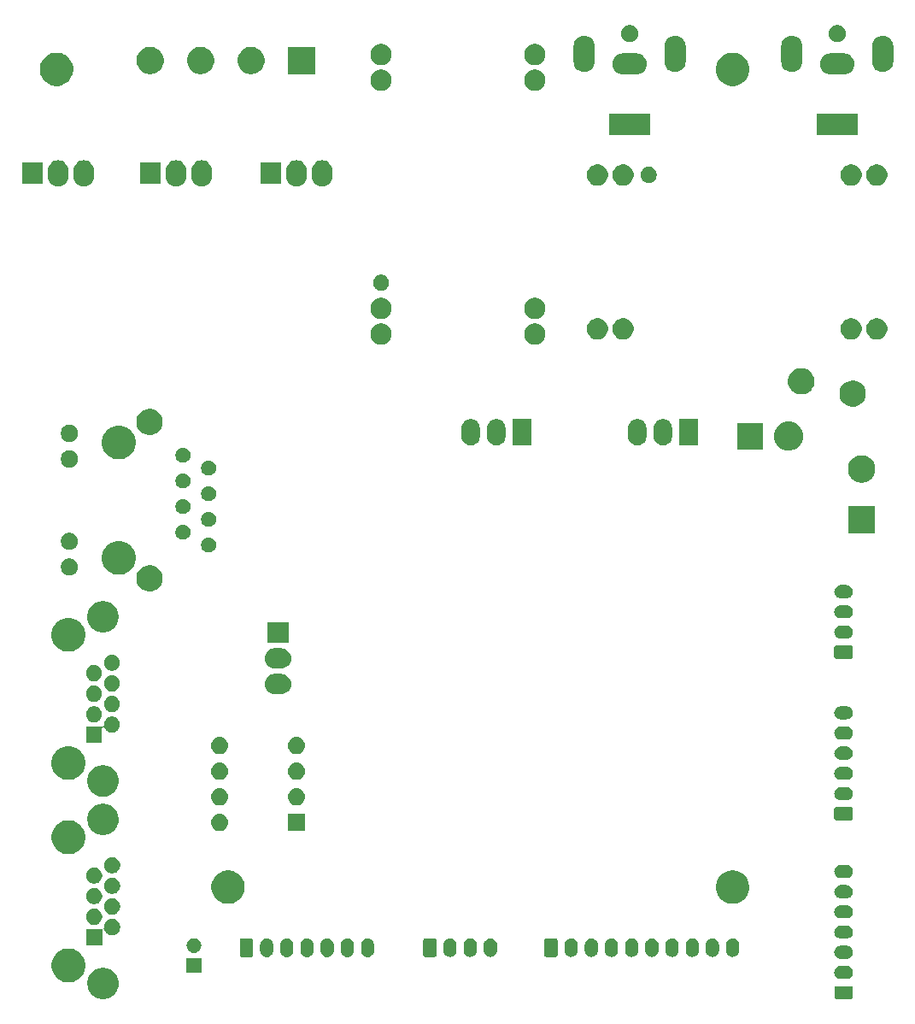
<source format=gbr>
G04 #@! TF.GenerationSoftware,KiCad,Pcbnew,(5.0.1)-rc2*
G04 #@! TF.CreationDate,2018-11-05T02:02:30+01:00*
G04 #@! TF.ProjectId,panel_light_control,70616E656C5F6C696768745F636F6E74,rev?*
G04 #@! TF.SameCoordinates,Original*
G04 #@! TF.FileFunction,Soldermask,Bot*
G04 #@! TF.FilePolarity,Negative*
%FSLAX46Y46*%
G04 Gerber Fmt 4.6, Leading zero omitted, Abs format (unit mm)*
G04 Created by KiCad (PCBNEW (5.0.1)-rc2) date 2018/11/05 2:02:30*
%MOMM*%
%LPD*%
G01*
G04 APERTURE LIST*
%ADD10C,0.100000*%
G04 APERTURE END LIST*
D10*
G36*
X183773242Y-146800404D02*
X183810339Y-146811657D01*
X183844520Y-146829927D01*
X183874482Y-146854518D01*
X183899073Y-146884480D01*
X183917343Y-146918661D01*
X183928596Y-146955758D01*
X183933000Y-147000473D01*
X183933000Y-147893527D01*
X183928596Y-147938242D01*
X183917343Y-147975339D01*
X183899073Y-148009520D01*
X183874482Y-148039482D01*
X183844520Y-148064073D01*
X183810339Y-148082343D01*
X183773242Y-148093596D01*
X183728527Y-148098000D01*
X182285473Y-148098000D01*
X182240758Y-148093596D01*
X182203661Y-148082343D01*
X182169480Y-148064073D01*
X182139518Y-148039482D01*
X182114927Y-148009520D01*
X182096657Y-147975339D01*
X182085404Y-147938242D01*
X182081000Y-147893527D01*
X182081000Y-147000473D01*
X182085404Y-146955758D01*
X182096657Y-146918661D01*
X182114927Y-146884480D01*
X182139518Y-146854518D01*
X182169480Y-146829927D01*
X182203661Y-146811657D01*
X182240758Y-146800404D01*
X182285473Y-146796000D01*
X183728527Y-146796000D01*
X183773242Y-146800404D01*
X183773242Y-146800404D01*
G37*
G36*
X109967227Y-145032036D02*
X110067110Y-145051904D01*
X110349374Y-145168821D01*
X110603405Y-145338559D01*
X110819441Y-145554595D01*
X110989179Y-145808626D01*
X111105139Y-146088580D01*
X111106096Y-146090891D01*
X111165700Y-146390538D01*
X111165700Y-146696062D01*
X111141714Y-146816648D01*
X111106096Y-146995710D01*
X110989179Y-147277974D01*
X110819441Y-147532005D01*
X110603405Y-147748041D01*
X110349374Y-147917779D01*
X110067110Y-148034696D01*
X109978679Y-148052286D01*
X109767462Y-148094300D01*
X109461938Y-148094300D01*
X109250721Y-148052286D01*
X109162290Y-148034696D01*
X108880026Y-147917779D01*
X108625995Y-147748041D01*
X108409959Y-147532005D01*
X108240221Y-147277974D01*
X108123304Y-146995710D01*
X108087686Y-146816648D01*
X108063700Y-146696062D01*
X108063700Y-146390538D01*
X108123304Y-146090891D01*
X108124261Y-146088580D01*
X108240221Y-145808626D01*
X108409959Y-145554595D01*
X108625995Y-145338559D01*
X108880026Y-145168821D01*
X109162290Y-145051904D01*
X109262173Y-145032036D01*
X109461938Y-144992300D01*
X109767462Y-144992300D01*
X109967227Y-145032036D01*
X109967227Y-145032036D01*
G37*
G36*
X106673571Y-143151708D02*
X106978583Y-143278048D01*
X107140994Y-143386568D01*
X107253090Y-143461468D01*
X107486532Y-143694910D01*
X107486534Y-143694913D01*
X107669952Y-143969417D01*
X107796292Y-144274429D01*
X107860700Y-144598228D01*
X107860700Y-144928372D01*
X107796292Y-145252171D01*
X107669952Y-145557183D01*
X107500740Y-145810426D01*
X107486532Y-145831690D01*
X107253090Y-146065132D01*
X107253087Y-146065134D01*
X106978583Y-146248552D01*
X106673571Y-146374892D01*
X106349772Y-146439300D01*
X106019628Y-146439300D01*
X105695829Y-146374892D01*
X105390817Y-146248552D01*
X105116313Y-146065134D01*
X105116310Y-146065132D01*
X104882868Y-145831690D01*
X104868660Y-145810426D01*
X104699448Y-145557183D01*
X104573108Y-145252171D01*
X104508700Y-144928372D01*
X104508700Y-144598228D01*
X104573108Y-144274429D01*
X104699448Y-143969417D01*
X104882866Y-143694913D01*
X104882868Y-143694910D01*
X105116310Y-143461468D01*
X105228406Y-143386568D01*
X105390817Y-143278048D01*
X105695829Y-143151708D01*
X106019628Y-143087300D01*
X106349772Y-143087300D01*
X106673571Y-143151708D01*
X106673571Y-143151708D01*
G37*
G36*
X183345855Y-144799140D02*
X183409618Y-144805420D01*
X183491427Y-144830237D01*
X183532333Y-144842645D01*
X183632491Y-144896181D01*
X183645426Y-144903095D01*
X183744553Y-144984447D01*
X183825905Y-145083574D01*
X183825906Y-145083576D01*
X183886355Y-145196667D01*
X183886355Y-145196668D01*
X183923580Y-145319382D01*
X183936149Y-145447000D01*
X183923580Y-145574618D01*
X183898763Y-145656427D01*
X183886355Y-145697333D01*
X183832819Y-145797491D01*
X183825905Y-145810426D01*
X183744553Y-145909553D01*
X183645426Y-145990905D01*
X183645424Y-145990906D01*
X183532333Y-146051355D01*
X183491427Y-146063763D01*
X183409618Y-146088580D01*
X183345855Y-146094860D01*
X183313974Y-146098000D01*
X182700026Y-146098000D01*
X182668145Y-146094860D01*
X182604382Y-146088580D01*
X182522573Y-146063763D01*
X182481667Y-146051355D01*
X182368576Y-145990906D01*
X182368574Y-145990905D01*
X182269447Y-145909553D01*
X182188095Y-145810426D01*
X182181181Y-145797491D01*
X182127645Y-145697333D01*
X182115237Y-145656427D01*
X182090420Y-145574618D01*
X182077851Y-145447000D01*
X182090420Y-145319382D01*
X182127645Y-145196668D01*
X182127645Y-145196667D01*
X182188094Y-145083576D01*
X182188095Y-145083574D01*
X182269447Y-144984447D01*
X182368574Y-144903095D01*
X182381509Y-144896181D01*
X182481667Y-144842645D01*
X182522573Y-144830237D01*
X182604382Y-144805420D01*
X182668145Y-144799140D01*
X182700026Y-144796000D01*
X183313974Y-144796000D01*
X183345855Y-144799140D01*
X183345855Y-144799140D01*
G37*
G36*
X119344000Y-145506000D02*
X117892000Y-145506000D01*
X117892000Y-144054000D01*
X119344000Y-144054000D01*
X119344000Y-145506000D01*
X119344000Y-145506000D01*
G37*
G36*
X183345855Y-142799140D02*
X183409618Y-142805420D01*
X183491427Y-142830237D01*
X183532333Y-142842645D01*
X183632491Y-142896181D01*
X183645426Y-142903095D01*
X183744553Y-142984447D01*
X183825905Y-143083574D01*
X183825906Y-143083576D01*
X183886355Y-143196667D01*
X183886355Y-143196668D01*
X183923580Y-143319382D01*
X183936149Y-143447000D01*
X183923580Y-143574618D01*
X183904224Y-143638426D01*
X183886355Y-143697333D01*
X183853632Y-143758553D01*
X183825905Y-143810426D01*
X183744553Y-143909553D01*
X183645426Y-143990905D01*
X183645424Y-143990906D01*
X183532333Y-144051355D01*
X183523613Y-144054000D01*
X183409618Y-144088580D01*
X183345855Y-144094860D01*
X183313974Y-144098000D01*
X182700026Y-144098000D01*
X182668145Y-144094860D01*
X182604382Y-144088580D01*
X182490387Y-144054000D01*
X182481667Y-144051355D01*
X182368576Y-143990906D01*
X182368574Y-143990905D01*
X182269447Y-143909553D01*
X182188095Y-143810426D01*
X182160368Y-143758553D01*
X182127645Y-143697333D01*
X182109776Y-143638426D01*
X182090420Y-143574618D01*
X182077851Y-143447000D01*
X182090420Y-143319382D01*
X182127645Y-143196668D01*
X182127645Y-143196667D01*
X182188094Y-143083576D01*
X182188095Y-143083574D01*
X182269447Y-142984447D01*
X182368574Y-142903095D01*
X182381509Y-142896181D01*
X182481667Y-142842645D01*
X182522573Y-142830237D01*
X182604382Y-142805420D01*
X182668145Y-142799140D01*
X182700026Y-142796000D01*
X183313974Y-142796000D01*
X183345855Y-142799140D01*
X183345855Y-142799140D01*
G37*
G36*
X125952617Y-142085420D02*
X126034426Y-142110237D01*
X126075332Y-142122645D01*
X126135782Y-142154957D01*
X126188425Y-142183095D01*
X126188427Y-142183096D01*
X126188426Y-142183096D01*
X126285119Y-142262449D01*
X126287553Y-142264447D01*
X126368905Y-142363574D01*
X126368906Y-142363576D01*
X126429355Y-142476667D01*
X126436682Y-142500823D01*
X126466580Y-142599382D01*
X126476000Y-142695027D01*
X126476000Y-143308973D01*
X126466580Y-143404618D01*
X126451606Y-143453979D01*
X126429355Y-143527333D01*
X126404081Y-143574616D01*
X126368905Y-143640426D01*
X126287553Y-143739553D01*
X126188426Y-143820905D01*
X126188424Y-143820906D01*
X126075333Y-143881355D01*
X126040000Y-143892073D01*
X125952618Y-143918580D01*
X125825000Y-143931149D01*
X125697383Y-143918580D01*
X125610001Y-143892073D01*
X125574668Y-143881355D01*
X125461577Y-143820906D01*
X125461575Y-143820905D01*
X125362448Y-143739553D01*
X125281095Y-143640426D01*
X125240795Y-143565030D01*
X125220645Y-143527333D01*
X125198394Y-143453979D01*
X125183420Y-143404618D01*
X125174000Y-143308973D01*
X125174000Y-142695028D01*
X125183420Y-142599383D01*
X125220645Y-142476669D01*
X125220645Y-142476668D01*
X125275146Y-142374705D01*
X125281095Y-142363575D01*
X125362447Y-142264447D01*
X125461574Y-142183095D01*
X125500142Y-142162480D01*
X125574667Y-142122645D01*
X125615573Y-142110237D01*
X125697382Y-142085420D01*
X125825000Y-142072851D01*
X125952617Y-142085420D01*
X125952617Y-142085420D01*
G37*
G36*
X135952617Y-142085420D02*
X136034426Y-142110237D01*
X136075332Y-142122645D01*
X136135782Y-142154957D01*
X136188425Y-142183095D01*
X136188427Y-142183096D01*
X136188426Y-142183096D01*
X136285119Y-142262449D01*
X136287553Y-142264447D01*
X136368905Y-142363574D01*
X136368906Y-142363576D01*
X136429355Y-142476667D01*
X136436682Y-142500823D01*
X136466580Y-142599382D01*
X136476000Y-142695027D01*
X136476000Y-143308973D01*
X136466580Y-143404618D01*
X136451606Y-143453979D01*
X136429355Y-143527333D01*
X136404081Y-143574616D01*
X136368905Y-143640426D01*
X136287553Y-143739553D01*
X136188426Y-143820905D01*
X136188424Y-143820906D01*
X136075333Y-143881355D01*
X136040000Y-143892073D01*
X135952618Y-143918580D01*
X135825000Y-143931149D01*
X135697383Y-143918580D01*
X135610001Y-143892073D01*
X135574668Y-143881355D01*
X135461577Y-143820906D01*
X135461575Y-143820905D01*
X135362448Y-143739553D01*
X135281095Y-143640426D01*
X135240795Y-143565030D01*
X135220645Y-143527333D01*
X135198394Y-143453979D01*
X135183420Y-143404618D01*
X135174000Y-143308973D01*
X135174000Y-142695028D01*
X135183420Y-142599383D01*
X135220645Y-142476669D01*
X135220645Y-142476668D01*
X135275146Y-142374705D01*
X135281095Y-142363575D01*
X135362447Y-142264447D01*
X135461574Y-142183095D01*
X135500142Y-142162480D01*
X135574667Y-142122645D01*
X135615573Y-142110237D01*
X135697382Y-142085420D01*
X135825000Y-142072851D01*
X135952617Y-142085420D01*
X135952617Y-142085420D01*
G37*
G36*
X133952617Y-142085420D02*
X134034426Y-142110237D01*
X134075332Y-142122645D01*
X134135782Y-142154957D01*
X134188425Y-142183095D01*
X134188427Y-142183096D01*
X134188426Y-142183096D01*
X134285119Y-142262449D01*
X134287553Y-142264447D01*
X134368905Y-142363574D01*
X134368906Y-142363576D01*
X134429355Y-142476667D01*
X134436682Y-142500823D01*
X134466580Y-142599382D01*
X134476000Y-142695027D01*
X134476000Y-143308973D01*
X134466580Y-143404618D01*
X134451606Y-143453979D01*
X134429355Y-143527333D01*
X134404081Y-143574616D01*
X134368905Y-143640426D01*
X134287553Y-143739553D01*
X134188426Y-143820905D01*
X134188424Y-143820906D01*
X134075333Y-143881355D01*
X134040000Y-143892073D01*
X133952618Y-143918580D01*
X133825000Y-143931149D01*
X133697383Y-143918580D01*
X133610001Y-143892073D01*
X133574668Y-143881355D01*
X133461577Y-143820906D01*
X133461575Y-143820905D01*
X133362448Y-143739553D01*
X133281095Y-143640426D01*
X133240795Y-143565030D01*
X133220645Y-143527333D01*
X133198394Y-143453979D01*
X133183420Y-143404618D01*
X133174000Y-143308973D01*
X133174000Y-142695028D01*
X133183420Y-142599383D01*
X133220645Y-142476669D01*
X133220645Y-142476668D01*
X133275146Y-142374705D01*
X133281095Y-142363575D01*
X133362447Y-142264447D01*
X133461574Y-142183095D01*
X133500142Y-142162480D01*
X133574667Y-142122645D01*
X133615573Y-142110237D01*
X133697382Y-142085420D01*
X133825000Y-142072851D01*
X133952617Y-142085420D01*
X133952617Y-142085420D01*
G37*
G36*
X131952617Y-142085420D02*
X132034426Y-142110237D01*
X132075332Y-142122645D01*
X132135782Y-142154957D01*
X132188425Y-142183095D01*
X132188427Y-142183096D01*
X132188426Y-142183096D01*
X132285119Y-142262449D01*
X132287553Y-142264447D01*
X132368905Y-142363574D01*
X132368906Y-142363576D01*
X132429355Y-142476667D01*
X132436682Y-142500823D01*
X132466580Y-142599382D01*
X132476000Y-142695027D01*
X132476000Y-143308973D01*
X132466580Y-143404618D01*
X132451606Y-143453979D01*
X132429355Y-143527333D01*
X132404081Y-143574616D01*
X132368905Y-143640426D01*
X132287553Y-143739553D01*
X132188426Y-143820905D01*
X132188424Y-143820906D01*
X132075333Y-143881355D01*
X132040000Y-143892073D01*
X131952618Y-143918580D01*
X131825000Y-143931149D01*
X131697383Y-143918580D01*
X131610001Y-143892073D01*
X131574668Y-143881355D01*
X131461577Y-143820906D01*
X131461575Y-143820905D01*
X131362448Y-143739553D01*
X131281095Y-143640426D01*
X131240795Y-143565030D01*
X131220645Y-143527333D01*
X131198394Y-143453979D01*
X131183420Y-143404618D01*
X131174000Y-143308973D01*
X131174000Y-142695028D01*
X131183420Y-142599383D01*
X131220645Y-142476669D01*
X131220645Y-142476668D01*
X131275146Y-142374705D01*
X131281095Y-142363575D01*
X131362447Y-142264447D01*
X131461574Y-142183095D01*
X131500142Y-142162480D01*
X131574667Y-142122645D01*
X131615573Y-142110237D01*
X131697382Y-142085420D01*
X131825000Y-142072851D01*
X131952617Y-142085420D01*
X131952617Y-142085420D01*
G37*
G36*
X129952617Y-142085420D02*
X130034426Y-142110237D01*
X130075332Y-142122645D01*
X130135782Y-142154957D01*
X130188425Y-142183095D01*
X130188427Y-142183096D01*
X130188426Y-142183096D01*
X130285119Y-142262449D01*
X130287553Y-142264447D01*
X130368905Y-142363574D01*
X130368906Y-142363576D01*
X130429355Y-142476667D01*
X130436682Y-142500823D01*
X130466580Y-142599382D01*
X130476000Y-142695027D01*
X130476000Y-143308973D01*
X130466580Y-143404618D01*
X130451606Y-143453979D01*
X130429355Y-143527333D01*
X130404081Y-143574616D01*
X130368905Y-143640426D01*
X130287553Y-143739553D01*
X130188426Y-143820905D01*
X130188424Y-143820906D01*
X130075333Y-143881355D01*
X130040000Y-143892073D01*
X129952618Y-143918580D01*
X129825000Y-143931149D01*
X129697383Y-143918580D01*
X129610001Y-143892073D01*
X129574668Y-143881355D01*
X129461577Y-143820906D01*
X129461575Y-143820905D01*
X129362448Y-143739553D01*
X129281095Y-143640426D01*
X129240795Y-143565030D01*
X129220645Y-143527333D01*
X129198394Y-143453979D01*
X129183420Y-143404618D01*
X129174000Y-143308973D01*
X129174000Y-142695028D01*
X129183420Y-142599383D01*
X129220645Y-142476669D01*
X129220645Y-142476668D01*
X129275146Y-142374705D01*
X129281095Y-142363575D01*
X129362447Y-142264447D01*
X129461574Y-142183095D01*
X129500142Y-142162480D01*
X129574667Y-142122645D01*
X129615573Y-142110237D01*
X129697382Y-142085420D01*
X129825000Y-142072851D01*
X129952617Y-142085420D01*
X129952617Y-142085420D01*
G37*
G36*
X127952617Y-142085420D02*
X128034426Y-142110237D01*
X128075332Y-142122645D01*
X128135782Y-142154957D01*
X128188425Y-142183095D01*
X128188427Y-142183096D01*
X128188426Y-142183096D01*
X128285119Y-142262449D01*
X128287553Y-142264447D01*
X128368905Y-142363574D01*
X128368906Y-142363576D01*
X128429355Y-142476667D01*
X128436682Y-142500823D01*
X128466580Y-142599382D01*
X128476000Y-142695027D01*
X128476000Y-143308973D01*
X128466580Y-143404618D01*
X128451606Y-143453979D01*
X128429355Y-143527333D01*
X128404081Y-143574616D01*
X128368905Y-143640426D01*
X128287553Y-143739553D01*
X128188426Y-143820905D01*
X128188424Y-143820906D01*
X128075333Y-143881355D01*
X128040000Y-143892073D01*
X127952618Y-143918580D01*
X127825000Y-143931149D01*
X127697383Y-143918580D01*
X127610001Y-143892073D01*
X127574668Y-143881355D01*
X127461577Y-143820906D01*
X127461575Y-143820905D01*
X127362448Y-143739553D01*
X127281095Y-143640426D01*
X127240795Y-143565030D01*
X127220645Y-143527333D01*
X127198394Y-143453979D01*
X127183420Y-143404618D01*
X127174000Y-143308973D01*
X127174000Y-142695028D01*
X127183420Y-142599383D01*
X127220645Y-142476669D01*
X127220645Y-142476668D01*
X127275146Y-142374705D01*
X127281095Y-142363575D01*
X127362447Y-142264447D01*
X127461574Y-142183095D01*
X127500142Y-142162480D01*
X127574667Y-142122645D01*
X127615573Y-142110237D01*
X127697382Y-142085420D01*
X127825000Y-142072851D01*
X127952617Y-142085420D01*
X127952617Y-142085420D01*
G37*
G36*
X148127617Y-142083420D02*
X148209426Y-142108237D01*
X148250332Y-142120645D01*
X148272544Y-142132518D01*
X148363425Y-142181095D01*
X148363427Y-142181096D01*
X148363426Y-142181096D01*
X148439402Y-142243447D01*
X148462553Y-142262447D01*
X148543905Y-142361574D01*
X148544975Y-142363576D01*
X148604355Y-142474667D01*
X148604962Y-142476668D01*
X148641580Y-142597382D01*
X148651000Y-142693027D01*
X148651000Y-143306973D01*
X148641580Y-143402618D01*
X148623728Y-143461468D01*
X148604355Y-143525333D01*
X148578012Y-143574616D01*
X148543905Y-143638426D01*
X148462553Y-143737553D01*
X148363426Y-143818905D01*
X148363424Y-143818906D01*
X148250333Y-143879355D01*
X148209427Y-143891763D01*
X148127618Y-143916580D01*
X148000000Y-143929149D01*
X147872383Y-143916580D01*
X147790574Y-143891763D01*
X147749668Y-143879355D01*
X147636577Y-143818906D01*
X147636575Y-143818905D01*
X147537448Y-143737553D01*
X147456095Y-143638426D01*
X147415795Y-143563030D01*
X147395645Y-143525333D01*
X147376272Y-143461468D01*
X147358420Y-143402618D01*
X147349000Y-143306973D01*
X147349000Y-142693028D01*
X147358420Y-142597383D01*
X147395038Y-142476669D01*
X147395645Y-142474668D01*
X147449077Y-142374705D01*
X147456095Y-142361575D01*
X147483212Y-142328532D01*
X147537445Y-142262449D01*
X147537447Y-142262447D01*
X147636574Y-142181095D01*
X147684558Y-142155447D01*
X147749667Y-142120645D01*
X147790573Y-142108237D01*
X147872382Y-142083420D01*
X148000000Y-142070851D01*
X148127617Y-142083420D01*
X148127617Y-142083420D01*
G37*
G36*
X144127617Y-142083420D02*
X144209426Y-142108237D01*
X144250332Y-142120645D01*
X144272544Y-142132518D01*
X144363425Y-142181095D01*
X144363427Y-142181096D01*
X144363426Y-142181096D01*
X144439402Y-142243447D01*
X144462553Y-142262447D01*
X144543905Y-142361574D01*
X144544975Y-142363576D01*
X144604355Y-142474667D01*
X144604962Y-142476668D01*
X144641580Y-142597382D01*
X144651000Y-142693027D01*
X144651000Y-143306973D01*
X144641580Y-143402618D01*
X144623728Y-143461468D01*
X144604355Y-143525333D01*
X144578012Y-143574616D01*
X144543905Y-143638426D01*
X144462553Y-143737553D01*
X144363426Y-143818905D01*
X144363424Y-143818906D01*
X144250333Y-143879355D01*
X144209427Y-143891763D01*
X144127618Y-143916580D01*
X144000000Y-143929149D01*
X143872383Y-143916580D01*
X143790574Y-143891763D01*
X143749668Y-143879355D01*
X143636577Y-143818906D01*
X143636575Y-143818905D01*
X143537448Y-143737553D01*
X143456095Y-143638426D01*
X143415795Y-143563030D01*
X143395645Y-143525333D01*
X143376272Y-143461468D01*
X143358420Y-143402618D01*
X143349000Y-143306973D01*
X143349000Y-142693028D01*
X143358420Y-142597383D01*
X143395038Y-142476669D01*
X143395645Y-142474668D01*
X143449077Y-142374705D01*
X143456095Y-142361575D01*
X143483212Y-142328532D01*
X143537445Y-142262449D01*
X143537447Y-142262447D01*
X143636574Y-142181095D01*
X143684558Y-142155447D01*
X143749667Y-142120645D01*
X143790573Y-142108237D01*
X143872382Y-142083420D01*
X144000000Y-142070851D01*
X144127617Y-142083420D01*
X144127617Y-142083420D01*
G37*
G36*
X146127617Y-142083420D02*
X146209426Y-142108237D01*
X146250332Y-142120645D01*
X146272544Y-142132518D01*
X146363425Y-142181095D01*
X146363427Y-142181096D01*
X146363426Y-142181096D01*
X146439402Y-142243447D01*
X146462553Y-142262447D01*
X146543905Y-142361574D01*
X146544975Y-142363576D01*
X146604355Y-142474667D01*
X146604962Y-142476668D01*
X146641580Y-142597382D01*
X146651000Y-142693027D01*
X146651000Y-143306973D01*
X146641580Y-143402618D01*
X146623728Y-143461468D01*
X146604355Y-143525333D01*
X146578012Y-143574616D01*
X146543905Y-143638426D01*
X146462553Y-143737553D01*
X146363426Y-143818905D01*
X146363424Y-143818906D01*
X146250333Y-143879355D01*
X146209427Y-143891763D01*
X146127618Y-143916580D01*
X146000000Y-143929149D01*
X145872383Y-143916580D01*
X145790574Y-143891763D01*
X145749668Y-143879355D01*
X145636577Y-143818906D01*
X145636575Y-143818905D01*
X145537448Y-143737553D01*
X145456095Y-143638426D01*
X145415795Y-143563030D01*
X145395645Y-143525333D01*
X145376272Y-143461468D01*
X145358420Y-143402618D01*
X145349000Y-143306973D01*
X145349000Y-142693028D01*
X145358420Y-142597383D01*
X145395038Y-142476669D01*
X145395645Y-142474668D01*
X145449077Y-142374705D01*
X145456095Y-142361575D01*
X145483212Y-142328532D01*
X145537445Y-142262449D01*
X145537447Y-142262447D01*
X145636574Y-142181095D01*
X145684558Y-142155447D01*
X145749667Y-142120645D01*
X145790573Y-142108237D01*
X145872382Y-142083420D01*
X146000000Y-142070851D01*
X146127617Y-142083420D01*
X146127617Y-142083420D01*
G37*
G36*
X172127617Y-142083420D02*
X172209426Y-142108237D01*
X172250332Y-142120645D01*
X172272544Y-142132518D01*
X172363425Y-142181095D01*
X172363427Y-142181096D01*
X172363426Y-142181096D01*
X172439402Y-142243447D01*
X172462553Y-142262447D01*
X172543905Y-142361574D01*
X172544975Y-142363576D01*
X172604355Y-142474667D01*
X172604962Y-142476668D01*
X172641580Y-142597382D01*
X172651000Y-142693027D01*
X172651000Y-143306973D01*
X172641580Y-143402618D01*
X172623728Y-143461468D01*
X172604355Y-143525333D01*
X172578012Y-143574616D01*
X172543905Y-143638426D01*
X172462553Y-143737553D01*
X172363426Y-143818905D01*
X172363424Y-143818906D01*
X172250333Y-143879355D01*
X172209427Y-143891763D01*
X172127618Y-143916580D01*
X172000000Y-143929149D01*
X171872383Y-143916580D01*
X171790574Y-143891763D01*
X171749668Y-143879355D01*
X171636577Y-143818906D01*
X171636575Y-143818905D01*
X171537448Y-143737553D01*
X171456095Y-143638426D01*
X171415795Y-143563030D01*
X171395645Y-143525333D01*
X171376272Y-143461468D01*
X171358420Y-143402618D01*
X171349000Y-143306973D01*
X171349000Y-142693028D01*
X171358420Y-142597383D01*
X171395038Y-142476669D01*
X171395645Y-142474668D01*
X171449077Y-142374705D01*
X171456095Y-142361575D01*
X171483212Y-142328532D01*
X171537445Y-142262449D01*
X171537447Y-142262447D01*
X171636574Y-142181095D01*
X171684558Y-142155447D01*
X171749667Y-142120645D01*
X171790573Y-142108237D01*
X171872382Y-142083420D01*
X172000000Y-142070851D01*
X172127617Y-142083420D01*
X172127617Y-142083420D01*
G37*
G36*
X158127617Y-142083420D02*
X158209426Y-142108237D01*
X158250332Y-142120645D01*
X158272544Y-142132518D01*
X158363425Y-142181095D01*
X158363427Y-142181096D01*
X158363426Y-142181096D01*
X158439402Y-142243447D01*
X158462553Y-142262447D01*
X158543905Y-142361574D01*
X158544975Y-142363576D01*
X158604355Y-142474667D01*
X158604962Y-142476668D01*
X158641580Y-142597382D01*
X158651000Y-142693027D01*
X158651000Y-143306973D01*
X158641580Y-143402618D01*
X158623728Y-143461468D01*
X158604355Y-143525333D01*
X158578012Y-143574616D01*
X158543905Y-143638426D01*
X158462553Y-143737553D01*
X158363426Y-143818905D01*
X158363424Y-143818906D01*
X158250333Y-143879355D01*
X158209427Y-143891763D01*
X158127618Y-143916580D01*
X158000000Y-143929149D01*
X157872383Y-143916580D01*
X157790574Y-143891763D01*
X157749668Y-143879355D01*
X157636577Y-143818906D01*
X157636575Y-143818905D01*
X157537448Y-143737553D01*
X157456095Y-143638426D01*
X157415795Y-143563030D01*
X157395645Y-143525333D01*
X157376272Y-143461468D01*
X157358420Y-143402618D01*
X157349000Y-143306973D01*
X157349000Y-142693028D01*
X157358420Y-142597383D01*
X157395038Y-142476669D01*
X157395645Y-142474668D01*
X157449077Y-142374705D01*
X157456095Y-142361575D01*
X157483212Y-142328532D01*
X157537445Y-142262449D01*
X157537447Y-142262447D01*
X157636574Y-142181095D01*
X157684558Y-142155447D01*
X157749667Y-142120645D01*
X157790573Y-142108237D01*
X157872382Y-142083420D01*
X158000000Y-142070851D01*
X158127617Y-142083420D01*
X158127617Y-142083420D01*
G37*
G36*
X160127617Y-142083420D02*
X160209426Y-142108237D01*
X160250332Y-142120645D01*
X160272544Y-142132518D01*
X160363425Y-142181095D01*
X160363427Y-142181096D01*
X160363426Y-142181096D01*
X160439402Y-142243447D01*
X160462553Y-142262447D01*
X160543905Y-142361574D01*
X160544975Y-142363576D01*
X160604355Y-142474667D01*
X160604962Y-142476668D01*
X160641580Y-142597382D01*
X160651000Y-142693027D01*
X160651000Y-143306973D01*
X160641580Y-143402618D01*
X160623728Y-143461468D01*
X160604355Y-143525333D01*
X160578012Y-143574616D01*
X160543905Y-143638426D01*
X160462553Y-143737553D01*
X160363426Y-143818905D01*
X160363424Y-143818906D01*
X160250333Y-143879355D01*
X160209427Y-143891763D01*
X160127618Y-143916580D01*
X160000000Y-143929149D01*
X159872383Y-143916580D01*
X159790574Y-143891763D01*
X159749668Y-143879355D01*
X159636577Y-143818906D01*
X159636575Y-143818905D01*
X159537448Y-143737553D01*
X159456095Y-143638426D01*
X159415795Y-143563030D01*
X159395645Y-143525333D01*
X159376272Y-143461468D01*
X159358420Y-143402618D01*
X159349000Y-143306973D01*
X159349000Y-142693028D01*
X159358420Y-142597383D01*
X159395038Y-142476669D01*
X159395645Y-142474668D01*
X159449077Y-142374705D01*
X159456095Y-142361575D01*
X159483212Y-142328532D01*
X159537445Y-142262449D01*
X159537447Y-142262447D01*
X159636574Y-142181095D01*
X159684558Y-142155447D01*
X159749667Y-142120645D01*
X159790573Y-142108237D01*
X159872382Y-142083420D01*
X160000000Y-142070851D01*
X160127617Y-142083420D01*
X160127617Y-142083420D01*
G37*
G36*
X164127617Y-142083420D02*
X164209426Y-142108237D01*
X164250332Y-142120645D01*
X164272544Y-142132518D01*
X164363425Y-142181095D01*
X164363427Y-142181096D01*
X164363426Y-142181096D01*
X164439402Y-142243447D01*
X164462553Y-142262447D01*
X164543905Y-142361574D01*
X164544975Y-142363576D01*
X164604355Y-142474667D01*
X164604962Y-142476668D01*
X164641580Y-142597382D01*
X164651000Y-142693027D01*
X164651000Y-143306973D01*
X164641580Y-143402618D01*
X164623728Y-143461468D01*
X164604355Y-143525333D01*
X164578012Y-143574616D01*
X164543905Y-143638426D01*
X164462553Y-143737553D01*
X164363426Y-143818905D01*
X164363424Y-143818906D01*
X164250333Y-143879355D01*
X164209427Y-143891763D01*
X164127618Y-143916580D01*
X164000000Y-143929149D01*
X163872383Y-143916580D01*
X163790574Y-143891763D01*
X163749668Y-143879355D01*
X163636577Y-143818906D01*
X163636575Y-143818905D01*
X163537448Y-143737553D01*
X163456095Y-143638426D01*
X163415795Y-143563030D01*
X163395645Y-143525333D01*
X163376272Y-143461468D01*
X163358420Y-143402618D01*
X163349000Y-143306973D01*
X163349000Y-142693028D01*
X163358420Y-142597383D01*
X163395038Y-142476669D01*
X163395645Y-142474668D01*
X163449077Y-142374705D01*
X163456095Y-142361575D01*
X163483212Y-142328532D01*
X163537445Y-142262449D01*
X163537447Y-142262447D01*
X163636574Y-142181095D01*
X163684558Y-142155447D01*
X163749667Y-142120645D01*
X163790573Y-142108237D01*
X163872382Y-142083420D01*
X164000000Y-142070851D01*
X164127617Y-142083420D01*
X164127617Y-142083420D01*
G37*
G36*
X166127617Y-142083420D02*
X166209426Y-142108237D01*
X166250332Y-142120645D01*
X166272544Y-142132518D01*
X166363425Y-142181095D01*
X166363427Y-142181096D01*
X166363426Y-142181096D01*
X166439402Y-142243447D01*
X166462553Y-142262447D01*
X166543905Y-142361574D01*
X166544975Y-142363576D01*
X166604355Y-142474667D01*
X166604962Y-142476668D01*
X166641580Y-142597382D01*
X166651000Y-142693027D01*
X166651000Y-143306973D01*
X166641580Y-143402618D01*
X166623728Y-143461468D01*
X166604355Y-143525333D01*
X166578012Y-143574616D01*
X166543905Y-143638426D01*
X166462553Y-143737553D01*
X166363426Y-143818905D01*
X166363424Y-143818906D01*
X166250333Y-143879355D01*
X166209427Y-143891763D01*
X166127618Y-143916580D01*
X166000000Y-143929149D01*
X165872383Y-143916580D01*
X165790574Y-143891763D01*
X165749668Y-143879355D01*
X165636577Y-143818906D01*
X165636575Y-143818905D01*
X165537448Y-143737553D01*
X165456095Y-143638426D01*
X165415795Y-143563030D01*
X165395645Y-143525333D01*
X165376272Y-143461468D01*
X165358420Y-143402618D01*
X165349000Y-143306973D01*
X165349000Y-142693028D01*
X165358420Y-142597383D01*
X165395038Y-142476669D01*
X165395645Y-142474668D01*
X165449077Y-142374705D01*
X165456095Y-142361575D01*
X165483212Y-142328532D01*
X165537445Y-142262449D01*
X165537447Y-142262447D01*
X165636574Y-142181095D01*
X165684558Y-142155447D01*
X165749667Y-142120645D01*
X165790573Y-142108237D01*
X165872382Y-142083420D01*
X166000000Y-142070851D01*
X166127617Y-142083420D01*
X166127617Y-142083420D01*
G37*
G36*
X168127617Y-142083420D02*
X168209426Y-142108237D01*
X168250332Y-142120645D01*
X168272544Y-142132518D01*
X168363425Y-142181095D01*
X168363427Y-142181096D01*
X168363426Y-142181096D01*
X168439402Y-142243447D01*
X168462553Y-142262447D01*
X168543905Y-142361574D01*
X168544975Y-142363576D01*
X168604355Y-142474667D01*
X168604962Y-142476668D01*
X168641580Y-142597382D01*
X168651000Y-142693027D01*
X168651000Y-143306973D01*
X168641580Y-143402618D01*
X168623728Y-143461468D01*
X168604355Y-143525333D01*
X168578012Y-143574616D01*
X168543905Y-143638426D01*
X168462553Y-143737553D01*
X168363426Y-143818905D01*
X168363424Y-143818906D01*
X168250333Y-143879355D01*
X168209427Y-143891763D01*
X168127618Y-143916580D01*
X168000000Y-143929149D01*
X167872383Y-143916580D01*
X167790574Y-143891763D01*
X167749668Y-143879355D01*
X167636577Y-143818906D01*
X167636575Y-143818905D01*
X167537448Y-143737553D01*
X167456095Y-143638426D01*
X167415795Y-143563030D01*
X167395645Y-143525333D01*
X167376272Y-143461468D01*
X167358420Y-143402618D01*
X167349000Y-143306973D01*
X167349000Y-142693028D01*
X167358420Y-142597383D01*
X167395038Y-142476669D01*
X167395645Y-142474668D01*
X167449077Y-142374705D01*
X167456095Y-142361575D01*
X167483212Y-142328532D01*
X167537445Y-142262449D01*
X167537447Y-142262447D01*
X167636574Y-142181095D01*
X167684558Y-142155447D01*
X167749667Y-142120645D01*
X167790573Y-142108237D01*
X167872382Y-142083420D01*
X168000000Y-142070851D01*
X168127617Y-142083420D01*
X168127617Y-142083420D01*
G37*
G36*
X170127617Y-142083420D02*
X170209426Y-142108237D01*
X170250332Y-142120645D01*
X170272544Y-142132518D01*
X170363425Y-142181095D01*
X170363427Y-142181096D01*
X170363426Y-142181096D01*
X170439402Y-142243447D01*
X170462553Y-142262447D01*
X170543905Y-142361574D01*
X170544975Y-142363576D01*
X170604355Y-142474667D01*
X170604962Y-142476668D01*
X170641580Y-142597382D01*
X170651000Y-142693027D01*
X170651000Y-143306973D01*
X170641580Y-143402618D01*
X170623728Y-143461468D01*
X170604355Y-143525333D01*
X170578012Y-143574616D01*
X170543905Y-143638426D01*
X170462553Y-143737553D01*
X170363426Y-143818905D01*
X170363424Y-143818906D01*
X170250333Y-143879355D01*
X170209427Y-143891763D01*
X170127618Y-143916580D01*
X170000000Y-143929149D01*
X169872383Y-143916580D01*
X169790574Y-143891763D01*
X169749668Y-143879355D01*
X169636577Y-143818906D01*
X169636575Y-143818905D01*
X169537448Y-143737553D01*
X169456095Y-143638426D01*
X169415795Y-143563030D01*
X169395645Y-143525333D01*
X169376272Y-143461468D01*
X169358420Y-143402618D01*
X169349000Y-143306973D01*
X169349000Y-142693028D01*
X169358420Y-142597383D01*
X169395038Y-142476669D01*
X169395645Y-142474668D01*
X169449077Y-142374705D01*
X169456095Y-142361575D01*
X169483212Y-142328532D01*
X169537445Y-142262449D01*
X169537447Y-142262447D01*
X169636574Y-142181095D01*
X169684558Y-142155447D01*
X169749667Y-142120645D01*
X169790573Y-142108237D01*
X169872382Y-142083420D01*
X170000000Y-142070851D01*
X170127617Y-142083420D01*
X170127617Y-142083420D01*
G37*
G36*
X156127617Y-142083420D02*
X156209426Y-142108237D01*
X156250332Y-142120645D01*
X156272544Y-142132518D01*
X156363425Y-142181095D01*
X156363427Y-142181096D01*
X156363426Y-142181096D01*
X156439402Y-142243447D01*
X156462553Y-142262447D01*
X156543905Y-142361574D01*
X156544975Y-142363576D01*
X156604355Y-142474667D01*
X156604962Y-142476668D01*
X156641580Y-142597382D01*
X156651000Y-142693027D01*
X156651000Y-143306973D01*
X156641580Y-143402618D01*
X156623728Y-143461468D01*
X156604355Y-143525333D01*
X156578012Y-143574616D01*
X156543905Y-143638426D01*
X156462553Y-143737553D01*
X156363426Y-143818905D01*
X156363424Y-143818906D01*
X156250333Y-143879355D01*
X156209427Y-143891763D01*
X156127618Y-143916580D01*
X156000000Y-143929149D01*
X155872383Y-143916580D01*
X155790574Y-143891763D01*
X155749668Y-143879355D01*
X155636577Y-143818906D01*
X155636575Y-143818905D01*
X155537448Y-143737553D01*
X155456095Y-143638426D01*
X155415795Y-143563030D01*
X155395645Y-143525333D01*
X155376272Y-143461468D01*
X155358420Y-143402618D01*
X155349000Y-143306973D01*
X155349000Y-142693028D01*
X155358420Y-142597383D01*
X155395038Y-142476669D01*
X155395645Y-142474668D01*
X155449077Y-142374705D01*
X155456095Y-142361575D01*
X155483212Y-142328532D01*
X155537445Y-142262449D01*
X155537447Y-142262447D01*
X155636574Y-142181095D01*
X155684558Y-142155447D01*
X155749667Y-142120645D01*
X155790573Y-142108237D01*
X155872382Y-142083420D01*
X156000000Y-142070851D01*
X156127617Y-142083420D01*
X156127617Y-142083420D01*
G37*
G36*
X162127617Y-142083420D02*
X162209426Y-142108237D01*
X162250332Y-142120645D01*
X162272544Y-142132518D01*
X162363425Y-142181095D01*
X162363427Y-142181096D01*
X162363426Y-142181096D01*
X162439402Y-142243447D01*
X162462553Y-142262447D01*
X162543905Y-142361574D01*
X162544975Y-142363576D01*
X162604355Y-142474667D01*
X162604962Y-142476668D01*
X162641580Y-142597382D01*
X162651000Y-142693027D01*
X162651000Y-143306973D01*
X162641580Y-143402618D01*
X162623728Y-143461468D01*
X162604355Y-143525333D01*
X162578012Y-143574616D01*
X162543905Y-143638426D01*
X162462553Y-143737553D01*
X162363426Y-143818905D01*
X162363424Y-143818906D01*
X162250333Y-143879355D01*
X162209427Y-143891763D01*
X162127618Y-143916580D01*
X162000000Y-143929149D01*
X161872383Y-143916580D01*
X161790574Y-143891763D01*
X161749668Y-143879355D01*
X161636577Y-143818906D01*
X161636575Y-143818905D01*
X161537448Y-143737553D01*
X161456095Y-143638426D01*
X161415795Y-143563030D01*
X161395645Y-143525333D01*
X161376272Y-143461468D01*
X161358420Y-143402618D01*
X161349000Y-143306973D01*
X161349000Y-142693028D01*
X161358420Y-142597383D01*
X161395038Y-142476669D01*
X161395645Y-142474668D01*
X161449077Y-142374705D01*
X161456095Y-142361575D01*
X161483212Y-142328532D01*
X161537445Y-142262449D01*
X161537447Y-142262447D01*
X161636574Y-142181095D01*
X161684558Y-142155447D01*
X161749667Y-142120645D01*
X161790573Y-142108237D01*
X161872382Y-142083420D01*
X162000000Y-142070851D01*
X162127617Y-142083420D01*
X162127617Y-142083420D01*
G37*
G36*
X124316242Y-142080404D02*
X124353339Y-142091657D01*
X124387520Y-142109927D01*
X124417482Y-142134518D01*
X124442073Y-142164480D01*
X124460343Y-142198661D01*
X124471596Y-142235758D01*
X124476000Y-142280473D01*
X124476000Y-143723527D01*
X124471596Y-143768242D01*
X124460343Y-143805339D01*
X124442073Y-143839520D01*
X124417482Y-143869482D01*
X124387520Y-143894073D01*
X124353339Y-143912343D01*
X124316242Y-143923596D01*
X124271527Y-143928000D01*
X123378473Y-143928000D01*
X123333758Y-143923596D01*
X123296661Y-143912343D01*
X123262480Y-143894073D01*
X123232518Y-143869482D01*
X123207927Y-143839520D01*
X123189657Y-143805339D01*
X123178404Y-143768242D01*
X123174000Y-143723527D01*
X123174000Y-142280473D01*
X123178404Y-142235758D01*
X123189657Y-142198661D01*
X123207927Y-142164480D01*
X123232518Y-142134518D01*
X123262480Y-142109927D01*
X123296661Y-142091657D01*
X123333758Y-142080404D01*
X123378473Y-142076000D01*
X124271527Y-142076000D01*
X124316242Y-142080404D01*
X124316242Y-142080404D01*
G37*
G36*
X142491242Y-142078404D02*
X142528339Y-142089657D01*
X142562520Y-142107927D01*
X142592482Y-142132518D01*
X142617073Y-142162480D01*
X142635343Y-142196661D01*
X142646596Y-142233758D01*
X142651000Y-142278473D01*
X142651000Y-143721527D01*
X142646596Y-143766242D01*
X142635343Y-143803339D01*
X142617073Y-143837520D01*
X142592482Y-143867482D01*
X142562520Y-143892073D01*
X142528339Y-143910343D01*
X142491242Y-143921596D01*
X142446527Y-143926000D01*
X141553473Y-143926000D01*
X141508758Y-143921596D01*
X141471661Y-143910343D01*
X141437480Y-143892073D01*
X141407518Y-143867482D01*
X141382927Y-143837520D01*
X141364657Y-143803339D01*
X141353404Y-143766242D01*
X141349000Y-143721527D01*
X141349000Y-142278473D01*
X141353404Y-142233758D01*
X141364657Y-142196661D01*
X141382927Y-142162480D01*
X141407518Y-142132518D01*
X141437480Y-142107927D01*
X141471661Y-142089657D01*
X141508758Y-142078404D01*
X141553473Y-142074000D01*
X142446527Y-142074000D01*
X142491242Y-142078404D01*
X142491242Y-142078404D01*
G37*
G36*
X154491242Y-142078404D02*
X154528339Y-142089657D01*
X154562520Y-142107927D01*
X154592482Y-142132518D01*
X154617073Y-142162480D01*
X154635343Y-142196661D01*
X154646596Y-142233758D01*
X154651000Y-142278473D01*
X154651000Y-143721527D01*
X154646596Y-143766242D01*
X154635343Y-143803339D01*
X154617073Y-143837520D01*
X154592482Y-143867482D01*
X154562520Y-143892073D01*
X154528339Y-143910343D01*
X154491242Y-143921596D01*
X154446527Y-143926000D01*
X153553473Y-143926000D01*
X153508758Y-143921596D01*
X153471661Y-143910343D01*
X153437480Y-143892073D01*
X153407518Y-143867482D01*
X153382927Y-143837520D01*
X153364657Y-143803339D01*
X153353404Y-143766242D01*
X153349000Y-143721527D01*
X153349000Y-142278473D01*
X153353404Y-142233758D01*
X153364657Y-142196661D01*
X153382927Y-142162480D01*
X153407518Y-142132518D01*
X153437480Y-142107927D01*
X153471661Y-142089657D01*
X153508758Y-142078404D01*
X153553473Y-142074000D01*
X154446527Y-142074000D01*
X154491242Y-142078404D01*
X154491242Y-142078404D01*
G37*
G36*
X118674991Y-142056101D02*
X118760321Y-142064505D01*
X118897172Y-142106019D01*
X118897174Y-142106020D01*
X118897177Y-142106021D01*
X119023296Y-142173432D01*
X119133843Y-142264157D01*
X119224568Y-142374704D01*
X119291979Y-142500823D01*
X119291980Y-142500826D01*
X119291981Y-142500828D01*
X119333495Y-142637679D01*
X119347512Y-142780000D01*
X119333495Y-142922321D01*
X119291981Y-143059172D01*
X119291979Y-143059177D01*
X119224568Y-143185296D01*
X119133843Y-143295843D01*
X119023296Y-143386568D01*
X118897177Y-143453979D01*
X118897174Y-143453980D01*
X118897172Y-143453981D01*
X118760321Y-143495495D01*
X118674991Y-143503899D01*
X118653660Y-143506000D01*
X118582340Y-143506000D01*
X118561009Y-143503899D01*
X118475679Y-143495495D01*
X118338828Y-143453981D01*
X118338826Y-143453980D01*
X118338823Y-143453979D01*
X118212704Y-143386568D01*
X118102157Y-143295843D01*
X118011432Y-143185296D01*
X117944021Y-143059177D01*
X117944019Y-143059172D01*
X117902505Y-142922321D01*
X117888488Y-142780000D01*
X117902505Y-142637679D01*
X117944019Y-142500828D01*
X117944020Y-142500826D01*
X117944021Y-142500823D01*
X118011432Y-142374704D01*
X118102157Y-142264157D01*
X118212704Y-142173432D01*
X118338823Y-142106021D01*
X118338826Y-142106020D01*
X118338828Y-142106019D01*
X118475679Y-142064505D01*
X118561009Y-142056101D01*
X118582340Y-142054000D01*
X118653660Y-142054000D01*
X118674991Y-142056101D01*
X118674991Y-142056101D01*
G37*
G36*
X110738343Y-140183081D02*
X110884115Y-140243462D01*
X111015311Y-140331124D01*
X111126876Y-140442689D01*
X111214538Y-140573885D01*
X111274919Y-140719657D01*
X111305700Y-140874407D01*
X111305700Y-141032193D01*
X111274919Y-141186943D01*
X111214538Y-141332715D01*
X111126876Y-141463911D01*
X111015311Y-141575476D01*
X110884115Y-141663138D01*
X110738343Y-141723519D01*
X110583593Y-141754300D01*
X110425807Y-141754300D01*
X110271057Y-141723519D01*
X110125285Y-141663138D01*
X109994089Y-141575476D01*
X109882524Y-141463911D01*
X109794863Y-141332717D01*
X109766185Y-141263482D01*
X109754634Y-141241872D01*
X109739088Y-141222930D01*
X109720146Y-141207384D01*
X109698535Y-141195833D01*
X109675086Y-141188720D01*
X109650700Y-141186318D01*
X109626314Y-141188720D01*
X109602864Y-141195833D01*
X109581254Y-141207384D01*
X109562312Y-141222930D01*
X109546766Y-141241872D01*
X109535215Y-141263483D01*
X109528102Y-141286932D01*
X109525700Y-141311318D01*
X109525700Y-142774300D01*
X107923700Y-142774300D01*
X107923700Y-141172300D01*
X109579256Y-141172300D01*
X109603642Y-141169898D01*
X109627091Y-141162785D01*
X109648702Y-141151234D01*
X109667644Y-141135688D01*
X109683190Y-141116746D01*
X109694741Y-141095135D01*
X109701854Y-141071686D01*
X109704256Y-141047300D01*
X109703700Y-141041652D01*
X109703700Y-140874407D01*
X109734481Y-140719657D01*
X109794862Y-140573885D01*
X109882524Y-140442689D01*
X109994089Y-140331124D01*
X110125285Y-140243462D01*
X110271057Y-140183081D01*
X110425807Y-140152300D01*
X110583593Y-140152300D01*
X110738343Y-140183081D01*
X110738343Y-140183081D01*
G37*
G36*
X183345855Y-140799140D02*
X183409618Y-140805420D01*
X183491427Y-140830237D01*
X183532333Y-140842645D01*
X183632491Y-140896181D01*
X183645426Y-140903095D01*
X183744553Y-140984447D01*
X183825905Y-141083574D01*
X183825906Y-141083576D01*
X183886355Y-141196667D01*
X183886355Y-141196668D01*
X183923580Y-141319382D01*
X183936149Y-141447000D01*
X183923580Y-141574618D01*
X183923319Y-141575478D01*
X183886355Y-141697333D01*
X183872358Y-141723519D01*
X183825905Y-141810426D01*
X183744553Y-141909553D01*
X183645426Y-141990905D01*
X183645424Y-141990906D01*
X183532333Y-142051355D01*
X183523613Y-142054000D01*
X183409618Y-142088580D01*
X183348007Y-142094648D01*
X183313974Y-142098000D01*
X182700026Y-142098000D01*
X182665993Y-142094648D01*
X182604382Y-142088580D01*
X182490387Y-142054000D01*
X182481667Y-142051355D01*
X182368576Y-141990906D01*
X182368574Y-141990905D01*
X182269447Y-141909553D01*
X182188095Y-141810426D01*
X182141642Y-141723519D01*
X182127645Y-141697333D01*
X182090681Y-141575478D01*
X182090420Y-141574618D01*
X182077851Y-141447000D01*
X182090420Y-141319382D01*
X182127645Y-141196668D01*
X182127645Y-141196667D01*
X182188094Y-141083576D01*
X182188095Y-141083574D01*
X182269447Y-140984447D01*
X182368574Y-140903095D01*
X182381509Y-140896181D01*
X182481667Y-140842645D01*
X182522573Y-140830237D01*
X182604382Y-140805420D01*
X182668145Y-140799140D01*
X182700026Y-140796000D01*
X183313974Y-140796000D01*
X183345855Y-140799140D01*
X183345855Y-140799140D01*
G37*
G36*
X108958343Y-139163081D02*
X109104115Y-139223462D01*
X109235311Y-139311124D01*
X109346876Y-139422689D01*
X109434538Y-139553885D01*
X109494919Y-139699657D01*
X109525700Y-139854407D01*
X109525700Y-140012193D01*
X109494919Y-140166943D01*
X109434538Y-140312715D01*
X109346876Y-140443911D01*
X109235311Y-140555476D01*
X109104115Y-140643138D01*
X108958343Y-140703519D01*
X108803593Y-140734300D01*
X108645807Y-140734300D01*
X108491057Y-140703519D01*
X108345285Y-140643138D01*
X108214089Y-140555476D01*
X108102524Y-140443911D01*
X108014862Y-140312715D01*
X107954481Y-140166943D01*
X107923700Y-140012193D01*
X107923700Y-139854407D01*
X107954481Y-139699657D01*
X108014862Y-139553885D01*
X108102524Y-139422689D01*
X108214089Y-139311124D01*
X108345285Y-139223462D01*
X108491057Y-139163081D01*
X108645807Y-139132300D01*
X108803593Y-139132300D01*
X108958343Y-139163081D01*
X108958343Y-139163081D01*
G37*
G36*
X183345855Y-138799140D02*
X183409618Y-138805420D01*
X183491427Y-138830237D01*
X183532333Y-138842645D01*
X183632491Y-138896181D01*
X183645426Y-138903095D01*
X183744553Y-138984447D01*
X183825905Y-139083574D01*
X183825906Y-139083576D01*
X183886355Y-139196667D01*
X183886355Y-139196668D01*
X183923580Y-139319382D01*
X183936149Y-139447000D01*
X183923580Y-139574618D01*
X183898763Y-139656427D01*
X183886355Y-139697333D01*
X183832819Y-139797491D01*
X183825905Y-139810426D01*
X183744553Y-139909553D01*
X183645426Y-139990905D01*
X183645424Y-139990906D01*
X183532333Y-140051355D01*
X183491427Y-140063763D01*
X183409618Y-140088580D01*
X183345855Y-140094860D01*
X183313974Y-140098000D01*
X182700026Y-140098000D01*
X182668145Y-140094860D01*
X182604382Y-140088580D01*
X182522573Y-140063763D01*
X182481667Y-140051355D01*
X182368576Y-139990906D01*
X182368574Y-139990905D01*
X182269447Y-139909553D01*
X182188095Y-139810426D01*
X182181181Y-139797491D01*
X182127645Y-139697333D01*
X182115237Y-139656427D01*
X182090420Y-139574618D01*
X182077851Y-139447000D01*
X182090420Y-139319382D01*
X182127645Y-139196668D01*
X182127645Y-139196667D01*
X182188094Y-139083576D01*
X182188095Y-139083574D01*
X182269447Y-138984447D01*
X182368574Y-138903095D01*
X182381509Y-138896181D01*
X182481667Y-138842645D01*
X182522573Y-138830237D01*
X182604382Y-138805420D01*
X182668145Y-138799140D01*
X182700026Y-138796000D01*
X183313974Y-138796000D01*
X183345855Y-138799140D01*
X183345855Y-138799140D01*
G37*
G36*
X110738343Y-138143081D02*
X110884115Y-138203462D01*
X111015311Y-138291124D01*
X111126876Y-138402689D01*
X111214538Y-138533885D01*
X111274919Y-138679657D01*
X111305700Y-138834407D01*
X111305700Y-138992193D01*
X111274919Y-139146943D01*
X111214538Y-139292715D01*
X111126876Y-139423911D01*
X111015311Y-139535476D01*
X110884115Y-139623138D01*
X110738343Y-139683519D01*
X110583593Y-139714300D01*
X110425807Y-139714300D01*
X110271057Y-139683519D01*
X110125285Y-139623138D01*
X109994089Y-139535476D01*
X109882524Y-139423911D01*
X109794862Y-139292715D01*
X109734481Y-139146943D01*
X109703700Y-138992193D01*
X109703700Y-138834407D01*
X109734481Y-138679657D01*
X109794862Y-138533885D01*
X109882524Y-138402689D01*
X109994089Y-138291124D01*
X110125285Y-138203462D01*
X110271057Y-138143081D01*
X110425807Y-138112300D01*
X110583593Y-138112300D01*
X110738343Y-138143081D01*
X110738343Y-138143081D01*
G37*
G36*
X108958343Y-137123081D02*
X109104115Y-137183462D01*
X109235311Y-137271124D01*
X109346876Y-137382689D01*
X109434538Y-137513885D01*
X109494919Y-137659657D01*
X109525700Y-137814407D01*
X109525700Y-137972193D01*
X109494919Y-138126943D01*
X109434538Y-138272715D01*
X109346876Y-138403911D01*
X109235311Y-138515476D01*
X109104115Y-138603138D01*
X108958343Y-138663519D01*
X108803593Y-138694300D01*
X108645807Y-138694300D01*
X108491057Y-138663519D01*
X108345285Y-138603138D01*
X108214089Y-138515476D01*
X108102524Y-138403911D01*
X108014862Y-138272715D01*
X107954481Y-138126943D01*
X107923700Y-137972193D01*
X107923700Y-137814407D01*
X107954481Y-137659657D01*
X108014862Y-137513885D01*
X108102524Y-137382689D01*
X108214089Y-137271124D01*
X108345285Y-137183462D01*
X108491057Y-137123081D01*
X108645807Y-137092300D01*
X108803593Y-137092300D01*
X108958343Y-137123081D01*
X108958343Y-137123081D01*
G37*
G36*
X172375256Y-135391298D02*
X172481579Y-135412447D01*
X172782042Y-135536903D01*
X173022140Y-135697332D01*
X173052454Y-135717587D01*
X173282413Y-135947546D01*
X173282415Y-135947549D01*
X173463097Y-136217958D01*
X173587553Y-136518421D01*
X173596448Y-136563138D01*
X173651000Y-136837389D01*
X173651000Y-137162611D01*
X173629415Y-137271124D01*
X173587553Y-137481579D01*
X173463097Y-137782042D01*
X173336042Y-137972192D01*
X173282413Y-138052454D01*
X173052454Y-138282413D01*
X173052451Y-138282415D01*
X172782042Y-138463097D01*
X172481579Y-138587553D01*
X172403233Y-138603137D01*
X172162611Y-138651000D01*
X171837389Y-138651000D01*
X171596767Y-138603137D01*
X171518421Y-138587553D01*
X171217958Y-138463097D01*
X170947549Y-138282415D01*
X170947546Y-138282413D01*
X170717587Y-138052454D01*
X170663958Y-137972192D01*
X170536903Y-137782042D01*
X170412447Y-137481579D01*
X170370585Y-137271124D01*
X170349000Y-137162611D01*
X170349000Y-136837389D01*
X170403552Y-136563138D01*
X170412447Y-136518421D01*
X170536903Y-136217958D01*
X170717585Y-135947549D01*
X170717587Y-135947546D01*
X170947546Y-135717587D01*
X170977860Y-135697332D01*
X171217958Y-135536903D01*
X171518421Y-135412447D01*
X171624744Y-135391298D01*
X171837389Y-135349000D01*
X172162611Y-135349000D01*
X172375256Y-135391298D01*
X172375256Y-135391298D01*
G37*
G36*
X122375256Y-135391298D02*
X122481579Y-135412447D01*
X122782042Y-135536903D01*
X123022140Y-135697332D01*
X123052454Y-135717587D01*
X123282413Y-135947546D01*
X123282415Y-135947549D01*
X123463097Y-136217958D01*
X123587553Y-136518421D01*
X123596448Y-136563138D01*
X123651000Y-136837389D01*
X123651000Y-137162611D01*
X123629415Y-137271124D01*
X123587553Y-137481579D01*
X123463097Y-137782042D01*
X123336042Y-137972192D01*
X123282413Y-138052454D01*
X123052454Y-138282413D01*
X123052451Y-138282415D01*
X122782042Y-138463097D01*
X122481579Y-138587553D01*
X122403233Y-138603137D01*
X122162611Y-138651000D01*
X121837389Y-138651000D01*
X121596767Y-138603137D01*
X121518421Y-138587553D01*
X121217958Y-138463097D01*
X120947549Y-138282415D01*
X120947546Y-138282413D01*
X120717587Y-138052454D01*
X120663958Y-137972192D01*
X120536903Y-137782042D01*
X120412447Y-137481579D01*
X120370585Y-137271124D01*
X120349000Y-137162611D01*
X120349000Y-136837389D01*
X120403552Y-136563138D01*
X120412447Y-136518421D01*
X120536903Y-136217958D01*
X120717585Y-135947549D01*
X120717587Y-135947546D01*
X120947546Y-135717587D01*
X120977860Y-135697332D01*
X121217958Y-135536903D01*
X121518421Y-135412447D01*
X121624744Y-135391298D01*
X121837389Y-135349000D01*
X122162611Y-135349000D01*
X122375256Y-135391298D01*
X122375256Y-135391298D01*
G37*
G36*
X183345855Y-136799140D02*
X183409618Y-136805420D01*
X183491427Y-136830237D01*
X183532333Y-136842645D01*
X183632491Y-136896181D01*
X183645426Y-136903095D01*
X183744553Y-136984447D01*
X183825905Y-137083574D01*
X183825906Y-137083576D01*
X183886355Y-137196667D01*
X183886355Y-137196668D01*
X183923580Y-137319382D01*
X183936149Y-137447000D01*
X183923580Y-137574618D01*
X183920995Y-137583138D01*
X183886355Y-137697333D01*
X183841078Y-137782040D01*
X183825905Y-137810426D01*
X183744553Y-137909553D01*
X183645426Y-137990905D01*
X183645424Y-137990906D01*
X183532333Y-138051355D01*
X183491427Y-138063763D01*
X183409618Y-138088580D01*
X183345855Y-138094860D01*
X183313974Y-138098000D01*
X182700026Y-138098000D01*
X182668145Y-138094860D01*
X182604382Y-138088580D01*
X182522573Y-138063763D01*
X182481667Y-138051355D01*
X182368576Y-137990906D01*
X182368574Y-137990905D01*
X182269447Y-137909553D01*
X182188095Y-137810426D01*
X182172922Y-137782040D01*
X182127645Y-137697333D01*
X182093005Y-137583138D01*
X182090420Y-137574618D01*
X182077851Y-137447000D01*
X182090420Y-137319382D01*
X182127645Y-137196668D01*
X182127645Y-137196667D01*
X182188094Y-137083576D01*
X182188095Y-137083574D01*
X182269447Y-136984447D01*
X182368574Y-136903095D01*
X182381509Y-136896181D01*
X182481667Y-136842645D01*
X182522573Y-136830237D01*
X182604382Y-136805420D01*
X182668145Y-136799140D01*
X182700026Y-136796000D01*
X183313974Y-136796000D01*
X183345855Y-136799140D01*
X183345855Y-136799140D01*
G37*
G36*
X110738343Y-136103081D02*
X110884115Y-136163462D01*
X111015311Y-136251124D01*
X111126876Y-136362689D01*
X111214538Y-136493885D01*
X111274919Y-136639657D01*
X111305700Y-136794407D01*
X111305700Y-136952193D01*
X111274919Y-137106943D01*
X111214538Y-137252715D01*
X111126876Y-137383911D01*
X111015311Y-137495476D01*
X110884115Y-137583138D01*
X110738343Y-137643519D01*
X110583593Y-137674300D01*
X110425807Y-137674300D01*
X110271057Y-137643519D01*
X110125285Y-137583138D01*
X109994089Y-137495476D01*
X109882524Y-137383911D01*
X109794862Y-137252715D01*
X109734481Y-137106943D01*
X109703700Y-136952193D01*
X109703700Y-136794407D01*
X109734481Y-136639657D01*
X109794862Y-136493885D01*
X109882524Y-136362689D01*
X109994089Y-136251124D01*
X110125285Y-136163462D01*
X110271057Y-136103081D01*
X110425807Y-136072300D01*
X110583593Y-136072300D01*
X110738343Y-136103081D01*
X110738343Y-136103081D01*
G37*
G36*
X108958343Y-135083081D02*
X109104115Y-135143462D01*
X109235311Y-135231124D01*
X109346876Y-135342689D01*
X109434538Y-135473885D01*
X109494919Y-135619657D01*
X109525700Y-135774407D01*
X109525700Y-135932193D01*
X109494919Y-136086943D01*
X109434538Y-136232715D01*
X109346876Y-136363911D01*
X109235311Y-136475476D01*
X109104115Y-136563138D01*
X108958343Y-136623519D01*
X108803593Y-136654300D01*
X108645807Y-136654300D01*
X108491057Y-136623519D01*
X108345285Y-136563138D01*
X108214089Y-136475476D01*
X108102524Y-136363911D01*
X108014862Y-136232715D01*
X107954481Y-136086943D01*
X107923700Y-135932193D01*
X107923700Y-135774407D01*
X107954481Y-135619657D01*
X108014862Y-135473885D01*
X108102524Y-135342689D01*
X108214089Y-135231124D01*
X108345285Y-135143462D01*
X108491057Y-135083081D01*
X108645807Y-135052300D01*
X108803593Y-135052300D01*
X108958343Y-135083081D01*
X108958343Y-135083081D01*
G37*
G36*
X183345855Y-134799140D02*
X183409618Y-134805420D01*
X183491427Y-134830237D01*
X183532333Y-134842645D01*
X183632491Y-134896181D01*
X183645426Y-134903095D01*
X183744553Y-134984447D01*
X183825905Y-135083574D01*
X183825906Y-135083576D01*
X183886355Y-135196667D01*
X183886355Y-135196668D01*
X183923580Y-135319382D01*
X183936149Y-135447000D01*
X183923580Y-135574618D01*
X183898763Y-135656427D01*
X183886355Y-135697333D01*
X183845158Y-135774407D01*
X183825905Y-135810426D01*
X183744553Y-135909553D01*
X183645426Y-135990905D01*
X183645424Y-135990906D01*
X183532333Y-136051355D01*
X183491427Y-136063763D01*
X183409618Y-136088580D01*
X183345855Y-136094860D01*
X183313974Y-136098000D01*
X182700026Y-136098000D01*
X182668145Y-136094860D01*
X182604382Y-136088580D01*
X182522573Y-136063763D01*
X182481667Y-136051355D01*
X182368576Y-135990906D01*
X182368574Y-135990905D01*
X182269447Y-135909553D01*
X182188095Y-135810426D01*
X182168842Y-135774407D01*
X182127645Y-135697333D01*
X182115237Y-135656427D01*
X182090420Y-135574618D01*
X182077851Y-135447000D01*
X182090420Y-135319382D01*
X182127645Y-135196668D01*
X182127645Y-135196667D01*
X182188094Y-135083576D01*
X182188095Y-135083574D01*
X182269447Y-134984447D01*
X182368574Y-134903095D01*
X182381509Y-134896181D01*
X182481667Y-134842645D01*
X182522573Y-134830237D01*
X182604382Y-134805420D01*
X182668145Y-134799140D01*
X182700026Y-134796000D01*
X183313974Y-134796000D01*
X183345855Y-134799140D01*
X183345855Y-134799140D01*
G37*
G36*
X110738343Y-134063081D02*
X110884115Y-134123462D01*
X111015311Y-134211124D01*
X111126876Y-134322689D01*
X111214538Y-134453885D01*
X111274919Y-134599657D01*
X111305700Y-134754407D01*
X111305700Y-134912193D01*
X111274919Y-135066943D01*
X111214538Y-135212715D01*
X111126876Y-135343911D01*
X111015311Y-135455476D01*
X110884115Y-135543138D01*
X110738343Y-135603519D01*
X110583593Y-135634300D01*
X110425807Y-135634300D01*
X110271057Y-135603519D01*
X110125285Y-135543138D01*
X109994089Y-135455476D01*
X109882524Y-135343911D01*
X109794862Y-135212715D01*
X109734481Y-135066943D01*
X109703700Y-134912193D01*
X109703700Y-134754407D01*
X109734481Y-134599657D01*
X109794862Y-134453885D01*
X109882524Y-134322689D01*
X109994089Y-134211124D01*
X110125285Y-134123462D01*
X110271057Y-134063081D01*
X110425807Y-134032300D01*
X110583593Y-134032300D01*
X110738343Y-134063081D01*
X110738343Y-134063081D01*
G37*
G36*
X106673571Y-130451708D02*
X106978583Y-130578048D01*
X107214539Y-130735709D01*
X107253090Y-130761468D01*
X107486532Y-130994910D01*
X107486534Y-130994913D01*
X107669952Y-131269417D01*
X107796292Y-131574429D01*
X107860700Y-131898228D01*
X107860700Y-132228372D01*
X107796292Y-132552171D01*
X107669952Y-132857183D01*
X107487770Y-133129838D01*
X107486532Y-133131690D01*
X107253090Y-133365132D01*
X107253087Y-133365134D01*
X106978583Y-133548552D01*
X106673571Y-133674892D01*
X106349772Y-133739300D01*
X106019628Y-133739300D01*
X105695829Y-133674892D01*
X105390817Y-133548552D01*
X105116313Y-133365134D01*
X105116310Y-133365132D01*
X104882868Y-133131690D01*
X104881630Y-133129838D01*
X104699448Y-132857183D01*
X104573108Y-132552171D01*
X104508700Y-132228372D01*
X104508700Y-131898228D01*
X104573108Y-131574429D01*
X104699448Y-131269417D01*
X104882866Y-130994913D01*
X104882868Y-130994910D01*
X105116310Y-130761468D01*
X105154861Y-130735709D01*
X105390817Y-130578048D01*
X105695829Y-130451708D01*
X106019628Y-130387300D01*
X106349772Y-130387300D01*
X106673571Y-130451708D01*
X106673571Y-130451708D01*
G37*
G36*
X109967227Y-128772036D02*
X110067110Y-128791904D01*
X110349374Y-128908821D01*
X110603405Y-129078559D01*
X110819441Y-129294595D01*
X110989179Y-129548626D01*
X111106096Y-129830890D01*
X111118251Y-129891996D01*
X111165700Y-130130538D01*
X111165700Y-130436062D01*
X111137457Y-130578048D01*
X111106096Y-130735710D01*
X110989179Y-131017974D01*
X110819441Y-131272005D01*
X110603405Y-131488041D01*
X110349374Y-131657779D01*
X110067110Y-131774696D01*
X109967227Y-131794564D01*
X109767462Y-131834300D01*
X109461938Y-131834300D01*
X109262173Y-131794564D01*
X109162290Y-131774696D01*
X108880026Y-131657779D01*
X108625995Y-131488041D01*
X108409959Y-131272005D01*
X108240221Y-131017974D01*
X108123304Y-130735710D01*
X108091943Y-130578048D01*
X108063700Y-130436062D01*
X108063700Y-130130538D01*
X108111149Y-129891996D01*
X108123304Y-129830890D01*
X108240221Y-129548626D01*
X108409959Y-129294595D01*
X108625995Y-129078559D01*
X108880026Y-128908821D01*
X109162290Y-128791904D01*
X109262173Y-128772036D01*
X109461938Y-128732300D01*
X109767462Y-128732300D01*
X109967227Y-128772036D01*
X109967227Y-128772036D01*
G37*
G36*
X129629000Y-131454000D02*
X127927000Y-131454000D01*
X127927000Y-129752000D01*
X129629000Y-129752000D01*
X129629000Y-131454000D01*
X129629000Y-131454000D01*
G37*
G36*
X121324821Y-129764313D02*
X121324824Y-129764314D01*
X121324825Y-129764314D01*
X121485239Y-129812975D01*
X121485241Y-129812976D01*
X121485244Y-129812977D01*
X121633078Y-129891995D01*
X121762659Y-129998341D01*
X121869005Y-130127922D01*
X121948023Y-130275756D01*
X121948024Y-130275759D01*
X121948025Y-130275761D01*
X121969657Y-130347073D01*
X121996687Y-130436179D01*
X122013117Y-130603000D01*
X121996687Y-130769821D01*
X121948023Y-130930244D01*
X121869005Y-131078078D01*
X121762659Y-131207659D01*
X121633078Y-131314005D01*
X121485244Y-131393023D01*
X121485241Y-131393024D01*
X121485239Y-131393025D01*
X121324825Y-131441686D01*
X121324824Y-131441686D01*
X121324821Y-131441687D01*
X121199804Y-131454000D01*
X121116196Y-131454000D01*
X120991179Y-131441687D01*
X120991176Y-131441686D01*
X120991175Y-131441686D01*
X120830761Y-131393025D01*
X120830759Y-131393024D01*
X120830756Y-131393023D01*
X120682922Y-131314005D01*
X120553341Y-131207659D01*
X120446995Y-131078078D01*
X120367977Y-130930244D01*
X120319313Y-130769821D01*
X120302883Y-130603000D01*
X120319313Y-130436179D01*
X120346343Y-130347073D01*
X120367975Y-130275761D01*
X120367976Y-130275759D01*
X120367977Y-130275756D01*
X120446995Y-130127922D01*
X120553341Y-129998341D01*
X120682922Y-129891995D01*
X120830756Y-129812977D01*
X120830759Y-129812976D01*
X120830761Y-129812975D01*
X120991175Y-129764314D01*
X120991176Y-129764314D01*
X120991179Y-129764313D01*
X121116196Y-129752000D01*
X121199804Y-129752000D01*
X121324821Y-129764313D01*
X121324821Y-129764313D01*
G37*
G36*
X183766242Y-129083404D02*
X183803339Y-129094657D01*
X183837520Y-129112927D01*
X183867482Y-129137518D01*
X183892073Y-129167480D01*
X183910343Y-129201661D01*
X183921596Y-129238758D01*
X183926000Y-129283473D01*
X183926000Y-130176527D01*
X183921596Y-130221242D01*
X183910343Y-130258339D01*
X183892073Y-130292520D01*
X183867482Y-130322482D01*
X183837520Y-130347073D01*
X183803339Y-130365343D01*
X183766242Y-130376596D01*
X183721527Y-130381000D01*
X182278473Y-130381000D01*
X182233758Y-130376596D01*
X182196661Y-130365343D01*
X182162480Y-130347073D01*
X182132518Y-130322482D01*
X182107927Y-130292520D01*
X182089657Y-130258339D01*
X182078404Y-130221242D01*
X182074000Y-130176527D01*
X182074000Y-129283473D01*
X182078404Y-129238758D01*
X182089657Y-129201661D01*
X182107927Y-129167480D01*
X182132518Y-129137518D01*
X182162480Y-129112927D01*
X182196661Y-129094657D01*
X182233758Y-129083404D01*
X182278473Y-129079000D01*
X183721527Y-129079000D01*
X183766242Y-129083404D01*
X183766242Y-129083404D01*
G37*
G36*
X128944821Y-127224313D02*
X128944824Y-127224314D01*
X128944825Y-127224314D01*
X129105239Y-127272975D01*
X129105241Y-127272976D01*
X129105244Y-127272977D01*
X129253078Y-127351995D01*
X129382659Y-127458341D01*
X129489005Y-127587922D01*
X129568023Y-127735756D01*
X129616687Y-127896179D01*
X129633117Y-128063000D01*
X129616687Y-128229821D01*
X129616686Y-128229824D01*
X129616686Y-128229825D01*
X129570828Y-128381000D01*
X129568023Y-128390244D01*
X129489005Y-128538078D01*
X129382659Y-128667659D01*
X129253078Y-128774005D01*
X129105244Y-128853023D01*
X129105241Y-128853024D01*
X129105239Y-128853025D01*
X128944825Y-128901686D01*
X128944824Y-128901686D01*
X128944821Y-128901687D01*
X128819804Y-128914000D01*
X128736196Y-128914000D01*
X128611179Y-128901687D01*
X128611176Y-128901686D01*
X128611175Y-128901686D01*
X128450761Y-128853025D01*
X128450759Y-128853024D01*
X128450756Y-128853023D01*
X128302922Y-128774005D01*
X128173341Y-128667659D01*
X128066995Y-128538078D01*
X127987977Y-128390244D01*
X127985173Y-128381000D01*
X127939314Y-128229825D01*
X127939314Y-128229824D01*
X127939313Y-128229821D01*
X127922883Y-128063000D01*
X127939313Y-127896179D01*
X127987977Y-127735756D01*
X128066995Y-127587922D01*
X128173341Y-127458341D01*
X128302922Y-127351995D01*
X128450756Y-127272977D01*
X128450759Y-127272976D01*
X128450761Y-127272975D01*
X128611175Y-127224314D01*
X128611176Y-127224314D01*
X128611179Y-127224313D01*
X128736196Y-127212000D01*
X128819804Y-127212000D01*
X128944821Y-127224313D01*
X128944821Y-127224313D01*
G37*
G36*
X121324821Y-127224313D02*
X121324824Y-127224314D01*
X121324825Y-127224314D01*
X121485239Y-127272975D01*
X121485241Y-127272976D01*
X121485244Y-127272977D01*
X121633078Y-127351995D01*
X121762659Y-127458341D01*
X121869005Y-127587922D01*
X121948023Y-127735756D01*
X121996687Y-127896179D01*
X122013117Y-128063000D01*
X121996687Y-128229821D01*
X121996686Y-128229824D01*
X121996686Y-128229825D01*
X121950828Y-128381000D01*
X121948023Y-128390244D01*
X121869005Y-128538078D01*
X121762659Y-128667659D01*
X121633078Y-128774005D01*
X121485244Y-128853023D01*
X121485241Y-128853024D01*
X121485239Y-128853025D01*
X121324825Y-128901686D01*
X121324824Y-128901686D01*
X121324821Y-128901687D01*
X121199804Y-128914000D01*
X121116196Y-128914000D01*
X120991179Y-128901687D01*
X120991176Y-128901686D01*
X120991175Y-128901686D01*
X120830761Y-128853025D01*
X120830759Y-128853024D01*
X120830756Y-128853023D01*
X120682922Y-128774005D01*
X120553341Y-128667659D01*
X120446995Y-128538078D01*
X120367977Y-128390244D01*
X120365173Y-128381000D01*
X120319314Y-128229825D01*
X120319314Y-128229824D01*
X120319313Y-128229821D01*
X120302883Y-128063000D01*
X120319313Y-127896179D01*
X120367977Y-127735756D01*
X120446995Y-127587922D01*
X120553341Y-127458341D01*
X120682922Y-127351995D01*
X120830756Y-127272977D01*
X120830759Y-127272976D01*
X120830761Y-127272975D01*
X120991175Y-127224314D01*
X120991176Y-127224314D01*
X120991179Y-127224313D01*
X121116196Y-127212000D01*
X121199804Y-127212000D01*
X121324821Y-127224313D01*
X121324821Y-127224313D01*
G37*
G36*
X183338855Y-127082140D02*
X183402618Y-127088420D01*
X183484427Y-127113237D01*
X183525333Y-127125645D01*
X183625491Y-127179181D01*
X183638426Y-127186095D01*
X183737553Y-127267447D01*
X183818905Y-127366574D01*
X183818906Y-127366576D01*
X183879355Y-127479667D01*
X183879355Y-127479668D01*
X183916580Y-127602382D01*
X183929149Y-127730000D01*
X183916580Y-127857618D01*
X183891763Y-127939427D01*
X183879355Y-127980333D01*
X183846927Y-128041000D01*
X183818905Y-128093426D01*
X183737553Y-128192553D01*
X183638426Y-128273905D01*
X183638424Y-128273906D01*
X183525333Y-128334355D01*
X183484427Y-128346763D01*
X183402618Y-128371580D01*
X183338855Y-128377860D01*
X183306974Y-128381000D01*
X182693026Y-128381000D01*
X182661145Y-128377860D01*
X182597382Y-128371580D01*
X182515573Y-128346763D01*
X182474667Y-128334355D01*
X182361576Y-128273906D01*
X182361574Y-128273905D01*
X182262447Y-128192553D01*
X182181095Y-128093426D01*
X182153073Y-128041000D01*
X182120645Y-127980333D01*
X182108237Y-127939427D01*
X182083420Y-127857618D01*
X182070851Y-127730000D01*
X182083420Y-127602382D01*
X182120645Y-127479668D01*
X182120645Y-127479667D01*
X182181094Y-127366576D01*
X182181095Y-127366574D01*
X182262447Y-127267447D01*
X182361574Y-127186095D01*
X182374509Y-127179181D01*
X182474667Y-127125645D01*
X182515573Y-127113237D01*
X182597382Y-127088420D01*
X182661145Y-127082140D01*
X182693026Y-127079000D01*
X183306974Y-127079000D01*
X183338855Y-127082140D01*
X183338855Y-127082140D01*
G37*
G36*
X109954527Y-124978736D02*
X110054410Y-124998604D01*
X110336674Y-125115521D01*
X110590705Y-125285259D01*
X110806741Y-125501295D01*
X110976479Y-125755326D01*
X111093396Y-126037590D01*
X111093396Y-126037591D01*
X111152427Y-126334355D01*
X111153000Y-126337240D01*
X111153000Y-126642760D01*
X111093396Y-126942410D01*
X110976479Y-127224674D01*
X110806741Y-127478705D01*
X110590705Y-127694741D01*
X110336674Y-127864479D01*
X110054410Y-127981396D01*
X109954527Y-128001264D01*
X109754762Y-128041000D01*
X109449238Y-128041000D01*
X109249473Y-128001264D01*
X109149590Y-127981396D01*
X108867326Y-127864479D01*
X108613295Y-127694741D01*
X108397259Y-127478705D01*
X108227521Y-127224674D01*
X108110604Y-126942410D01*
X108051000Y-126642760D01*
X108051000Y-126337240D01*
X108051574Y-126334355D01*
X108110604Y-126037591D01*
X108110604Y-126037590D01*
X108227521Y-125755326D01*
X108397259Y-125501295D01*
X108613295Y-125285259D01*
X108867326Y-125115521D01*
X109149590Y-124998604D01*
X109249473Y-124978736D01*
X109449238Y-124939000D01*
X109754762Y-124939000D01*
X109954527Y-124978736D01*
X109954527Y-124978736D01*
G37*
G36*
X106660871Y-123098408D02*
X106965883Y-123224748D01*
X107178140Y-123366574D01*
X107240390Y-123408168D01*
X107473832Y-123641610D01*
X107473834Y-123641613D01*
X107657252Y-123916117D01*
X107783592Y-124221129D01*
X107848000Y-124544928D01*
X107848000Y-124875072D01*
X107783592Y-125198871D01*
X107657252Y-125503883D01*
X107533012Y-125689821D01*
X107473832Y-125778390D01*
X107240390Y-126011832D01*
X107240387Y-126011834D01*
X106965883Y-126195252D01*
X106775995Y-126273906D01*
X106660871Y-126321592D01*
X106337072Y-126386000D01*
X106006928Y-126386000D01*
X105683129Y-126321592D01*
X105568005Y-126273906D01*
X105378117Y-126195252D01*
X105103613Y-126011834D01*
X105103610Y-126011832D01*
X104870168Y-125778390D01*
X104810988Y-125689821D01*
X104686748Y-125503883D01*
X104560408Y-125198871D01*
X104496000Y-124875072D01*
X104496000Y-124544928D01*
X104560408Y-124221129D01*
X104686748Y-123916117D01*
X104870166Y-123641613D01*
X104870168Y-123641610D01*
X105103610Y-123408168D01*
X105165860Y-123366574D01*
X105378117Y-123224748D01*
X105683129Y-123098408D01*
X106006928Y-123034000D01*
X106337072Y-123034000D01*
X106660871Y-123098408D01*
X106660871Y-123098408D01*
G37*
G36*
X183338855Y-125082140D02*
X183402618Y-125088420D01*
X183484427Y-125113237D01*
X183525333Y-125125645D01*
X183625491Y-125179181D01*
X183638426Y-125186095D01*
X183737553Y-125267447D01*
X183818905Y-125366574D01*
X183818906Y-125366576D01*
X183879355Y-125479667D01*
X183886700Y-125503882D01*
X183916580Y-125602382D01*
X183929149Y-125730000D01*
X183916580Y-125857618D01*
X183891763Y-125939427D01*
X183879355Y-125980333D01*
X183825819Y-126080491D01*
X183818905Y-126093426D01*
X183737553Y-126192553D01*
X183638426Y-126273905D01*
X183638424Y-126273906D01*
X183525333Y-126334355D01*
X183484427Y-126346763D01*
X183402618Y-126371580D01*
X183338855Y-126377860D01*
X183306974Y-126381000D01*
X182693026Y-126381000D01*
X182661145Y-126377860D01*
X182597382Y-126371580D01*
X182515573Y-126346763D01*
X182474667Y-126334355D01*
X182361576Y-126273906D01*
X182361574Y-126273905D01*
X182262447Y-126192553D01*
X182181095Y-126093426D01*
X182174181Y-126080491D01*
X182120645Y-125980333D01*
X182108237Y-125939427D01*
X182083420Y-125857618D01*
X182070851Y-125730000D01*
X182083420Y-125602382D01*
X182113300Y-125503882D01*
X182120645Y-125479667D01*
X182181094Y-125366576D01*
X182181095Y-125366574D01*
X182262447Y-125267447D01*
X182361574Y-125186095D01*
X182374509Y-125179181D01*
X182474667Y-125125645D01*
X182515573Y-125113237D01*
X182597382Y-125088420D01*
X182661145Y-125082140D01*
X182693026Y-125079000D01*
X183306974Y-125079000D01*
X183338855Y-125082140D01*
X183338855Y-125082140D01*
G37*
G36*
X128944821Y-124684313D02*
X128944824Y-124684314D01*
X128944825Y-124684314D01*
X129105239Y-124732975D01*
X129105241Y-124732976D01*
X129105244Y-124732977D01*
X129253078Y-124811995D01*
X129382659Y-124918341D01*
X129489005Y-125047922D01*
X129568023Y-125195756D01*
X129568024Y-125195759D01*
X129568025Y-125195761D01*
X129616686Y-125356175D01*
X129616687Y-125356179D01*
X129633117Y-125523000D01*
X129616687Y-125689821D01*
X129616686Y-125689824D01*
X129616686Y-125689825D01*
X129596817Y-125755326D01*
X129568023Y-125850244D01*
X129489005Y-125998078D01*
X129382659Y-126127659D01*
X129253078Y-126234005D01*
X129105244Y-126313023D01*
X129105241Y-126313024D01*
X129105239Y-126313025D01*
X128944825Y-126361686D01*
X128944824Y-126361686D01*
X128944821Y-126361687D01*
X128819804Y-126374000D01*
X128736196Y-126374000D01*
X128611179Y-126361687D01*
X128611176Y-126361686D01*
X128611175Y-126361686D01*
X128450761Y-126313025D01*
X128450759Y-126313024D01*
X128450756Y-126313023D01*
X128302922Y-126234005D01*
X128173341Y-126127659D01*
X128066995Y-125998078D01*
X127987977Y-125850244D01*
X127959184Y-125755326D01*
X127939314Y-125689825D01*
X127939314Y-125689824D01*
X127939313Y-125689821D01*
X127922883Y-125523000D01*
X127939313Y-125356179D01*
X127939314Y-125356175D01*
X127987975Y-125195761D01*
X127987976Y-125195759D01*
X127987977Y-125195756D01*
X128066995Y-125047922D01*
X128173341Y-124918341D01*
X128302922Y-124811995D01*
X128450756Y-124732977D01*
X128450759Y-124732976D01*
X128450761Y-124732975D01*
X128611175Y-124684314D01*
X128611176Y-124684314D01*
X128611179Y-124684313D01*
X128736196Y-124672000D01*
X128819804Y-124672000D01*
X128944821Y-124684313D01*
X128944821Y-124684313D01*
G37*
G36*
X121324821Y-124684313D02*
X121324824Y-124684314D01*
X121324825Y-124684314D01*
X121485239Y-124732975D01*
X121485241Y-124732976D01*
X121485244Y-124732977D01*
X121633078Y-124811995D01*
X121762659Y-124918341D01*
X121869005Y-125047922D01*
X121948023Y-125195756D01*
X121948024Y-125195759D01*
X121948025Y-125195761D01*
X121996686Y-125356175D01*
X121996687Y-125356179D01*
X122013117Y-125523000D01*
X121996687Y-125689821D01*
X121996686Y-125689824D01*
X121996686Y-125689825D01*
X121976817Y-125755326D01*
X121948023Y-125850244D01*
X121869005Y-125998078D01*
X121762659Y-126127659D01*
X121633078Y-126234005D01*
X121485244Y-126313023D01*
X121485241Y-126313024D01*
X121485239Y-126313025D01*
X121324825Y-126361686D01*
X121324824Y-126361686D01*
X121324821Y-126361687D01*
X121199804Y-126374000D01*
X121116196Y-126374000D01*
X120991179Y-126361687D01*
X120991176Y-126361686D01*
X120991175Y-126361686D01*
X120830761Y-126313025D01*
X120830759Y-126313024D01*
X120830756Y-126313023D01*
X120682922Y-126234005D01*
X120553341Y-126127659D01*
X120446995Y-125998078D01*
X120367977Y-125850244D01*
X120339184Y-125755326D01*
X120319314Y-125689825D01*
X120319314Y-125689824D01*
X120319313Y-125689821D01*
X120302883Y-125523000D01*
X120319313Y-125356179D01*
X120319314Y-125356175D01*
X120367975Y-125195761D01*
X120367976Y-125195759D01*
X120367977Y-125195756D01*
X120446995Y-125047922D01*
X120553341Y-124918341D01*
X120682922Y-124811995D01*
X120830756Y-124732977D01*
X120830759Y-124732976D01*
X120830761Y-124732975D01*
X120991175Y-124684314D01*
X120991176Y-124684314D01*
X120991179Y-124684313D01*
X121116196Y-124672000D01*
X121199804Y-124672000D01*
X121324821Y-124684313D01*
X121324821Y-124684313D01*
G37*
G36*
X183338855Y-123082140D02*
X183402618Y-123088420D01*
X183484427Y-123113237D01*
X183525333Y-123125645D01*
X183570570Y-123149825D01*
X183638426Y-123186095D01*
X183737553Y-123267447D01*
X183818905Y-123366574D01*
X183818906Y-123366576D01*
X183879355Y-123479667D01*
X183879355Y-123479668D01*
X183916580Y-123602382D01*
X183929149Y-123730000D01*
X183916580Y-123857618D01*
X183898834Y-123916117D01*
X183879355Y-123980333D01*
X183825819Y-124080491D01*
X183818905Y-124093426D01*
X183737553Y-124192553D01*
X183638426Y-124273905D01*
X183638424Y-124273906D01*
X183525333Y-124334355D01*
X183484427Y-124346763D01*
X183402618Y-124371580D01*
X183338855Y-124377860D01*
X183306974Y-124381000D01*
X182693026Y-124381000D01*
X182661145Y-124377860D01*
X182597382Y-124371580D01*
X182515573Y-124346763D01*
X182474667Y-124334355D01*
X182361576Y-124273906D01*
X182361574Y-124273905D01*
X182262447Y-124192553D01*
X182181095Y-124093426D01*
X182174181Y-124080491D01*
X182120645Y-123980333D01*
X182101166Y-123916117D01*
X182083420Y-123857618D01*
X182070851Y-123730000D01*
X182083420Y-123602382D01*
X182120645Y-123479668D01*
X182120645Y-123479667D01*
X182181094Y-123366576D01*
X182181095Y-123366574D01*
X182262447Y-123267447D01*
X182361574Y-123186095D01*
X182429430Y-123149825D01*
X182474667Y-123125645D01*
X182515573Y-123113237D01*
X182597382Y-123088420D01*
X182661145Y-123082140D01*
X182693026Y-123079000D01*
X183306974Y-123079000D01*
X183338855Y-123082140D01*
X183338855Y-123082140D01*
G37*
G36*
X121324821Y-122144313D02*
X121324824Y-122144314D01*
X121324825Y-122144314D01*
X121485239Y-122192975D01*
X121485241Y-122192976D01*
X121485244Y-122192977D01*
X121633078Y-122271995D01*
X121762659Y-122378341D01*
X121869005Y-122507922D01*
X121948023Y-122655756D01*
X121996687Y-122816179D01*
X122013117Y-122983000D01*
X121996687Y-123149821D01*
X121996686Y-123149824D01*
X121996686Y-123149825D01*
X121961006Y-123267447D01*
X121948023Y-123310244D01*
X121869005Y-123458078D01*
X121762659Y-123587659D01*
X121633078Y-123694005D01*
X121485244Y-123773023D01*
X121485241Y-123773024D01*
X121485239Y-123773025D01*
X121324825Y-123821686D01*
X121324824Y-123821686D01*
X121324821Y-123821687D01*
X121199804Y-123834000D01*
X121116196Y-123834000D01*
X120991179Y-123821687D01*
X120991176Y-123821686D01*
X120991175Y-123821686D01*
X120830761Y-123773025D01*
X120830759Y-123773024D01*
X120830756Y-123773023D01*
X120682922Y-123694005D01*
X120553341Y-123587659D01*
X120446995Y-123458078D01*
X120367977Y-123310244D01*
X120354995Y-123267447D01*
X120319314Y-123149825D01*
X120319314Y-123149824D01*
X120319313Y-123149821D01*
X120302883Y-122983000D01*
X120319313Y-122816179D01*
X120367977Y-122655756D01*
X120446995Y-122507922D01*
X120553341Y-122378341D01*
X120682922Y-122271995D01*
X120830756Y-122192977D01*
X120830759Y-122192976D01*
X120830761Y-122192975D01*
X120991175Y-122144314D01*
X120991176Y-122144314D01*
X120991179Y-122144313D01*
X121116196Y-122132000D01*
X121199804Y-122132000D01*
X121324821Y-122144313D01*
X121324821Y-122144313D01*
G37*
G36*
X128944821Y-122144313D02*
X128944824Y-122144314D01*
X128944825Y-122144314D01*
X129105239Y-122192975D01*
X129105241Y-122192976D01*
X129105244Y-122192977D01*
X129253078Y-122271995D01*
X129382659Y-122378341D01*
X129489005Y-122507922D01*
X129568023Y-122655756D01*
X129616687Y-122816179D01*
X129633117Y-122983000D01*
X129616687Y-123149821D01*
X129616686Y-123149824D01*
X129616686Y-123149825D01*
X129581006Y-123267447D01*
X129568023Y-123310244D01*
X129489005Y-123458078D01*
X129382659Y-123587659D01*
X129253078Y-123694005D01*
X129105244Y-123773023D01*
X129105241Y-123773024D01*
X129105239Y-123773025D01*
X128944825Y-123821686D01*
X128944824Y-123821686D01*
X128944821Y-123821687D01*
X128819804Y-123834000D01*
X128736196Y-123834000D01*
X128611179Y-123821687D01*
X128611176Y-123821686D01*
X128611175Y-123821686D01*
X128450761Y-123773025D01*
X128450759Y-123773024D01*
X128450756Y-123773023D01*
X128302922Y-123694005D01*
X128173341Y-123587659D01*
X128066995Y-123458078D01*
X127987977Y-123310244D01*
X127974995Y-123267447D01*
X127939314Y-123149825D01*
X127939314Y-123149824D01*
X127939313Y-123149821D01*
X127922883Y-122983000D01*
X127939313Y-122816179D01*
X127987977Y-122655756D01*
X128066995Y-122507922D01*
X128173341Y-122378341D01*
X128302922Y-122271995D01*
X128450756Y-122192977D01*
X128450759Y-122192976D01*
X128450761Y-122192975D01*
X128611175Y-122144314D01*
X128611176Y-122144314D01*
X128611179Y-122144313D01*
X128736196Y-122132000D01*
X128819804Y-122132000D01*
X128944821Y-122144313D01*
X128944821Y-122144313D01*
G37*
G36*
X110725643Y-120129781D02*
X110871415Y-120190162D01*
X111002611Y-120277824D01*
X111114176Y-120389389D01*
X111201838Y-120520585D01*
X111262219Y-120666357D01*
X111293000Y-120821107D01*
X111293000Y-120978893D01*
X111262219Y-121133643D01*
X111201838Y-121279415D01*
X111114176Y-121410611D01*
X111002611Y-121522176D01*
X110871415Y-121609838D01*
X110725643Y-121670219D01*
X110570893Y-121701000D01*
X110413107Y-121701000D01*
X110258357Y-121670219D01*
X110112585Y-121609838D01*
X109981389Y-121522176D01*
X109869824Y-121410611D01*
X109782163Y-121279417D01*
X109753485Y-121210182D01*
X109741934Y-121188572D01*
X109726388Y-121169630D01*
X109707446Y-121154084D01*
X109685835Y-121142533D01*
X109662386Y-121135420D01*
X109638000Y-121133018D01*
X109613614Y-121135420D01*
X109590164Y-121142533D01*
X109568554Y-121154084D01*
X109549612Y-121169630D01*
X109534066Y-121188572D01*
X109522515Y-121210183D01*
X109515402Y-121233632D01*
X109513000Y-121258018D01*
X109513000Y-122721000D01*
X107911000Y-122721000D01*
X107911000Y-121119000D01*
X109566556Y-121119000D01*
X109590942Y-121116598D01*
X109614391Y-121109485D01*
X109636002Y-121097934D01*
X109654944Y-121082388D01*
X109670490Y-121063446D01*
X109682041Y-121041835D01*
X109689154Y-121018386D01*
X109691556Y-120994000D01*
X109691000Y-120988352D01*
X109691000Y-120821107D01*
X109721781Y-120666357D01*
X109782162Y-120520585D01*
X109869824Y-120389389D01*
X109981389Y-120277824D01*
X110112585Y-120190162D01*
X110258357Y-120129781D01*
X110413107Y-120099000D01*
X110570893Y-120099000D01*
X110725643Y-120129781D01*
X110725643Y-120129781D01*
G37*
G36*
X183338855Y-121082140D02*
X183402618Y-121088420D01*
X183484427Y-121113237D01*
X183525333Y-121125645D01*
X183578538Y-121154084D01*
X183638426Y-121186095D01*
X183737553Y-121267447D01*
X183818905Y-121366574D01*
X183818906Y-121366576D01*
X183879355Y-121479667D01*
X183879355Y-121479668D01*
X183916580Y-121602382D01*
X183929149Y-121730000D01*
X183916580Y-121857618D01*
X183891763Y-121939427D01*
X183879355Y-121980333D01*
X183825819Y-122080491D01*
X183818905Y-122093426D01*
X183737553Y-122192553D01*
X183638426Y-122273905D01*
X183638424Y-122273906D01*
X183525333Y-122334355D01*
X183484427Y-122346763D01*
X183402618Y-122371580D01*
X183338855Y-122377860D01*
X183306974Y-122381000D01*
X182693026Y-122381000D01*
X182661145Y-122377860D01*
X182597382Y-122371580D01*
X182515573Y-122346763D01*
X182474667Y-122334355D01*
X182361576Y-122273906D01*
X182361574Y-122273905D01*
X182262447Y-122192553D01*
X182181095Y-122093426D01*
X182174181Y-122080491D01*
X182120645Y-121980333D01*
X182108237Y-121939427D01*
X182083420Y-121857618D01*
X182070851Y-121730000D01*
X182083420Y-121602382D01*
X182120645Y-121479668D01*
X182120645Y-121479667D01*
X182181094Y-121366576D01*
X182181095Y-121366574D01*
X182262447Y-121267447D01*
X182361574Y-121186095D01*
X182421462Y-121154084D01*
X182474667Y-121125645D01*
X182515573Y-121113237D01*
X182597382Y-121088420D01*
X182661145Y-121082140D01*
X182693026Y-121079000D01*
X183306974Y-121079000D01*
X183338855Y-121082140D01*
X183338855Y-121082140D01*
G37*
G36*
X108945643Y-119109781D02*
X109091415Y-119170162D01*
X109222611Y-119257824D01*
X109334176Y-119369389D01*
X109421838Y-119500585D01*
X109482219Y-119646357D01*
X109513000Y-119801107D01*
X109513000Y-119958893D01*
X109482219Y-120113643D01*
X109421838Y-120259415D01*
X109334176Y-120390611D01*
X109222611Y-120502176D01*
X109091415Y-120589838D01*
X108945643Y-120650219D01*
X108790893Y-120681000D01*
X108633107Y-120681000D01*
X108478357Y-120650219D01*
X108332585Y-120589838D01*
X108201389Y-120502176D01*
X108089824Y-120390611D01*
X108002162Y-120259415D01*
X107941781Y-120113643D01*
X107911000Y-119958893D01*
X107911000Y-119801107D01*
X107941781Y-119646357D01*
X108002162Y-119500585D01*
X108089824Y-119369389D01*
X108201389Y-119257824D01*
X108332585Y-119170162D01*
X108478357Y-119109781D01*
X108633107Y-119079000D01*
X108790893Y-119079000D01*
X108945643Y-119109781D01*
X108945643Y-119109781D01*
G37*
G36*
X183338855Y-119082140D02*
X183402618Y-119088420D01*
X183473039Y-119109782D01*
X183525333Y-119125645D01*
X183608619Y-119170163D01*
X183638426Y-119186095D01*
X183737553Y-119267447D01*
X183818905Y-119366574D01*
X183818906Y-119366576D01*
X183879355Y-119479667D01*
X183885700Y-119500584D01*
X183916580Y-119602382D01*
X183929149Y-119730000D01*
X183916580Y-119857618D01*
X183891763Y-119939427D01*
X183879355Y-119980333D01*
X183825819Y-120080491D01*
X183818905Y-120093426D01*
X183737553Y-120192553D01*
X183638426Y-120273905D01*
X183638424Y-120273906D01*
X183525333Y-120334355D01*
X183484427Y-120346763D01*
X183402618Y-120371580D01*
X183338855Y-120377860D01*
X183306974Y-120381000D01*
X182693026Y-120381000D01*
X182661145Y-120377860D01*
X182597382Y-120371580D01*
X182515573Y-120346763D01*
X182474667Y-120334355D01*
X182361576Y-120273906D01*
X182361574Y-120273905D01*
X182262447Y-120192553D01*
X182181095Y-120093426D01*
X182174181Y-120080491D01*
X182120645Y-119980333D01*
X182108237Y-119939427D01*
X182083420Y-119857618D01*
X182070851Y-119730000D01*
X182083420Y-119602382D01*
X182114300Y-119500584D01*
X182120645Y-119479667D01*
X182181094Y-119366576D01*
X182181095Y-119366574D01*
X182262447Y-119267447D01*
X182361574Y-119186095D01*
X182391381Y-119170163D01*
X182474667Y-119125645D01*
X182526961Y-119109782D01*
X182597382Y-119088420D01*
X182661145Y-119082140D01*
X182693026Y-119079000D01*
X183306974Y-119079000D01*
X183338855Y-119082140D01*
X183338855Y-119082140D01*
G37*
G36*
X110725643Y-118089781D02*
X110871415Y-118150162D01*
X111002611Y-118237824D01*
X111114176Y-118349389D01*
X111201838Y-118480585D01*
X111262219Y-118626357D01*
X111293000Y-118781107D01*
X111293000Y-118938893D01*
X111262219Y-119093643D01*
X111201838Y-119239415D01*
X111114176Y-119370611D01*
X111002611Y-119482176D01*
X110871415Y-119569838D01*
X110725643Y-119630219D01*
X110570893Y-119661000D01*
X110413107Y-119661000D01*
X110258357Y-119630219D01*
X110112585Y-119569838D01*
X109981389Y-119482176D01*
X109869824Y-119370611D01*
X109782162Y-119239415D01*
X109721781Y-119093643D01*
X109691000Y-118938893D01*
X109691000Y-118781107D01*
X109721781Y-118626357D01*
X109782162Y-118480585D01*
X109869824Y-118349389D01*
X109981389Y-118237824D01*
X110112585Y-118150162D01*
X110258357Y-118089781D01*
X110413107Y-118059000D01*
X110570893Y-118059000D01*
X110725643Y-118089781D01*
X110725643Y-118089781D01*
G37*
G36*
X108945643Y-117069781D02*
X109091415Y-117130162D01*
X109222611Y-117217824D01*
X109334176Y-117329389D01*
X109421838Y-117460585D01*
X109482219Y-117606357D01*
X109513000Y-117761107D01*
X109513000Y-117918893D01*
X109482219Y-118073643D01*
X109421838Y-118219415D01*
X109334176Y-118350611D01*
X109222611Y-118462176D01*
X109091415Y-118549838D01*
X108945643Y-118610219D01*
X108790893Y-118641000D01*
X108633107Y-118641000D01*
X108478357Y-118610219D01*
X108332585Y-118549838D01*
X108201389Y-118462176D01*
X108089824Y-118350611D01*
X108002162Y-118219415D01*
X107941781Y-118073643D01*
X107911000Y-117918893D01*
X107911000Y-117761107D01*
X107941781Y-117606357D01*
X108002162Y-117460585D01*
X108089824Y-117329389D01*
X108201389Y-117217824D01*
X108332585Y-117130162D01*
X108478357Y-117069781D01*
X108633107Y-117039000D01*
X108790893Y-117039000D01*
X108945643Y-117069781D01*
X108945643Y-117069781D01*
G37*
G36*
X127350144Y-115891828D02*
X127438600Y-115900540D01*
X127627761Y-115957921D01*
X127802092Y-116051103D01*
X127954895Y-116176505D01*
X128080297Y-116329308D01*
X128173479Y-116503639D01*
X128230860Y-116692800D01*
X128250235Y-116889520D01*
X128230860Y-117086240D01*
X128173479Y-117275401D01*
X128080297Y-117449732D01*
X127954895Y-117602535D01*
X127802092Y-117727937D01*
X127627761Y-117821119D01*
X127438600Y-117878500D01*
X127350144Y-117887212D01*
X127291176Y-117893020D01*
X126597584Y-117893020D01*
X126538616Y-117887212D01*
X126450160Y-117878500D01*
X126260999Y-117821119D01*
X126086668Y-117727937D01*
X125933865Y-117602535D01*
X125808463Y-117449732D01*
X125715281Y-117275401D01*
X125657900Y-117086240D01*
X125638525Y-116889520D01*
X125657900Y-116692800D01*
X125715281Y-116503639D01*
X125808463Y-116329308D01*
X125933865Y-116176505D01*
X126086668Y-116051103D01*
X126260999Y-115957921D01*
X126450160Y-115900540D01*
X126538616Y-115891828D01*
X126597584Y-115886020D01*
X127291176Y-115886020D01*
X127350144Y-115891828D01*
X127350144Y-115891828D01*
G37*
G36*
X110725643Y-116049781D02*
X110871415Y-116110162D01*
X111002611Y-116197824D01*
X111114176Y-116309389D01*
X111201838Y-116440585D01*
X111262219Y-116586357D01*
X111293000Y-116741107D01*
X111293000Y-116898893D01*
X111262219Y-117053643D01*
X111201838Y-117199415D01*
X111114176Y-117330611D01*
X111002611Y-117442176D01*
X110871415Y-117529838D01*
X110725643Y-117590219D01*
X110570893Y-117621000D01*
X110413107Y-117621000D01*
X110258357Y-117590219D01*
X110112585Y-117529838D01*
X109981389Y-117442176D01*
X109869824Y-117330611D01*
X109782162Y-117199415D01*
X109721781Y-117053643D01*
X109691000Y-116898893D01*
X109691000Y-116741107D01*
X109721781Y-116586357D01*
X109782162Y-116440585D01*
X109869824Y-116309389D01*
X109981389Y-116197824D01*
X110112585Y-116110162D01*
X110258357Y-116049781D01*
X110413107Y-116019000D01*
X110570893Y-116019000D01*
X110725643Y-116049781D01*
X110725643Y-116049781D01*
G37*
G36*
X108945643Y-115029781D02*
X109091415Y-115090162D01*
X109222611Y-115177824D01*
X109334176Y-115289389D01*
X109421838Y-115420585D01*
X109482219Y-115566357D01*
X109513000Y-115721107D01*
X109513000Y-115878893D01*
X109482219Y-116033643D01*
X109421838Y-116179415D01*
X109334176Y-116310611D01*
X109222611Y-116422176D01*
X109091415Y-116509838D01*
X108945643Y-116570219D01*
X108790893Y-116601000D01*
X108633107Y-116601000D01*
X108478357Y-116570219D01*
X108332585Y-116509838D01*
X108201389Y-116422176D01*
X108089824Y-116310611D01*
X108002162Y-116179415D01*
X107941781Y-116033643D01*
X107911000Y-115878893D01*
X107911000Y-115721107D01*
X107941781Y-115566357D01*
X108002162Y-115420585D01*
X108089824Y-115289389D01*
X108201389Y-115177824D01*
X108332585Y-115090162D01*
X108478357Y-115029781D01*
X108633107Y-114999000D01*
X108790893Y-114999000D01*
X108945643Y-115029781D01*
X108945643Y-115029781D01*
G37*
G36*
X110725643Y-114009781D02*
X110871415Y-114070162D01*
X111002611Y-114157824D01*
X111114176Y-114269389D01*
X111201838Y-114400585D01*
X111262219Y-114546357D01*
X111293000Y-114701107D01*
X111293000Y-114858893D01*
X111262219Y-115013643D01*
X111201838Y-115159415D01*
X111114176Y-115290611D01*
X111002611Y-115402176D01*
X110871415Y-115489838D01*
X110725643Y-115550219D01*
X110570893Y-115581000D01*
X110413107Y-115581000D01*
X110258357Y-115550219D01*
X110112585Y-115489838D01*
X109981389Y-115402176D01*
X109869824Y-115290611D01*
X109782162Y-115159415D01*
X109721781Y-115013643D01*
X109691000Y-114858893D01*
X109691000Y-114701107D01*
X109721781Y-114546357D01*
X109782162Y-114400585D01*
X109869824Y-114269389D01*
X109981389Y-114157824D01*
X110112585Y-114070162D01*
X110258357Y-114009781D01*
X110413107Y-113979000D01*
X110570893Y-113979000D01*
X110725643Y-114009781D01*
X110725643Y-114009781D01*
G37*
G36*
X127350144Y-113351828D02*
X127438600Y-113360540D01*
X127627761Y-113417921D01*
X127802092Y-113511103D01*
X127954895Y-113636505D01*
X128080297Y-113789308D01*
X128173479Y-113963639D01*
X128230860Y-114152800D01*
X128250235Y-114349520D01*
X128230860Y-114546240D01*
X128173479Y-114735401D01*
X128080297Y-114909732D01*
X127954895Y-115062535D01*
X127802092Y-115187937D01*
X127627761Y-115281119D01*
X127438600Y-115338500D01*
X127350144Y-115347212D01*
X127291176Y-115353020D01*
X126597584Y-115353020D01*
X126538616Y-115347212D01*
X126450160Y-115338500D01*
X126260999Y-115281119D01*
X126086668Y-115187937D01*
X125933865Y-115062535D01*
X125808463Y-114909732D01*
X125715281Y-114735401D01*
X125657900Y-114546240D01*
X125638525Y-114349520D01*
X125657900Y-114152800D01*
X125715281Y-113963639D01*
X125808463Y-113789308D01*
X125933865Y-113636505D01*
X126086668Y-113511103D01*
X126260999Y-113417921D01*
X126450160Y-113360540D01*
X126538616Y-113351828D01*
X126597584Y-113346020D01*
X127291176Y-113346020D01*
X127350144Y-113351828D01*
X127350144Y-113351828D01*
G37*
G36*
X183766242Y-113083404D02*
X183803339Y-113094657D01*
X183837520Y-113112927D01*
X183867482Y-113137518D01*
X183892073Y-113167480D01*
X183910343Y-113201661D01*
X183921596Y-113238758D01*
X183926000Y-113283473D01*
X183926000Y-114176527D01*
X183921596Y-114221242D01*
X183910343Y-114258339D01*
X183892073Y-114292520D01*
X183867482Y-114322482D01*
X183837520Y-114347073D01*
X183803339Y-114365343D01*
X183766242Y-114376596D01*
X183721527Y-114381000D01*
X182278473Y-114381000D01*
X182233758Y-114376596D01*
X182196661Y-114365343D01*
X182162480Y-114347073D01*
X182132518Y-114322482D01*
X182107927Y-114292520D01*
X182089657Y-114258339D01*
X182078404Y-114221242D01*
X182074000Y-114176527D01*
X182074000Y-113283473D01*
X182078404Y-113238758D01*
X182089657Y-113201661D01*
X182107927Y-113167480D01*
X182132518Y-113137518D01*
X182162480Y-113112927D01*
X182196661Y-113094657D01*
X182233758Y-113083404D01*
X182278473Y-113079000D01*
X183721527Y-113079000D01*
X183766242Y-113083404D01*
X183766242Y-113083404D01*
G37*
G36*
X106660871Y-110398408D02*
X106965883Y-110524748D01*
X107201839Y-110682409D01*
X107240390Y-110708168D01*
X107473832Y-110941610D01*
X107473834Y-110941613D01*
X107657252Y-111216117D01*
X107783592Y-111521129D01*
X107848000Y-111844928D01*
X107848000Y-112175072D01*
X107783592Y-112498871D01*
X107657252Y-112803883D01*
X107475070Y-113076538D01*
X107473832Y-113078390D01*
X107240390Y-113311832D01*
X107240387Y-113311834D01*
X106965883Y-113495252D01*
X106660871Y-113621592D01*
X106337072Y-113686000D01*
X106006928Y-113686000D01*
X105683129Y-113621592D01*
X105378117Y-113495252D01*
X105103613Y-113311834D01*
X105103610Y-113311832D01*
X104870168Y-113078390D01*
X104868930Y-113076538D01*
X104686748Y-112803883D01*
X104560408Y-112498871D01*
X104496000Y-112175072D01*
X104496000Y-111844928D01*
X104560408Y-111521129D01*
X104686748Y-111216117D01*
X104870166Y-110941613D01*
X104870168Y-110941610D01*
X105103610Y-110708168D01*
X105142161Y-110682409D01*
X105378117Y-110524748D01*
X105683129Y-110398408D01*
X106006928Y-110334000D01*
X106337072Y-110334000D01*
X106660871Y-110398408D01*
X106660871Y-110398408D01*
G37*
G36*
X127995380Y-112813020D02*
X125893380Y-112813020D01*
X125893380Y-110806020D01*
X127995380Y-110806020D01*
X127995380Y-112813020D01*
X127995380Y-112813020D01*
G37*
G36*
X183338855Y-111082140D02*
X183402618Y-111088420D01*
X183484427Y-111113237D01*
X183525333Y-111125645D01*
X183625491Y-111179181D01*
X183638426Y-111186095D01*
X183737553Y-111267447D01*
X183818905Y-111366574D01*
X183818906Y-111366576D01*
X183879355Y-111479667D01*
X183879355Y-111479668D01*
X183916580Y-111602382D01*
X183929149Y-111730000D01*
X183916580Y-111857618D01*
X183891763Y-111939427D01*
X183879355Y-111980333D01*
X183825819Y-112080491D01*
X183818905Y-112093426D01*
X183737553Y-112192553D01*
X183638426Y-112273905D01*
X183638424Y-112273906D01*
X183525333Y-112334355D01*
X183484427Y-112346763D01*
X183402618Y-112371580D01*
X183338855Y-112377860D01*
X183306974Y-112381000D01*
X182693026Y-112381000D01*
X182661145Y-112377860D01*
X182597382Y-112371580D01*
X182515573Y-112346763D01*
X182474667Y-112334355D01*
X182361576Y-112273906D01*
X182361574Y-112273905D01*
X182262447Y-112192553D01*
X182181095Y-112093426D01*
X182174181Y-112080491D01*
X182120645Y-111980333D01*
X182108237Y-111939427D01*
X182083420Y-111857618D01*
X182070851Y-111730000D01*
X182083420Y-111602382D01*
X182120645Y-111479668D01*
X182120645Y-111479667D01*
X182181094Y-111366576D01*
X182181095Y-111366574D01*
X182262447Y-111267447D01*
X182361574Y-111186095D01*
X182374509Y-111179181D01*
X182474667Y-111125645D01*
X182515573Y-111113237D01*
X182597382Y-111088420D01*
X182661145Y-111082140D01*
X182693026Y-111079000D01*
X183306974Y-111079000D01*
X183338855Y-111082140D01*
X183338855Y-111082140D01*
G37*
G36*
X109954527Y-108718736D02*
X110054410Y-108738604D01*
X110336674Y-108855521D01*
X110590705Y-109025259D01*
X110806741Y-109241295D01*
X110976479Y-109495326D01*
X111093396Y-109777590D01*
X111113264Y-109877473D01*
X111153000Y-110077238D01*
X111153000Y-110382762D01*
X111124757Y-110524748D01*
X111093396Y-110682410D01*
X110976479Y-110964674D01*
X110806741Y-111218705D01*
X110590705Y-111434741D01*
X110336674Y-111604479D01*
X110054410Y-111721396D01*
X109954527Y-111741264D01*
X109754762Y-111781000D01*
X109449238Y-111781000D01*
X109249473Y-111741264D01*
X109149590Y-111721396D01*
X108867326Y-111604479D01*
X108613295Y-111434741D01*
X108397259Y-111218705D01*
X108227521Y-110964674D01*
X108110604Y-110682410D01*
X108079243Y-110524748D01*
X108051000Y-110382762D01*
X108051000Y-110077238D01*
X108090736Y-109877473D01*
X108110604Y-109777590D01*
X108227521Y-109495326D01*
X108397259Y-109241295D01*
X108613295Y-109025259D01*
X108867326Y-108855521D01*
X109149590Y-108738604D01*
X109249473Y-108718736D01*
X109449238Y-108679000D01*
X109754762Y-108679000D01*
X109954527Y-108718736D01*
X109954527Y-108718736D01*
G37*
G36*
X183338855Y-109082140D02*
X183402618Y-109088420D01*
X183484427Y-109113237D01*
X183525333Y-109125645D01*
X183625491Y-109179181D01*
X183638426Y-109186095D01*
X183737553Y-109267447D01*
X183818905Y-109366574D01*
X183818906Y-109366576D01*
X183879355Y-109479667D01*
X183891763Y-109520573D01*
X183916580Y-109602382D01*
X183929149Y-109730000D01*
X183916580Y-109857618D01*
X183891763Y-109939427D01*
X183879355Y-109980333D01*
X183827558Y-110077238D01*
X183818905Y-110093426D01*
X183737553Y-110192553D01*
X183638426Y-110273905D01*
X183638424Y-110273906D01*
X183525333Y-110334355D01*
X183484427Y-110346763D01*
X183402618Y-110371580D01*
X183338855Y-110377860D01*
X183306974Y-110381000D01*
X182693026Y-110381000D01*
X182661145Y-110377860D01*
X182597382Y-110371580D01*
X182515573Y-110346763D01*
X182474667Y-110334355D01*
X182361576Y-110273906D01*
X182361574Y-110273905D01*
X182262447Y-110192553D01*
X182181095Y-110093426D01*
X182172442Y-110077238D01*
X182120645Y-109980333D01*
X182108237Y-109939427D01*
X182083420Y-109857618D01*
X182070851Y-109730000D01*
X182083420Y-109602382D01*
X182108237Y-109520573D01*
X182120645Y-109479667D01*
X182181094Y-109366576D01*
X182181095Y-109366574D01*
X182262447Y-109267447D01*
X182361574Y-109186095D01*
X182374509Y-109179181D01*
X182474667Y-109125645D01*
X182515573Y-109113237D01*
X182597382Y-109088420D01*
X182661145Y-109082140D01*
X182693026Y-109079000D01*
X183306974Y-109079000D01*
X183338855Y-109082140D01*
X183338855Y-109082140D01*
G37*
G36*
X183338855Y-107082140D02*
X183402618Y-107088420D01*
X183484427Y-107113237D01*
X183525333Y-107125645D01*
X183625491Y-107179181D01*
X183638426Y-107186095D01*
X183737553Y-107267447D01*
X183818905Y-107366574D01*
X183818906Y-107366576D01*
X183879355Y-107479667D01*
X183879355Y-107479668D01*
X183916580Y-107602382D01*
X183929149Y-107730000D01*
X183916580Y-107857618D01*
X183891763Y-107939427D01*
X183879355Y-107980333D01*
X183825819Y-108080491D01*
X183818905Y-108093426D01*
X183737553Y-108192553D01*
X183638426Y-108273905D01*
X183638424Y-108273906D01*
X183525333Y-108334355D01*
X183484427Y-108346763D01*
X183402618Y-108371580D01*
X183338855Y-108377860D01*
X183306974Y-108381000D01*
X182693026Y-108381000D01*
X182661145Y-108377860D01*
X182597382Y-108371580D01*
X182515573Y-108346763D01*
X182474667Y-108334355D01*
X182361576Y-108273906D01*
X182361574Y-108273905D01*
X182262447Y-108192553D01*
X182181095Y-108093426D01*
X182174181Y-108080491D01*
X182120645Y-107980333D01*
X182108237Y-107939427D01*
X182083420Y-107857618D01*
X182070851Y-107730000D01*
X182083420Y-107602382D01*
X182120645Y-107479668D01*
X182120645Y-107479667D01*
X182181094Y-107366576D01*
X182181095Y-107366574D01*
X182262447Y-107267447D01*
X182361574Y-107186095D01*
X182374509Y-107179181D01*
X182474667Y-107125645D01*
X182515573Y-107113237D01*
X182597382Y-107088420D01*
X182661145Y-107082140D01*
X182693026Y-107079000D01*
X183306974Y-107079000D01*
X183338855Y-107082140D01*
X183338855Y-107082140D01*
G37*
G36*
X114603285Y-105165376D02*
X114603287Y-105165377D01*
X114603288Y-105165377D01*
X114840055Y-105263449D01*
X115053142Y-105405829D01*
X115234351Y-105587038D01*
X115376731Y-105800125D01*
X115474804Y-106036895D01*
X115524800Y-106288241D01*
X115524800Y-106544519D01*
X115474804Y-106795865D01*
X115376731Y-107032635D01*
X115234351Y-107245722D01*
X115053142Y-107426931D01*
X115053139Y-107426933D01*
X114840055Y-107569311D01*
X114603288Y-107667383D01*
X114603287Y-107667383D01*
X114603285Y-107667384D01*
X114351939Y-107717380D01*
X114095661Y-107717380D01*
X113844315Y-107667384D01*
X113844313Y-107667383D01*
X113844312Y-107667383D01*
X113607545Y-107569311D01*
X113394461Y-107426933D01*
X113394458Y-107426931D01*
X113213249Y-107245722D01*
X113070869Y-107032635D01*
X112972796Y-106795865D01*
X112922800Y-106544519D01*
X112922800Y-106288241D01*
X112972796Y-106036895D01*
X113070869Y-105800125D01*
X113213249Y-105587038D01*
X113394458Y-105405829D01*
X113607545Y-105263449D01*
X113844312Y-105165377D01*
X113844313Y-105165377D01*
X113844315Y-105165376D01*
X114095661Y-105115380D01*
X114351939Y-105115380D01*
X114603285Y-105165376D01*
X114603285Y-105165376D01*
G37*
G36*
X106522028Y-104478083D02*
X106676900Y-104542233D01*
X106816281Y-104635365D01*
X106934815Y-104753899D01*
X107027947Y-104893280D01*
X107092097Y-105048152D01*
X107124800Y-105212564D01*
X107124800Y-105380196D01*
X107092097Y-105544608D01*
X107027947Y-105699480D01*
X106934815Y-105838861D01*
X106816281Y-105957395D01*
X106676900Y-106050527D01*
X106522028Y-106114677D01*
X106357616Y-106147380D01*
X106189984Y-106147380D01*
X106025572Y-106114677D01*
X105870700Y-106050527D01*
X105731319Y-105957395D01*
X105612785Y-105838861D01*
X105519653Y-105699480D01*
X105455503Y-105544608D01*
X105422800Y-105380196D01*
X105422800Y-105212564D01*
X105455503Y-105048152D01*
X105519653Y-104893280D01*
X105612785Y-104753899D01*
X105731319Y-104635365D01*
X105870700Y-104542233D01*
X106025572Y-104478083D01*
X106189984Y-104445380D01*
X106357616Y-104445380D01*
X106522028Y-104478083D01*
X106522028Y-104478083D01*
G37*
G36*
X111662671Y-102774788D02*
X111967683Y-102901128D01*
X112179865Y-103042904D01*
X112242190Y-103084548D01*
X112475632Y-103317990D01*
X112475634Y-103317993D01*
X112659052Y-103592497D01*
X112785392Y-103897509D01*
X112849800Y-104221308D01*
X112849800Y-104551452D01*
X112785392Y-104875251D01*
X112659052Y-105180263D01*
X112525461Y-105380196D01*
X112475632Y-105454770D01*
X112242190Y-105688212D01*
X112242187Y-105688214D01*
X111967683Y-105871632D01*
X111662671Y-105997972D01*
X111338872Y-106062380D01*
X111008728Y-106062380D01*
X110684929Y-105997972D01*
X110379917Y-105871632D01*
X110105413Y-105688214D01*
X110105410Y-105688212D01*
X109871968Y-105454770D01*
X109822139Y-105380196D01*
X109688548Y-105180263D01*
X109562208Y-104875251D01*
X109497800Y-104551452D01*
X109497800Y-104221308D01*
X109562208Y-103897509D01*
X109688548Y-103592497D01*
X109871966Y-103317993D01*
X109871968Y-103317990D01*
X110105410Y-103084548D01*
X110167735Y-103042904D01*
X110379917Y-102901128D01*
X110684929Y-102774788D01*
X111008728Y-102710380D01*
X111338872Y-102710380D01*
X111662671Y-102774788D01*
X111662671Y-102774788D01*
G37*
G36*
X120173306Y-102377547D02*
X120281400Y-102399048D01*
X120417164Y-102455283D01*
X120539348Y-102536924D01*
X120643256Y-102640832D01*
X120724897Y-102763016D01*
X120781132Y-102898780D01*
X120809800Y-103042905D01*
X120809800Y-103189855D01*
X120781132Y-103333980D01*
X120724897Y-103469744D01*
X120643256Y-103591928D01*
X120539348Y-103695836D01*
X120417164Y-103777477D01*
X120281400Y-103833712D01*
X120173306Y-103855213D01*
X120137276Y-103862380D01*
X119990324Y-103862380D01*
X119954294Y-103855213D01*
X119846200Y-103833712D01*
X119710436Y-103777477D01*
X119588252Y-103695836D01*
X119484344Y-103591928D01*
X119402703Y-103469744D01*
X119346468Y-103333980D01*
X119317800Y-103189855D01*
X119317800Y-103042905D01*
X119346468Y-102898780D01*
X119402703Y-102763016D01*
X119484344Y-102640832D01*
X119588252Y-102536924D01*
X119710436Y-102455283D01*
X119846200Y-102399048D01*
X119954294Y-102377547D01*
X119990324Y-102370380D01*
X120137276Y-102370380D01*
X120173306Y-102377547D01*
X120173306Y-102377547D01*
G37*
G36*
X106522028Y-101938083D02*
X106676900Y-102002233D01*
X106816281Y-102095365D01*
X106934815Y-102213899D01*
X107027947Y-102353280D01*
X107092097Y-102508152D01*
X107124800Y-102672564D01*
X107124800Y-102840196D01*
X107092097Y-103004608D01*
X107027947Y-103159480D01*
X106934815Y-103298861D01*
X106816281Y-103417395D01*
X106676900Y-103510527D01*
X106522028Y-103574677D01*
X106357616Y-103607380D01*
X106189984Y-103607380D01*
X106025572Y-103574677D01*
X105870700Y-103510527D01*
X105731319Y-103417395D01*
X105612785Y-103298861D01*
X105519653Y-103159480D01*
X105455503Y-103004608D01*
X105422800Y-102840196D01*
X105422800Y-102672564D01*
X105455503Y-102508152D01*
X105519653Y-102353280D01*
X105612785Y-102213899D01*
X105731319Y-102095365D01*
X105870700Y-102002233D01*
X106025572Y-101938083D01*
X106189984Y-101905380D01*
X106357616Y-101905380D01*
X106522028Y-101938083D01*
X106522028Y-101938083D01*
G37*
G36*
X117633306Y-101107547D02*
X117741400Y-101129048D01*
X117877164Y-101185283D01*
X117999348Y-101266924D01*
X118103256Y-101370832D01*
X118184897Y-101493016D01*
X118241132Y-101628780D01*
X118262633Y-101736874D01*
X118269800Y-101772904D01*
X118269800Y-101919856D01*
X118266174Y-101938083D01*
X118241132Y-102063980D01*
X118184897Y-102199744D01*
X118103256Y-102321928D01*
X117999348Y-102425836D01*
X117877164Y-102507477D01*
X117741400Y-102563712D01*
X117633306Y-102585213D01*
X117597276Y-102592380D01*
X117450324Y-102592380D01*
X117414294Y-102585213D01*
X117306200Y-102563712D01*
X117170436Y-102507477D01*
X117048252Y-102425836D01*
X116944344Y-102321928D01*
X116862703Y-102199744D01*
X116806468Y-102063980D01*
X116781426Y-101938083D01*
X116777800Y-101919856D01*
X116777800Y-101772904D01*
X116784967Y-101736874D01*
X116806468Y-101628780D01*
X116862703Y-101493016D01*
X116944344Y-101370832D01*
X117048252Y-101266924D01*
X117170436Y-101185283D01*
X117306200Y-101129048D01*
X117414294Y-101107547D01*
X117450324Y-101100380D01*
X117597276Y-101100380D01*
X117633306Y-101107547D01*
X117633306Y-101107547D01*
G37*
G36*
X186136000Y-101935000D02*
X183434000Y-101935000D01*
X183434000Y-99233000D01*
X186136000Y-99233000D01*
X186136000Y-101935000D01*
X186136000Y-101935000D01*
G37*
G36*
X120173306Y-99837547D02*
X120281400Y-99859048D01*
X120417164Y-99915283D01*
X120539348Y-99996924D01*
X120643256Y-100100832D01*
X120724897Y-100223016D01*
X120781132Y-100358780D01*
X120809800Y-100502905D01*
X120809800Y-100649855D01*
X120781132Y-100793980D01*
X120724897Y-100929744D01*
X120643256Y-101051928D01*
X120539348Y-101155836D01*
X120417164Y-101237477D01*
X120281400Y-101293712D01*
X120173306Y-101315213D01*
X120137276Y-101322380D01*
X119990324Y-101322380D01*
X119954294Y-101315213D01*
X119846200Y-101293712D01*
X119710436Y-101237477D01*
X119588252Y-101155836D01*
X119484344Y-101051928D01*
X119402703Y-100929744D01*
X119346468Y-100793980D01*
X119317800Y-100649855D01*
X119317800Y-100502905D01*
X119346468Y-100358780D01*
X119402703Y-100223016D01*
X119484344Y-100100832D01*
X119588252Y-99996924D01*
X119710436Y-99915283D01*
X119846200Y-99859048D01*
X119954294Y-99837547D01*
X119990324Y-99830380D01*
X120137276Y-99830380D01*
X120173306Y-99837547D01*
X120173306Y-99837547D01*
G37*
G36*
X117633306Y-98567547D02*
X117741400Y-98589048D01*
X117877164Y-98645283D01*
X117999348Y-98726924D01*
X118103256Y-98830832D01*
X118184897Y-98953016D01*
X118241132Y-99088780D01*
X118269800Y-99232905D01*
X118269800Y-99379855D01*
X118241132Y-99523980D01*
X118184897Y-99659744D01*
X118103256Y-99781928D01*
X117999348Y-99885836D01*
X117877164Y-99967477D01*
X117741400Y-100023712D01*
X117633306Y-100045213D01*
X117597276Y-100052380D01*
X117450324Y-100052380D01*
X117414294Y-100045213D01*
X117306200Y-100023712D01*
X117170436Y-99967477D01*
X117048252Y-99885836D01*
X116944344Y-99781928D01*
X116862703Y-99659744D01*
X116806468Y-99523980D01*
X116777800Y-99379855D01*
X116777800Y-99232905D01*
X116806468Y-99088780D01*
X116862703Y-98953016D01*
X116944344Y-98830832D01*
X117048252Y-98726924D01*
X117170436Y-98645283D01*
X117306200Y-98589048D01*
X117414294Y-98567547D01*
X117450324Y-98560380D01*
X117597276Y-98560380D01*
X117633306Y-98567547D01*
X117633306Y-98567547D01*
G37*
G36*
X120173306Y-97297547D02*
X120281400Y-97319048D01*
X120417164Y-97375283D01*
X120539348Y-97456924D01*
X120643256Y-97560832D01*
X120724897Y-97683016D01*
X120781132Y-97818780D01*
X120809800Y-97962905D01*
X120809800Y-98109855D01*
X120781132Y-98253980D01*
X120724897Y-98389744D01*
X120643256Y-98511928D01*
X120539348Y-98615836D01*
X120417164Y-98697477D01*
X120281400Y-98753712D01*
X120173306Y-98775213D01*
X120137276Y-98782380D01*
X119990324Y-98782380D01*
X119954294Y-98775213D01*
X119846200Y-98753712D01*
X119710436Y-98697477D01*
X119588252Y-98615836D01*
X119484344Y-98511928D01*
X119402703Y-98389744D01*
X119346468Y-98253980D01*
X119317800Y-98109855D01*
X119317800Y-97962905D01*
X119346468Y-97818780D01*
X119402703Y-97683016D01*
X119484344Y-97560832D01*
X119588252Y-97456924D01*
X119710436Y-97375283D01*
X119846200Y-97319048D01*
X119954294Y-97297547D01*
X119990324Y-97290380D01*
X120137276Y-97290380D01*
X120173306Y-97297547D01*
X120173306Y-97297547D01*
G37*
G36*
X117633306Y-96027547D02*
X117741400Y-96049048D01*
X117877164Y-96105283D01*
X117999348Y-96186924D01*
X118103256Y-96290832D01*
X118184897Y-96413016D01*
X118241132Y-96548780D01*
X118269800Y-96692905D01*
X118269800Y-96839855D01*
X118241132Y-96983980D01*
X118184897Y-97119744D01*
X118103256Y-97241928D01*
X117999348Y-97345836D01*
X117877164Y-97427477D01*
X117741400Y-97483712D01*
X117633306Y-97505213D01*
X117597276Y-97512380D01*
X117450324Y-97512380D01*
X117414294Y-97505213D01*
X117306200Y-97483712D01*
X117170436Y-97427477D01*
X117048252Y-97345836D01*
X116944344Y-97241928D01*
X116862703Y-97119744D01*
X116806468Y-96983980D01*
X116777800Y-96839855D01*
X116777800Y-96692905D01*
X116806468Y-96548780D01*
X116862703Y-96413016D01*
X116944344Y-96290832D01*
X117048252Y-96186924D01*
X117170436Y-96105283D01*
X117306200Y-96049048D01*
X117414294Y-96027547D01*
X117450324Y-96020380D01*
X117597276Y-96020380D01*
X117633306Y-96027547D01*
X117633306Y-96027547D01*
G37*
G36*
X185044812Y-94258212D02*
X185179072Y-94284918D01*
X185424939Y-94386759D01*
X185598252Y-94502564D01*
X185646215Y-94534612D01*
X185834388Y-94722785D01*
X185834390Y-94722788D01*
X185982241Y-94944061D01*
X186084082Y-95189928D01*
X186136000Y-95450938D01*
X186136000Y-95717062D01*
X186084082Y-95978072D01*
X185982241Y-96223939D01*
X185855903Y-96413016D01*
X185834388Y-96445215D01*
X185646215Y-96633388D01*
X185646212Y-96633390D01*
X185424939Y-96781241D01*
X185179072Y-96883082D01*
X185048567Y-96909041D01*
X184918063Y-96935000D01*
X184651937Y-96935000D01*
X184521433Y-96909041D01*
X184390928Y-96883082D01*
X184145061Y-96781241D01*
X183923788Y-96633390D01*
X183923785Y-96633388D01*
X183735612Y-96445215D01*
X183714097Y-96413016D01*
X183587759Y-96223939D01*
X183485918Y-95978072D01*
X183434000Y-95717062D01*
X183434000Y-95450938D01*
X183485918Y-95189928D01*
X183587759Y-94944061D01*
X183735610Y-94722788D01*
X183735612Y-94722785D01*
X183923785Y-94534612D01*
X183971748Y-94502564D01*
X184145061Y-94386759D01*
X184390928Y-94284918D01*
X184525188Y-94258212D01*
X184651937Y-94233000D01*
X184918063Y-94233000D01*
X185044812Y-94258212D01*
X185044812Y-94258212D01*
G37*
G36*
X120173306Y-94757547D02*
X120281400Y-94779048D01*
X120417164Y-94835283D01*
X120539348Y-94916924D01*
X120643256Y-95020832D01*
X120724897Y-95143016D01*
X120781132Y-95278780D01*
X120809800Y-95422905D01*
X120809800Y-95569855D01*
X120781132Y-95713980D01*
X120724897Y-95849744D01*
X120643256Y-95971928D01*
X120539348Y-96075836D01*
X120417164Y-96157477D01*
X120281400Y-96213712D01*
X120173306Y-96235213D01*
X120137276Y-96242380D01*
X119990324Y-96242380D01*
X119954294Y-96235213D01*
X119846200Y-96213712D01*
X119710436Y-96157477D01*
X119588252Y-96075836D01*
X119484344Y-95971928D01*
X119402703Y-95849744D01*
X119346468Y-95713980D01*
X119317800Y-95569855D01*
X119317800Y-95422905D01*
X119346468Y-95278780D01*
X119402703Y-95143016D01*
X119484344Y-95020832D01*
X119588252Y-94916924D01*
X119710436Y-94835283D01*
X119846200Y-94779048D01*
X119954294Y-94757547D01*
X119990324Y-94750380D01*
X120137276Y-94750380D01*
X120173306Y-94757547D01*
X120173306Y-94757547D01*
G37*
G36*
X106522028Y-93768083D02*
X106676900Y-93832233D01*
X106816281Y-93925365D01*
X106934815Y-94043899D01*
X107027947Y-94183280D01*
X107092097Y-94338152D01*
X107124800Y-94502564D01*
X107124800Y-94670196D01*
X107092097Y-94834608D01*
X107027947Y-94989480D01*
X106934815Y-95128861D01*
X106816281Y-95247395D01*
X106676900Y-95340527D01*
X106522028Y-95404677D01*
X106357616Y-95437380D01*
X106189984Y-95437380D01*
X106025572Y-95404677D01*
X105870700Y-95340527D01*
X105731319Y-95247395D01*
X105612785Y-95128861D01*
X105519653Y-94989480D01*
X105455503Y-94834608D01*
X105422800Y-94670196D01*
X105422800Y-94502564D01*
X105455503Y-94338152D01*
X105519653Y-94183280D01*
X105612785Y-94043899D01*
X105731319Y-93925365D01*
X105870700Y-93832233D01*
X106025572Y-93768083D01*
X106189984Y-93735380D01*
X106357616Y-93735380D01*
X106522028Y-93768083D01*
X106522028Y-93768083D01*
G37*
G36*
X117633306Y-93487547D02*
X117741400Y-93509048D01*
X117877164Y-93565283D01*
X117999348Y-93646924D01*
X118103256Y-93750832D01*
X118184897Y-93873016D01*
X118241132Y-94008780D01*
X118269800Y-94152905D01*
X118269800Y-94299855D01*
X118241132Y-94443980D01*
X118184897Y-94579744D01*
X118103256Y-94701928D01*
X117999348Y-94805836D01*
X117877164Y-94887477D01*
X117741400Y-94943712D01*
X117633306Y-94965213D01*
X117597276Y-94972380D01*
X117450324Y-94972380D01*
X117414294Y-94965213D01*
X117306200Y-94943712D01*
X117170436Y-94887477D01*
X117048252Y-94805836D01*
X116944344Y-94701928D01*
X116862703Y-94579744D01*
X116806468Y-94443980D01*
X116777800Y-94299855D01*
X116777800Y-94152905D01*
X116806468Y-94008780D01*
X116862703Y-93873016D01*
X116944344Y-93750832D01*
X117048252Y-93646924D01*
X117170436Y-93565283D01*
X117306200Y-93509048D01*
X117414294Y-93487547D01*
X117450324Y-93480380D01*
X117597276Y-93480380D01*
X117633306Y-93487547D01*
X117633306Y-93487547D01*
G37*
G36*
X111662671Y-91344788D02*
X111967683Y-91471128D01*
X112225326Y-91643280D01*
X112242190Y-91654548D01*
X112475632Y-91887990D01*
X112475634Y-91887993D01*
X112659052Y-92162497D01*
X112785392Y-92467509D01*
X112849800Y-92791308D01*
X112849800Y-93121452D01*
X112785392Y-93445251D01*
X112659052Y-93750263D01*
X112486316Y-94008780D01*
X112475632Y-94024770D01*
X112242190Y-94258212D01*
X112242187Y-94258214D01*
X111967683Y-94441632D01*
X111743214Y-94534610D01*
X111662671Y-94567972D01*
X111338872Y-94632380D01*
X111008728Y-94632380D01*
X110684929Y-94567972D01*
X110604386Y-94534610D01*
X110379917Y-94441632D01*
X110105413Y-94258214D01*
X110105410Y-94258212D01*
X109871968Y-94024770D01*
X109861284Y-94008780D01*
X109688548Y-93750263D01*
X109562208Y-93445251D01*
X109497800Y-93121452D01*
X109497800Y-92791308D01*
X109562208Y-92467509D01*
X109688548Y-92162497D01*
X109871966Y-91887993D01*
X109871968Y-91887990D01*
X110105410Y-91654548D01*
X110122274Y-91643280D01*
X110379917Y-91471128D01*
X110684929Y-91344788D01*
X111008728Y-91280380D01*
X111338872Y-91280380D01*
X111662671Y-91344788D01*
X111662671Y-91344788D01*
G37*
G36*
X177723861Y-90888498D02*
X177830446Y-90898995D01*
X178012789Y-90954308D01*
X178103961Y-90981965D01*
X178221907Y-91045009D01*
X178356033Y-91116701D01*
X178576976Y-91298024D01*
X178758299Y-91518967D01*
X178821016Y-91636303D01*
X178893035Y-91771039D01*
X178920692Y-91862211D01*
X178976005Y-92044554D01*
X179004020Y-92329000D01*
X178976005Y-92613446D01*
X178922051Y-92791308D01*
X178893035Y-92886961D01*
X178838929Y-92988185D01*
X178758299Y-93139033D01*
X178576976Y-93359976D01*
X178356033Y-93541299D01*
X178311162Y-93565283D01*
X178103961Y-93676035D01*
X178012789Y-93703692D01*
X177830446Y-93759005D01*
X177723861Y-93769502D01*
X177617278Y-93780000D01*
X177474722Y-93780000D01*
X177368139Y-93769503D01*
X177261554Y-93759005D01*
X177079211Y-93703692D01*
X176988039Y-93676035D01*
X176780838Y-93565283D01*
X176735967Y-93541299D01*
X176515024Y-93359976D01*
X176333701Y-93139033D01*
X176253071Y-92988185D01*
X176198965Y-92886961D01*
X176169949Y-92791308D01*
X176115995Y-92613446D01*
X176087980Y-92329000D01*
X176115995Y-92044554D01*
X176171308Y-91862211D01*
X176198965Y-91771039D01*
X176270984Y-91636303D01*
X176333701Y-91518967D01*
X176515024Y-91298024D01*
X176735967Y-91116701D01*
X176870093Y-91045009D01*
X176988039Y-90981965D01*
X177079211Y-90954308D01*
X177261554Y-90898995D01*
X177368139Y-90888497D01*
X177474722Y-90878000D01*
X177617278Y-90878000D01*
X177723861Y-90888498D01*
X177723861Y-90888498D01*
G37*
G36*
X175037000Y-93630000D02*
X172435000Y-93630000D01*
X172435000Y-91028000D01*
X175037000Y-91028000D01*
X175037000Y-93630000D01*
X175037000Y-93630000D01*
G37*
G36*
X148766627Y-90660037D02*
X148879853Y-90694384D01*
X148936467Y-90711557D01*
X149075087Y-90785652D01*
X149092991Y-90795222D01*
X149128729Y-90824552D01*
X149230186Y-90907814D01*
X149291039Y-90981965D01*
X149342778Y-91045009D01*
X149342779Y-91045011D01*
X149426443Y-91201533D01*
X149426443Y-91201534D01*
X149477963Y-91371373D01*
X149491000Y-91503742D01*
X149491000Y-92392258D01*
X149477963Y-92524627D01*
X149458478Y-92588861D01*
X149426443Y-92694467D01*
X149369752Y-92800526D01*
X149342778Y-92850991D01*
X149331547Y-92864676D01*
X149230186Y-92988186D01*
X149092989Y-93100779D01*
X148936466Y-93184443D01*
X148879852Y-93201616D01*
X148766626Y-93235963D01*
X148590000Y-93253359D01*
X148413373Y-93235963D01*
X148300147Y-93201616D01*
X148243533Y-93184443D01*
X148087011Y-93100779D01*
X148087009Y-93100778D01*
X148051271Y-93071448D01*
X147949814Y-92988186D01*
X147837221Y-92850989D01*
X147753557Y-92694466D01*
X147728980Y-92613444D01*
X147702037Y-92524626D01*
X147689000Y-92392257D01*
X147689000Y-91503742D01*
X147702038Y-91371373D01*
X147753558Y-91201534D01*
X147753558Y-91201533D01*
X147837222Y-91045011D01*
X147837223Y-91045009D01*
X147888962Y-90981965D01*
X147949815Y-90907814D01*
X148051272Y-90824552D01*
X148087010Y-90795222D01*
X148104914Y-90785652D01*
X148243534Y-90711557D01*
X148300148Y-90694384D01*
X148413374Y-90660037D01*
X148590000Y-90642641D01*
X148766627Y-90660037D01*
X148766627Y-90660037D01*
G37*
G36*
X165276627Y-90660037D02*
X165389853Y-90694384D01*
X165446467Y-90711557D01*
X165585087Y-90785652D01*
X165602991Y-90795222D01*
X165638729Y-90824552D01*
X165740186Y-90907814D01*
X165801039Y-90981965D01*
X165852778Y-91045009D01*
X165852779Y-91045011D01*
X165936443Y-91201533D01*
X165936443Y-91201534D01*
X165987963Y-91371373D01*
X166001000Y-91503742D01*
X166001000Y-92392258D01*
X165987963Y-92524627D01*
X165968478Y-92588861D01*
X165936443Y-92694467D01*
X165879752Y-92800526D01*
X165852778Y-92850991D01*
X165841547Y-92864676D01*
X165740186Y-92988186D01*
X165602989Y-93100779D01*
X165446466Y-93184443D01*
X165389852Y-93201616D01*
X165276626Y-93235963D01*
X165100000Y-93253359D01*
X164923373Y-93235963D01*
X164810147Y-93201616D01*
X164753533Y-93184443D01*
X164597011Y-93100779D01*
X164597009Y-93100778D01*
X164561271Y-93071448D01*
X164459814Y-92988186D01*
X164347221Y-92850989D01*
X164263557Y-92694466D01*
X164238980Y-92613444D01*
X164212037Y-92524626D01*
X164199000Y-92392257D01*
X164199000Y-91503742D01*
X164212038Y-91371373D01*
X164263558Y-91201534D01*
X164263558Y-91201533D01*
X164347222Y-91045011D01*
X164347223Y-91045009D01*
X164398962Y-90981965D01*
X164459815Y-90907814D01*
X164561272Y-90824552D01*
X164597010Y-90795222D01*
X164614914Y-90785652D01*
X164753534Y-90711557D01*
X164810148Y-90694384D01*
X164923374Y-90660037D01*
X165100000Y-90642641D01*
X165276627Y-90660037D01*
X165276627Y-90660037D01*
G37*
G36*
X162736627Y-90660037D02*
X162849853Y-90694384D01*
X162906467Y-90711557D01*
X163045087Y-90785652D01*
X163062991Y-90795222D01*
X163098729Y-90824552D01*
X163200186Y-90907814D01*
X163261039Y-90981965D01*
X163312778Y-91045009D01*
X163312779Y-91045011D01*
X163396443Y-91201533D01*
X163396443Y-91201534D01*
X163447963Y-91371373D01*
X163461000Y-91503742D01*
X163461000Y-92392258D01*
X163447963Y-92524627D01*
X163428478Y-92588861D01*
X163396443Y-92694467D01*
X163339752Y-92800526D01*
X163312778Y-92850991D01*
X163301547Y-92864676D01*
X163200186Y-92988186D01*
X163062989Y-93100779D01*
X162906466Y-93184443D01*
X162849852Y-93201616D01*
X162736626Y-93235963D01*
X162560000Y-93253359D01*
X162383373Y-93235963D01*
X162270147Y-93201616D01*
X162213533Y-93184443D01*
X162057011Y-93100779D01*
X162057009Y-93100778D01*
X162021271Y-93071448D01*
X161919814Y-92988186D01*
X161807221Y-92850989D01*
X161723557Y-92694466D01*
X161698980Y-92613444D01*
X161672037Y-92524626D01*
X161659000Y-92392257D01*
X161659000Y-91503742D01*
X161672038Y-91371373D01*
X161723558Y-91201534D01*
X161723558Y-91201533D01*
X161807222Y-91045011D01*
X161807223Y-91045009D01*
X161858962Y-90981965D01*
X161919815Y-90907814D01*
X162021272Y-90824552D01*
X162057010Y-90795222D01*
X162074914Y-90785652D01*
X162213534Y-90711557D01*
X162270148Y-90694384D01*
X162383374Y-90660037D01*
X162560000Y-90642641D01*
X162736627Y-90660037D01*
X162736627Y-90660037D01*
G37*
G36*
X146226627Y-90660037D02*
X146339853Y-90694384D01*
X146396467Y-90711557D01*
X146535087Y-90785652D01*
X146552991Y-90795222D01*
X146588729Y-90824552D01*
X146690186Y-90907814D01*
X146751039Y-90981965D01*
X146802778Y-91045009D01*
X146802779Y-91045011D01*
X146886443Y-91201533D01*
X146886443Y-91201534D01*
X146937963Y-91371373D01*
X146951000Y-91503742D01*
X146951000Y-92392258D01*
X146937963Y-92524627D01*
X146918478Y-92588861D01*
X146886443Y-92694467D01*
X146829752Y-92800526D01*
X146802778Y-92850991D01*
X146791547Y-92864676D01*
X146690186Y-92988186D01*
X146552989Y-93100779D01*
X146396466Y-93184443D01*
X146339852Y-93201616D01*
X146226626Y-93235963D01*
X146050000Y-93253359D01*
X145873373Y-93235963D01*
X145760147Y-93201616D01*
X145703533Y-93184443D01*
X145547011Y-93100779D01*
X145547009Y-93100778D01*
X145511271Y-93071448D01*
X145409814Y-92988186D01*
X145297221Y-92850989D01*
X145213557Y-92694466D01*
X145188980Y-92613444D01*
X145162037Y-92524626D01*
X145149000Y-92392257D01*
X145149000Y-91503742D01*
X145162038Y-91371373D01*
X145213558Y-91201534D01*
X145213558Y-91201533D01*
X145297222Y-91045011D01*
X145297223Y-91045009D01*
X145348962Y-90981965D01*
X145409815Y-90907814D01*
X145511272Y-90824552D01*
X145547010Y-90795222D01*
X145564914Y-90785652D01*
X145703534Y-90711557D01*
X145760148Y-90694384D01*
X145873374Y-90660037D01*
X146050000Y-90642641D01*
X146226627Y-90660037D01*
X146226627Y-90660037D01*
G37*
G36*
X152031000Y-93249000D02*
X150229000Y-93249000D01*
X150229000Y-90647000D01*
X152031000Y-90647000D01*
X152031000Y-93249000D01*
X152031000Y-93249000D01*
G37*
G36*
X168541000Y-93249000D02*
X166739000Y-93249000D01*
X166739000Y-90647000D01*
X168541000Y-90647000D01*
X168541000Y-93249000D01*
X168541000Y-93249000D01*
G37*
G36*
X106522028Y-91228083D02*
X106676900Y-91292233D01*
X106816281Y-91385365D01*
X106934815Y-91503899D01*
X107027947Y-91643280D01*
X107092097Y-91798152D01*
X107124800Y-91962564D01*
X107124800Y-92130196D01*
X107092097Y-92294608D01*
X107027947Y-92449480D01*
X106934815Y-92588861D01*
X106816281Y-92707395D01*
X106676900Y-92800527D01*
X106522028Y-92864677D01*
X106357616Y-92897380D01*
X106189984Y-92897380D01*
X106025572Y-92864677D01*
X105870700Y-92800527D01*
X105731319Y-92707395D01*
X105612785Y-92588861D01*
X105519653Y-92449480D01*
X105455503Y-92294608D01*
X105422800Y-92130196D01*
X105422800Y-91962564D01*
X105455503Y-91798152D01*
X105519653Y-91643280D01*
X105612785Y-91503899D01*
X105731319Y-91385365D01*
X105870700Y-91292233D01*
X106025572Y-91228083D01*
X106189984Y-91195380D01*
X106357616Y-91195380D01*
X106522028Y-91228083D01*
X106522028Y-91228083D01*
G37*
G36*
X114603285Y-89675376D02*
X114603287Y-89675377D01*
X114603288Y-89675377D01*
X114840055Y-89773449D01*
X115053142Y-89915829D01*
X115234351Y-90097038D01*
X115376731Y-90310125D01*
X115474804Y-90546895D01*
X115524800Y-90798241D01*
X115524800Y-91054519D01*
X115474804Y-91305865D01*
X115376731Y-91542635D01*
X115234351Y-91755722D01*
X115053142Y-91936931D01*
X115053139Y-91936933D01*
X114840055Y-92079311D01*
X114603288Y-92177383D01*
X114603287Y-92177383D01*
X114603285Y-92177384D01*
X114351939Y-92227380D01*
X114095661Y-92227380D01*
X113844315Y-92177384D01*
X113844313Y-92177383D01*
X113844312Y-92177383D01*
X113607545Y-92079311D01*
X113394461Y-91936933D01*
X113394458Y-91936931D01*
X113213249Y-91755722D01*
X113070869Y-91542635D01*
X112972796Y-91305865D01*
X112922800Y-91054519D01*
X112922800Y-90798241D01*
X112972796Y-90546895D01*
X113070869Y-90310125D01*
X113213249Y-90097038D01*
X113394458Y-89915829D01*
X113607545Y-89773449D01*
X113844312Y-89675377D01*
X113844313Y-89675377D01*
X113844315Y-89675376D01*
X114095661Y-89625380D01*
X114351939Y-89625380D01*
X114603285Y-89675376D01*
X114603285Y-89675376D01*
G37*
G36*
X184285485Y-86851996D02*
X184285487Y-86851997D01*
X184285488Y-86851997D01*
X184522255Y-86950069D01*
X184735342Y-87092449D01*
X184916551Y-87273658D01*
X185058931Y-87486745D01*
X185157004Y-87723515D01*
X185207000Y-87974861D01*
X185207000Y-88231139D01*
X185157004Y-88482485D01*
X185058931Y-88719255D01*
X184916551Y-88932342D01*
X184735342Y-89113551D01*
X184735339Y-89113553D01*
X184522255Y-89255931D01*
X184285488Y-89354003D01*
X184285487Y-89354003D01*
X184285485Y-89354004D01*
X184034139Y-89404000D01*
X183777861Y-89404000D01*
X183526515Y-89354004D01*
X183526513Y-89354003D01*
X183526512Y-89354003D01*
X183289745Y-89255931D01*
X183076661Y-89113553D01*
X183076658Y-89113551D01*
X182895449Y-88932342D01*
X182753069Y-88719255D01*
X182654996Y-88482485D01*
X182605000Y-88231139D01*
X182605000Y-87974861D01*
X182654996Y-87723515D01*
X182753069Y-87486745D01*
X182895449Y-87273658D01*
X183076658Y-87092449D01*
X183289745Y-86950069D01*
X183526512Y-86851997D01*
X183526513Y-86851997D01*
X183526515Y-86851996D01*
X183777861Y-86802000D01*
X184034139Y-86802000D01*
X184285485Y-86851996D01*
X184285485Y-86851996D01*
G37*
G36*
X179185485Y-85651996D02*
X179185487Y-85651997D01*
X179185488Y-85651997D01*
X179422255Y-85750069D01*
X179635342Y-85892449D01*
X179816551Y-86073658D01*
X179958931Y-86286745D01*
X180057004Y-86523515D01*
X180107000Y-86774861D01*
X180107000Y-87031139D01*
X180057004Y-87282485D01*
X179958931Y-87519255D01*
X179816551Y-87732342D01*
X179635342Y-87913551D01*
X179635339Y-87913553D01*
X179422255Y-88055931D01*
X179185488Y-88154003D01*
X179185487Y-88154003D01*
X179185485Y-88154004D01*
X178934139Y-88204000D01*
X178677861Y-88204000D01*
X178426515Y-88154004D01*
X178426513Y-88154003D01*
X178426512Y-88154003D01*
X178189745Y-88055931D01*
X177976661Y-87913553D01*
X177976658Y-87913551D01*
X177795449Y-87732342D01*
X177653069Y-87519255D01*
X177554996Y-87282485D01*
X177505000Y-87031139D01*
X177505000Y-86774861D01*
X177554996Y-86523515D01*
X177653069Y-86286745D01*
X177795449Y-86073658D01*
X177976658Y-85892449D01*
X178189745Y-85750069D01*
X178426512Y-85651997D01*
X178426513Y-85651997D01*
X178426515Y-85651996D01*
X178677861Y-85602000D01*
X178934139Y-85602000D01*
X179185485Y-85651996D01*
X179185485Y-85651996D01*
G37*
G36*
X137472578Y-81207581D02*
X137663847Y-81286807D01*
X137835989Y-81401829D01*
X137982376Y-81548216D01*
X138097398Y-81720358D01*
X138176624Y-81911627D01*
X138217013Y-82114676D01*
X138217013Y-82321708D01*
X138176624Y-82524757D01*
X138097398Y-82716026D01*
X137982376Y-82888168D01*
X137835989Y-83034555D01*
X137663847Y-83149577D01*
X137472578Y-83228803D01*
X137269529Y-83269192D01*
X137062497Y-83269192D01*
X136859448Y-83228803D01*
X136668179Y-83149577D01*
X136496037Y-83034555D01*
X136349650Y-82888168D01*
X136234628Y-82716026D01*
X136155402Y-82524757D01*
X136115013Y-82321708D01*
X136115013Y-82114676D01*
X136155402Y-81911627D01*
X136234628Y-81720358D01*
X136349650Y-81548216D01*
X136496037Y-81401829D01*
X136668179Y-81286807D01*
X136859448Y-81207581D01*
X137062497Y-81167192D01*
X137269529Y-81167192D01*
X137472578Y-81207581D01*
X137472578Y-81207581D01*
G37*
G36*
X152712578Y-81207581D02*
X152903847Y-81286807D01*
X153075989Y-81401829D01*
X153222376Y-81548216D01*
X153337398Y-81720358D01*
X153416624Y-81911627D01*
X153457013Y-82114676D01*
X153457013Y-82321708D01*
X153416624Y-82524757D01*
X153337398Y-82716026D01*
X153222376Y-82888168D01*
X153075989Y-83034555D01*
X152903847Y-83149577D01*
X152712578Y-83228803D01*
X152509529Y-83269192D01*
X152302497Y-83269192D01*
X152099448Y-83228803D01*
X151908179Y-83149577D01*
X151736037Y-83034555D01*
X151589650Y-82888168D01*
X151474628Y-82716026D01*
X151395402Y-82524757D01*
X151355013Y-82321708D01*
X151355013Y-82114676D01*
X151395402Y-81911627D01*
X151474628Y-81720358D01*
X151589650Y-81548216D01*
X151736037Y-81401829D01*
X151908179Y-81286807D01*
X152099448Y-81207581D01*
X152302497Y-81167192D01*
X152509529Y-81167192D01*
X152712578Y-81207581D01*
X152712578Y-81207581D01*
G37*
G36*
X158918473Y-80681802D02*
X159109742Y-80761028D01*
X159281884Y-80876050D01*
X159428271Y-81022437D01*
X159543293Y-81194579D01*
X159622519Y-81385848D01*
X159662908Y-81588897D01*
X159662908Y-81795929D01*
X159622519Y-81998978D01*
X159543293Y-82190247D01*
X159428271Y-82362389D01*
X159281884Y-82508776D01*
X159109742Y-82623798D01*
X158918473Y-82703024D01*
X158715424Y-82743413D01*
X158508392Y-82743413D01*
X158305343Y-82703024D01*
X158114074Y-82623798D01*
X157941932Y-82508776D01*
X157795545Y-82362389D01*
X157680523Y-82190247D01*
X157601297Y-81998978D01*
X157560908Y-81795929D01*
X157560908Y-81588897D01*
X157601297Y-81385848D01*
X157680523Y-81194579D01*
X157795545Y-81022437D01*
X157941932Y-80876050D01*
X158114074Y-80761028D01*
X158305343Y-80681802D01*
X158508392Y-80641413D01*
X158715424Y-80641413D01*
X158918473Y-80681802D01*
X158918473Y-80681802D01*
G37*
G36*
X161458473Y-80681802D02*
X161649742Y-80761028D01*
X161821884Y-80876050D01*
X161968271Y-81022437D01*
X162083293Y-81194579D01*
X162162519Y-81385848D01*
X162202908Y-81588897D01*
X162202908Y-81795929D01*
X162162519Y-81998978D01*
X162083293Y-82190247D01*
X161968271Y-82362389D01*
X161821884Y-82508776D01*
X161649742Y-82623798D01*
X161458473Y-82703024D01*
X161255424Y-82743413D01*
X161048392Y-82743413D01*
X160845343Y-82703024D01*
X160654074Y-82623798D01*
X160481932Y-82508776D01*
X160335545Y-82362389D01*
X160220523Y-82190247D01*
X160141297Y-81998978D01*
X160100908Y-81795929D01*
X160100908Y-81588897D01*
X160141297Y-81385848D01*
X160220523Y-81194579D01*
X160335545Y-81022437D01*
X160481932Y-80876050D01*
X160654074Y-80761028D01*
X160845343Y-80681802D01*
X161048392Y-80641413D01*
X161255424Y-80641413D01*
X161458473Y-80681802D01*
X161458473Y-80681802D01*
G37*
G36*
X184058473Y-80681802D02*
X184249742Y-80761028D01*
X184421884Y-80876050D01*
X184568271Y-81022437D01*
X184683293Y-81194579D01*
X184762519Y-81385848D01*
X184802908Y-81588897D01*
X184802908Y-81795929D01*
X184762519Y-81998978D01*
X184683293Y-82190247D01*
X184568271Y-82362389D01*
X184421884Y-82508776D01*
X184249742Y-82623798D01*
X184058473Y-82703024D01*
X183855424Y-82743413D01*
X183648392Y-82743413D01*
X183445343Y-82703024D01*
X183254074Y-82623798D01*
X183081932Y-82508776D01*
X182935545Y-82362389D01*
X182820523Y-82190247D01*
X182741297Y-81998978D01*
X182700908Y-81795929D01*
X182700908Y-81588897D01*
X182741297Y-81385848D01*
X182820523Y-81194579D01*
X182935545Y-81022437D01*
X183081932Y-80876050D01*
X183254074Y-80761028D01*
X183445343Y-80681802D01*
X183648392Y-80641413D01*
X183855424Y-80641413D01*
X184058473Y-80681802D01*
X184058473Y-80681802D01*
G37*
G36*
X186598473Y-80681802D02*
X186789742Y-80761028D01*
X186961884Y-80876050D01*
X187108271Y-81022437D01*
X187223293Y-81194579D01*
X187302519Y-81385848D01*
X187342908Y-81588897D01*
X187342908Y-81795929D01*
X187302519Y-81998978D01*
X187223293Y-82190247D01*
X187108271Y-82362389D01*
X186961884Y-82508776D01*
X186789742Y-82623798D01*
X186598473Y-82703024D01*
X186395424Y-82743413D01*
X186188392Y-82743413D01*
X185985343Y-82703024D01*
X185794074Y-82623798D01*
X185621932Y-82508776D01*
X185475545Y-82362389D01*
X185360523Y-82190247D01*
X185281297Y-81998978D01*
X185240908Y-81795929D01*
X185240908Y-81588897D01*
X185281297Y-81385848D01*
X185360523Y-81194579D01*
X185475545Y-81022437D01*
X185621932Y-80876050D01*
X185794074Y-80761028D01*
X185985343Y-80681802D01*
X186188392Y-80641413D01*
X186395424Y-80641413D01*
X186598473Y-80681802D01*
X186598473Y-80681802D01*
G37*
G36*
X152712578Y-78667581D02*
X152903847Y-78746807D01*
X153075989Y-78861829D01*
X153222376Y-79008216D01*
X153337398Y-79180358D01*
X153416624Y-79371627D01*
X153457013Y-79574676D01*
X153457013Y-79781708D01*
X153416624Y-79984757D01*
X153337398Y-80176026D01*
X153222376Y-80348168D01*
X153075989Y-80494555D01*
X152903847Y-80609577D01*
X152712578Y-80688803D01*
X152509529Y-80729192D01*
X152302497Y-80729192D01*
X152099448Y-80688803D01*
X151908179Y-80609577D01*
X151736037Y-80494555D01*
X151589650Y-80348168D01*
X151474628Y-80176026D01*
X151395402Y-79984757D01*
X151355013Y-79781708D01*
X151355013Y-79574676D01*
X151395402Y-79371627D01*
X151474628Y-79180358D01*
X151589650Y-79008216D01*
X151736037Y-78861829D01*
X151908179Y-78746807D01*
X152099448Y-78667581D01*
X152302497Y-78627192D01*
X152509529Y-78627192D01*
X152712578Y-78667581D01*
X152712578Y-78667581D01*
G37*
G36*
X137472578Y-78667581D02*
X137663847Y-78746807D01*
X137835989Y-78861829D01*
X137982376Y-79008216D01*
X138097398Y-79180358D01*
X138176624Y-79371627D01*
X138217013Y-79574676D01*
X138217013Y-79781708D01*
X138176624Y-79984757D01*
X138097398Y-80176026D01*
X137982376Y-80348168D01*
X137835989Y-80494555D01*
X137663847Y-80609577D01*
X137472578Y-80688803D01*
X137269529Y-80729192D01*
X137062497Y-80729192D01*
X136859448Y-80688803D01*
X136668179Y-80609577D01*
X136496037Y-80494555D01*
X136349650Y-80348168D01*
X136234628Y-80176026D01*
X136155402Y-79984757D01*
X136115013Y-79781708D01*
X136115013Y-79574676D01*
X136155402Y-79371627D01*
X136234628Y-79180358D01*
X136349650Y-79008216D01*
X136496037Y-78861829D01*
X136668179Y-78746807D01*
X136859448Y-78667581D01*
X137062497Y-78627192D01*
X137269529Y-78627192D01*
X137472578Y-78667581D01*
X137472578Y-78667581D01*
G37*
G36*
X137399656Y-76367973D02*
X137545428Y-76428354D01*
X137676624Y-76516016D01*
X137788189Y-76627581D01*
X137875851Y-76758777D01*
X137936232Y-76904549D01*
X137967013Y-77059299D01*
X137967013Y-77217085D01*
X137936232Y-77371835D01*
X137875851Y-77517607D01*
X137788189Y-77648803D01*
X137676624Y-77760368D01*
X137545428Y-77848030D01*
X137399656Y-77908411D01*
X137244906Y-77939192D01*
X137087120Y-77939192D01*
X136932370Y-77908411D01*
X136786598Y-77848030D01*
X136655402Y-77760368D01*
X136543837Y-77648803D01*
X136456175Y-77517607D01*
X136395794Y-77371835D01*
X136365013Y-77217085D01*
X136365013Y-77059299D01*
X136395794Y-76904549D01*
X136456175Y-76758777D01*
X136543837Y-76627581D01*
X136655402Y-76516016D01*
X136786598Y-76428354D01*
X136932370Y-76367973D01*
X137087120Y-76337192D01*
X137244906Y-76337192D01*
X137399656Y-76367973D01*
X137399656Y-76367973D01*
G37*
G36*
X107892719Y-65007520D02*
X108081880Y-65064901D01*
X108256212Y-65158083D01*
X108409015Y-65283485D01*
X108534417Y-65436288D01*
X108627599Y-65610619D01*
X108684980Y-65799780D01*
X108699500Y-65947206D01*
X108699500Y-66640793D01*
X108684980Y-66788219D01*
X108627599Y-66977381D01*
X108534417Y-67151712D01*
X108409015Y-67304515D01*
X108256212Y-67429917D01*
X108081881Y-67523099D01*
X107892720Y-67580480D01*
X107696000Y-67599855D01*
X107499281Y-67580480D01*
X107310120Y-67523099D01*
X107135789Y-67429917D01*
X106982986Y-67304515D01*
X106857584Y-67151712D01*
X106764402Y-66977381D01*
X106735711Y-66882801D01*
X106707020Y-66788222D01*
X106692500Y-66640796D01*
X106692500Y-65947205D01*
X106698308Y-65888237D01*
X106707020Y-65799781D01*
X106764401Y-65610620D01*
X106857583Y-65436288D01*
X106982985Y-65283485D01*
X107135788Y-65158083D01*
X107310119Y-65064901D01*
X107499280Y-65007520D01*
X107696000Y-64988145D01*
X107892719Y-65007520D01*
X107892719Y-65007520D01*
G37*
G36*
X117036719Y-65007520D02*
X117225880Y-65064901D01*
X117400212Y-65158083D01*
X117553015Y-65283485D01*
X117678417Y-65436288D01*
X117771599Y-65610619D01*
X117828980Y-65799780D01*
X117843500Y-65947206D01*
X117843500Y-66640793D01*
X117828980Y-66788219D01*
X117771599Y-66977381D01*
X117678417Y-67151712D01*
X117553015Y-67304515D01*
X117400212Y-67429917D01*
X117225881Y-67523099D01*
X117036720Y-67580480D01*
X116840000Y-67599855D01*
X116643281Y-67580480D01*
X116454120Y-67523099D01*
X116279789Y-67429917D01*
X116126986Y-67304515D01*
X116001584Y-67151712D01*
X115908402Y-66977381D01*
X115879711Y-66882801D01*
X115851020Y-66788222D01*
X115836500Y-66640796D01*
X115836500Y-65947205D01*
X115842308Y-65888237D01*
X115851020Y-65799781D01*
X115908401Y-65610620D01*
X116001583Y-65436288D01*
X116126985Y-65283485D01*
X116279788Y-65158083D01*
X116454119Y-65064901D01*
X116643280Y-65007520D01*
X116840000Y-64988145D01*
X117036719Y-65007520D01*
X117036719Y-65007520D01*
G37*
G36*
X131514719Y-65007520D02*
X131703880Y-65064901D01*
X131878212Y-65158083D01*
X132031015Y-65283485D01*
X132156417Y-65436288D01*
X132249599Y-65610619D01*
X132306980Y-65799780D01*
X132321500Y-65947206D01*
X132321500Y-66640793D01*
X132306980Y-66788219D01*
X132249599Y-66977381D01*
X132156417Y-67151712D01*
X132031015Y-67304515D01*
X131878212Y-67429917D01*
X131703881Y-67523099D01*
X131514720Y-67580480D01*
X131318000Y-67599855D01*
X131121281Y-67580480D01*
X130932120Y-67523099D01*
X130757789Y-67429917D01*
X130604986Y-67304515D01*
X130479584Y-67151712D01*
X130386402Y-66977381D01*
X130357711Y-66882801D01*
X130329020Y-66788222D01*
X130314500Y-66640796D01*
X130314500Y-65947205D01*
X130320308Y-65888237D01*
X130329020Y-65799781D01*
X130386401Y-65610620D01*
X130479583Y-65436288D01*
X130604985Y-65283485D01*
X130757788Y-65158083D01*
X130932119Y-65064901D01*
X131121280Y-65007520D01*
X131318000Y-64988145D01*
X131514719Y-65007520D01*
X131514719Y-65007520D01*
G37*
G36*
X128974719Y-65007520D02*
X129163880Y-65064901D01*
X129338212Y-65158083D01*
X129491015Y-65283485D01*
X129616417Y-65436288D01*
X129709599Y-65610619D01*
X129766980Y-65799780D01*
X129781500Y-65947206D01*
X129781500Y-66640793D01*
X129766980Y-66788219D01*
X129709599Y-66977381D01*
X129616417Y-67151712D01*
X129491015Y-67304515D01*
X129338212Y-67429917D01*
X129163881Y-67523099D01*
X128974720Y-67580480D01*
X128778000Y-67599855D01*
X128581281Y-67580480D01*
X128392120Y-67523099D01*
X128217789Y-67429917D01*
X128064986Y-67304515D01*
X127939584Y-67151712D01*
X127846402Y-66977381D01*
X127817711Y-66882801D01*
X127789020Y-66788222D01*
X127774500Y-66640796D01*
X127774500Y-65947205D01*
X127780308Y-65888237D01*
X127789020Y-65799781D01*
X127846401Y-65610620D01*
X127939583Y-65436288D01*
X128064985Y-65283485D01*
X128217788Y-65158083D01*
X128392119Y-65064901D01*
X128581280Y-65007520D01*
X128778000Y-64988145D01*
X128974719Y-65007520D01*
X128974719Y-65007520D01*
G37*
G36*
X119576719Y-65007520D02*
X119765880Y-65064901D01*
X119940212Y-65158083D01*
X120093015Y-65283485D01*
X120218417Y-65436288D01*
X120311599Y-65610619D01*
X120368980Y-65799780D01*
X120383500Y-65947206D01*
X120383500Y-66640793D01*
X120368980Y-66788219D01*
X120311599Y-66977381D01*
X120218417Y-67151712D01*
X120093015Y-67304515D01*
X119940212Y-67429917D01*
X119765881Y-67523099D01*
X119576720Y-67580480D01*
X119380000Y-67599855D01*
X119183281Y-67580480D01*
X118994120Y-67523099D01*
X118819789Y-67429917D01*
X118666986Y-67304515D01*
X118541584Y-67151712D01*
X118448402Y-66977381D01*
X118419711Y-66882801D01*
X118391020Y-66788222D01*
X118376500Y-66640796D01*
X118376500Y-65947205D01*
X118382308Y-65888237D01*
X118391020Y-65799781D01*
X118448401Y-65610620D01*
X118541583Y-65436288D01*
X118666985Y-65283485D01*
X118819788Y-65158083D01*
X118994119Y-65064901D01*
X119183280Y-65007520D01*
X119380000Y-64988145D01*
X119576719Y-65007520D01*
X119576719Y-65007520D01*
G37*
G36*
X105352719Y-65007520D02*
X105541880Y-65064901D01*
X105716212Y-65158083D01*
X105869015Y-65283485D01*
X105994417Y-65436288D01*
X106087599Y-65610619D01*
X106144980Y-65799780D01*
X106159500Y-65947206D01*
X106159500Y-66640793D01*
X106144980Y-66788219D01*
X106087599Y-66977381D01*
X105994417Y-67151712D01*
X105869015Y-67304515D01*
X105716212Y-67429917D01*
X105541881Y-67523099D01*
X105352720Y-67580480D01*
X105156000Y-67599855D01*
X104959281Y-67580480D01*
X104770120Y-67523099D01*
X104595789Y-67429917D01*
X104442986Y-67304515D01*
X104317584Y-67151712D01*
X104224402Y-66977381D01*
X104195711Y-66882801D01*
X104167020Y-66788222D01*
X104152500Y-66640796D01*
X104152500Y-65947205D01*
X104158308Y-65888237D01*
X104167020Y-65799781D01*
X104224401Y-65610620D01*
X104317583Y-65436288D01*
X104442985Y-65283485D01*
X104595788Y-65158083D01*
X104770119Y-65064901D01*
X104959280Y-65007520D01*
X105156000Y-64988145D01*
X105352719Y-65007520D01*
X105352719Y-65007520D01*
G37*
G36*
X161458473Y-65441802D02*
X161649742Y-65521028D01*
X161821884Y-65636050D01*
X161968271Y-65782437D01*
X162083293Y-65954579D01*
X162162519Y-66145848D01*
X162202908Y-66348897D01*
X162202908Y-66555929D01*
X162162519Y-66758978D01*
X162083293Y-66950247D01*
X161968271Y-67122389D01*
X161821884Y-67268776D01*
X161649742Y-67383798D01*
X161458473Y-67463024D01*
X161255424Y-67503413D01*
X161048392Y-67503413D01*
X160845343Y-67463024D01*
X160654074Y-67383798D01*
X160481932Y-67268776D01*
X160335545Y-67122389D01*
X160220523Y-66950247D01*
X160141297Y-66758978D01*
X160100908Y-66555929D01*
X160100908Y-66348897D01*
X160141297Y-66145848D01*
X160220523Y-65954579D01*
X160335545Y-65782437D01*
X160481932Y-65636050D01*
X160654074Y-65521028D01*
X160845343Y-65441802D01*
X161048392Y-65401413D01*
X161255424Y-65401413D01*
X161458473Y-65441802D01*
X161458473Y-65441802D01*
G37*
G36*
X186598473Y-65441802D02*
X186789742Y-65521028D01*
X186961884Y-65636050D01*
X187108271Y-65782437D01*
X187223293Y-65954579D01*
X187302519Y-66145848D01*
X187342908Y-66348897D01*
X187342908Y-66555929D01*
X187302519Y-66758978D01*
X187223293Y-66950247D01*
X187108271Y-67122389D01*
X186961884Y-67268776D01*
X186789742Y-67383798D01*
X186598473Y-67463024D01*
X186395424Y-67503413D01*
X186188392Y-67503413D01*
X185985343Y-67463024D01*
X185794074Y-67383798D01*
X185621932Y-67268776D01*
X185475545Y-67122389D01*
X185360523Y-66950247D01*
X185281297Y-66758978D01*
X185240908Y-66555929D01*
X185240908Y-66348897D01*
X185281297Y-66145848D01*
X185360523Y-65954579D01*
X185475545Y-65782437D01*
X185621932Y-65636050D01*
X185794074Y-65521028D01*
X185985343Y-65441802D01*
X186188392Y-65401413D01*
X186395424Y-65401413D01*
X186598473Y-65441802D01*
X186598473Y-65441802D01*
G37*
G36*
X158918473Y-65441802D02*
X159109742Y-65521028D01*
X159281884Y-65636050D01*
X159428271Y-65782437D01*
X159543293Y-65954579D01*
X159622519Y-66145848D01*
X159662908Y-66348897D01*
X159662908Y-66555929D01*
X159622519Y-66758978D01*
X159543293Y-66950247D01*
X159428271Y-67122389D01*
X159281884Y-67268776D01*
X159109742Y-67383798D01*
X158918473Y-67463024D01*
X158715424Y-67503413D01*
X158508392Y-67503413D01*
X158305343Y-67463024D01*
X158114074Y-67383798D01*
X157941932Y-67268776D01*
X157795545Y-67122389D01*
X157680523Y-66950247D01*
X157601297Y-66758978D01*
X157560908Y-66555929D01*
X157560908Y-66348897D01*
X157601297Y-66145848D01*
X157680523Y-65954579D01*
X157795545Y-65782437D01*
X157941932Y-65636050D01*
X158114074Y-65521028D01*
X158305343Y-65441802D01*
X158508392Y-65401413D01*
X158715424Y-65401413D01*
X158918473Y-65441802D01*
X158918473Y-65441802D01*
G37*
G36*
X184058473Y-65441802D02*
X184249742Y-65521028D01*
X184421884Y-65636050D01*
X184568271Y-65782437D01*
X184683293Y-65954579D01*
X184762519Y-66145848D01*
X184802908Y-66348897D01*
X184802908Y-66555929D01*
X184762519Y-66758978D01*
X184683293Y-66950247D01*
X184568271Y-67122389D01*
X184421884Y-67268776D01*
X184249742Y-67383798D01*
X184058473Y-67463024D01*
X183855424Y-67503413D01*
X183648392Y-67503413D01*
X183445343Y-67463024D01*
X183254074Y-67383798D01*
X183081932Y-67268776D01*
X182935545Y-67122389D01*
X182820523Y-66950247D01*
X182741297Y-66758978D01*
X182700908Y-66555929D01*
X182700908Y-66348897D01*
X182741297Y-66145848D01*
X182820523Y-65954579D01*
X182935545Y-65782437D01*
X183081932Y-65636050D01*
X183254074Y-65521028D01*
X183445343Y-65441802D01*
X183648392Y-65401413D01*
X183855424Y-65401413D01*
X184058473Y-65441802D01*
X184058473Y-65441802D01*
G37*
G36*
X115303500Y-67345000D02*
X113296500Y-67345000D01*
X113296500Y-65243000D01*
X115303500Y-65243000D01*
X115303500Y-67345000D01*
X115303500Y-67345000D01*
G37*
G36*
X103619500Y-67345000D02*
X101612500Y-67345000D01*
X101612500Y-65243000D01*
X103619500Y-65243000D01*
X103619500Y-67345000D01*
X103619500Y-67345000D01*
G37*
G36*
X127241500Y-67345000D02*
X125234500Y-67345000D01*
X125234500Y-65243000D01*
X127241500Y-65243000D01*
X127241500Y-67345000D01*
X127241500Y-67345000D01*
G37*
G36*
X163925551Y-65682194D02*
X164071323Y-65742575D01*
X164202519Y-65830237D01*
X164314084Y-65941802D01*
X164401746Y-66072998D01*
X164462127Y-66218770D01*
X164492908Y-66373520D01*
X164492908Y-66531306D01*
X164462127Y-66686056D01*
X164401746Y-66831828D01*
X164314084Y-66963024D01*
X164202519Y-67074589D01*
X164071323Y-67162251D01*
X163925551Y-67222632D01*
X163770801Y-67253413D01*
X163613015Y-67253413D01*
X163458265Y-67222632D01*
X163312493Y-67162251D01*
X163181297Y-67074589D01*
X163069732Y-66963024D01*
X162982070Y-66831828D01*
X162921689Y-66686056D01*
X162890908Y-66531306D01*
X162890908Y-66373520D01*
X162921689Y-66218770D01*
X162982070Y-66072998D01*
X163069732Y-65941802D01*
X163181297Y-65830237D01*
X163312493Y-65742575D01*
X163458265Y-65682194D01*
X163613015Y-65651413D01*
X163770801Y-65651413D01*
X163925551Y-65682194D01*
X163925551Y-65682194D01*
G37*
G36*
X184423000Y-62519000D02*
X180321000Y-62519000D01*
X180321000Y-60417000D01*
X184423000Y-60417000D01*
X184423000Y-62519000D01*
X184423000Y-62519000D01*
G37*
G36*
X163849000Y-62519000D02*
X159747000Y-62519000D01*
X159747000Y-60417000D01*
X163849000Y-60417000D01*
X163849000Y-62519000D01*
X163849000Y-62519000D01*
G37*
G36*
X152712578Y-56067581D02*
X152903847Y-56146807D01*
X153075989Y-56261829D01*
X153222376Y-56408216D01*
X153337398Y-56580358D01*
X153416624Y-56771627D01*
X153457013Y-56974676D01*
X153457013Y-57181708D01*
X153416624Y-57384757D01*
X153337398Y-57576026D01*
X153222376Y-57748168D01*
X153075989Y-57894555D01*
X152903847Y-58009577D01*
X152712578Y-58088803D01*
X152509529Y-58129192D01*
X152302497Y-58129192D01*
X152099448Y-58088803D01*
X151908179Y-58009577D01*
X151736037Y-57894555D01*
X151589650Y-57748168D01*
X151474628Y-57576026D01*
X151395402Y-57384757D01*
X151355013Y-57181708D01*
X151355013Y-56974676D01*
X151395402Y-56771627D01*
X151474628Y-56580358D01*
X151589650Y-56408216D01*
X151736037Y-56261829D01*
X151908179Y-56146807D01*
X152099448Y-56067581D01*
X152302497Y-56027192D01*
X152509529Y-56027192D01*
X152712578Y-56067581D01*
X152712578Y-56067581D01*
G37*
G36*
X137472578Y-56067581D02*
X137663847Y-56146807D01*
X137835989Y-56261829D01*
X137982376Y-56408216D01*
X138097398Y-56580358D01*
X138176624Y-56771627D01*
X138217013Y-56974676D01*
X138217013Y-57181708D01*
X138176624Y-57384757D01*
X138097398Y-57576026D01*
X137982376Y-57748168D01*
X137835989Y-57894555D01*
X137663847Y-58009577D01*
X137472578Y-58088803D01*
X137269529Y-58129192D01*
X137062497Y-58129192D01*
X136859448Y-58088803D01*
X136668179Y-58009577D01*
X136496037Y-57894555D01*
X136349650Y-57748168D01*
X136234628Y-57576026D01*
X136155402Y-57384757D01*
X136115013Y-57181708D01*
X136115013Y-56974676D01*
X136155402Y-56771627D01*
X136234628Y-56580358D01*
X136349650Y-56408216D01*
X136496037Y-56261829D01*
X136668179Y-56146807D01*
X136859448Y-56067581D01*
X137062497Y-56027192D01*
X137269529Y-56027192D01*
X137472578Y-56067581D01*
X137472578Y-56067581D01*
G37*
G36*
X105375256Y-54391298D02*
X105481579Y-54412447D01*
X105782042Y-54536903D01*
X105861353Y-54589897D01*
X106052454Y-54717587D01*
X106282413Y-54947546D01*
X106282415Y-54947549D01*
X106463097Y-55217958D01*
X106584923Y-55512071D01*
X106587553Y-55518422D01*
X106651000Y-55837389D01*
X106651000Y-56162611D01*
X106631264Y-56261829D01*
X106587553Y-56481579D01*
X106546638Y-56580357D01*
X106463098Y-56782040D01*
X106282413Y-57052454D01*
X106052454Y-57282413D01*
X106052451Y-57282415D01*
X105782042Y-57463097D01*
X105481579Y-57587553D01*
X105375256Y-57608702D01*
X105162611Y-57651000D01*
X104837389Y-57651000D01*
X104624744Y-57608702D01*
X104518421Y-57587553D01*
X104217958Y-57463097D01*
X103947549Y-57282415D01*
X103947546Y-57282413D01*
X103717587Y-57052454D01*
X103536902Y-56782040D01*
X103453362Y-56580357D01*
X103412447Y-56481579D01*
X103368736Y-56261829D01*
X103349000Y-56162611D01*
X103349000Y-55837389D01*
X103412447Y-55518422D01*
X103415078Y-55512071D01*
X103536903Y-55217958D01*
X103717585Y-54947549D01*
X103717587Y-54947546D01*
X103947546Y-54717587D01*
X104138647Y-54589897D01*
X104217958Y-54536903D01*
X104518421Y-54412447D01*
X104624744Y-54391298D01*
X104837389Y-54349000D01*
X105162611Y-54349000D01*
X105375256Y-54391298D01*
X105375256Y-54391298D01*
G37*
G36*
X172375256Y-54391298D02*
X172481579Y-54412447D01*
X172782042Y-54536903D01*
X172861353Y-54589897D01*
X173052454Y-54717587D01*
X173282413Y-54947546D01*
X173282415Y-54947549D01*
X173463097Y-55217958D01*
X173584923Y-55512071D01*
X173587553Y-55518422D01*
X173651000Y-55837389D01*
X173651000Y-56162611D01*
X173631264Y-56261829D01*
X173587553Y-56481579D01*
X173546638Y-56580357D01*
X173463098Y-56782040D01*
X173282413Y-57052454D01*
X173052454Y-57282413D01*
X173052451Y-57282415D01*
X172782042Y-57463097D01*
X172481579Y-57587553D01*
X172375256Y-57608702D01*
X172162611Y-57651000D01*
X171837389Y-57651000D01*
X171624744Y-57608702D01*
X171518421Y-57587553D01*
X171217958Y-57463097D01*
X170947549Y-57282415D01*
X170947546Y-57282413D01*
X170717587Y-57052454D01*
X170536902Y-56782040D01*
X170453362Y-56580357D01*
X170412447Y-56481579D01*
X170368736Y-56261829D01*
X170349000Y-56162611D01*
X170349000Y-55837389D01*
X170412447Y-55518422D01*
X170415078Y-55512071D01*
X170536903Y-55217958D01*
X170717585Y-54947549D01*
X170717587Y-54947546D01*
X170947546Y-54717587D01*
X171138647Y-54589897D01*
X171217958Y-54536903D01*
X171518421Y-54412447D01*
X171624744Y-54391298D01*
X171837389Y-54349000D01*
X172162611Y-54349000D01*
X172375256Y-54391298D01*
X172375256Y-54391298D01*
G37*
G36*
X183104510Y-54420041D02*
X183228032Y-54432207D01*
X183426146Y-54492305D01*
X183608729Y-54589897D01*
X183768765Y-54721235D01*
X183900103Y-54881271D01*
X183997695Y-55063854D01*
X184057793Y-55261968D01*
X184078085Y-55468000D01*
X184057793Y-55674032D01*
X183997695Y-55872146D01*
X183900103Y-56054729D01*
X183768765Y-56214765D01*
X183608729Y-56346103D01*
X183426146Y-56443695D01*
X183228032Y-56503793D01*
X183104510Y-56515959D01*
X183073631Y-56519000D01*
X181670369Y-56519000D01*
X181639490Y-56515959D01*
X181515968Y-56503793D01*
X181317854Y-56443695D01*
X181135271Y-56346103D01*
X180975235Y-56214765D01*
X180843897Y-56054729D01*
X180746305Y-55872146D01*
X180686207Y-55674032D01*
X180665915Y-55468000D01*
X180686207Y-55261968D01*
X180746305Y-55063854D01*
X180843897Y-54881271D01*
X180975235Y-54721235D01*
X181135271Y-54589897D01*
X181317854Y-54492305D01*
X181515968Y-54432207D01*
X181639490Y-54420041D01*
X181670369Y-54417000D01*
X183073631Y-54417000D01*
X183104510Y-54420041D01*
X183104510Y-54420041D01*
G37*
G36*
X162530510Y-54420041D02*
X162654032Y-54432207D01*
X162852146Y-54492305D01*
X163034729Y-54589897D01*
X163194765Y-54721235D01*
X163326103Y-54881271D01*
X163423695Y-55063854D01*
X163483793Y-55261968D01*
X163504085Y-55468000D01*
X163483793Y-55674032D01*
X163423695Y-55872146D01*
X163326103Y-56054729D01*
X163194765Y-56214765D01*
X163034729Y-56346103D01*
X162852146Y-56443695D01*
X162654032Y-56503793D01*
X162530510Y-56515959D01*
X162499631Y-56519000D01*
X161096369Y-56519000D01*
X161065490Y-56515959D01*
X160941968Y-56503793D01*
X160743854Y-56443695D01*
X160561271Y-56346103D01*
X160401235Y-56214765D01*
X160269897Y-56054729D01*
X160172305Y-55872146D01*
X160112207Y-55674032D01*
X160091915Y-55468000D01*
X160112207Y-55261968D01*
X160172305Y-55063854D01*
X160269897Y-54881271D01*
X160401235Y-54721235D01*
X160561271Y-54589897D01*
X160743854Y-54492305D01*
X160941968Y-54432207D01*
X161065490Y-54420041D01*
X161096369Y-54417000D01*
X162499631Y-54417000D01*
X162530510Y-54420041D01*
X162530510Y-54420041D01*
G37*
G36*
X130637000Y-56469000D02*
X127935000Y-56469000D01*
X127935000Y-53767000D01*
X130637000Y-53767000D01*
X130637000Y-56469000D01*
X130637000Y-56469000D01*
G37*
G36*
X119549567Y-53792959D02*
X119680072Y-53818918D01*
X119925939Y-53920759D01*
X120104930Y-54040358D01*
X120147215Y-54068612D01*
X120335388Y-54256785D01*
X120335390Y-54256788D01*
X120483241Y-54478061D01*
X120585082Y-54723928D01*
X120585082Y-54723929D01*
X120637000Y-54984937D01*
X120637000Y-55251063D01*
X120616414Y-55354555D01*
X120585082Y-55512072D01*
X120483241Y-55757939D01*
X120406928Y-55872148D01*
X120335388Y-55979215D01*
X120147215Y-56167388D01*
X120147212Y-56167390D01*
X119925939Y-56315241D01*
X119680072Y-56417082D01*
X119549567Y-56443041D01*
X119419063Y-56469000D01*
X119152937Y-56469000D01*
X119022433Y-56443041D01*
X118891928Y-56417082D01*
X118646061Y-56315241D01*
X118424788Y-56167390D01*
X118424785Y-56167388D01*
X118236612Y-55979215D01*
X118165072Y-55872148D01*
X118088759Y-55757939D01*
X117986918Y-55512072D01*
X117955586Y-55354555D01*
X117935000Y-55251063D01*
X117935000Y-54984937D01*
X117986918Y-54723929D01*
X117986918Y-54723928D01*
X118088759Y-54478061D01*
X118236610Y-54256788D01*
X118236612Y-54256785D01*
X118424785Y-54068612D01*
X118467070Y-54040358D01*
X118646061Y-53920759D01*
X118891928Y-53818918D01*
X119022433Y-53792959D01*
X119152937Y-53767000D01*
X119419063Y-53767000D01*
X119549567Y-53792959D01*
X119549567Y-53792959D01*
G37*
G36*
X114549567Y-53792959D02*
X114680072Y-53818918D01*
X114925939Y-53920759D01*
X115104930Y-54040358D01*
X115147215Y-54068612D01*
X115335388Y-54256785D01*
X115335390Y-54256788D01*
X115483241Y-54478061D01*
X115585082Y-54723928D01*
X115585082Y-54723929D01*
X115637000Y-54984937D01*
X115637000Y-55251063D01*
X115616414Y-55354555D01*
X115585082Y-55512072D01*
X115483241Y-55757939D01*
X115406928Y-55872148D01*
X115335388Y-55979215D01*
X115147215Y-56167388D01*
X115147212Y-56167390D01*
X114925939Y-56315241D01*
X114680072Y-56417082D01*
X114549567Y-56443041D01*
X114419063Y-56469000D01*
X114152937Y-56469000D01*
X114022433Y-56443041D01*
X113891928Y-56417082D01*
X113646061Y-56315241D01*
X113424788Y-56167390D01*
X113424785Y-56167388D01*
X113236612Y-55979215D01*
X113165072Y-55872148D01*
X113088759Y-55757939D01*
X112986918Y-55512072D01*
X112955586Y-55354555D01*
X112935000Y-55251063D01*
X112935000Y-54984937D01*
X112986918Y-54723929D01*
X112986918Y-54723928D01*
X113088759Y-54478061D01*
X113236610Y-54256788D01*
X113236612Y-54256785D01*
X113424785Y-54068612D01*
X113467070Y-54040358D01*
X113646061Y-53920759D01*
X113891928Y-53818918D01*
X114022433Y-53792959D01*
X114152937Y-53767000D01*
X114419063Y-53767000D01*
X114549567Y-53792959D01*
X114549567Y-53792959D01*
G37*
G36*
X124549567Y-53792959D02*
X124680072Y-53818918D01*
X124925939Y-53920759D01*
X125104930Y-54040358D01*
X125147215Y-54068612D01*
X125335388Y-54256785D01*
X125335390Y-54256788D01*
X125483241Y-54478061D01*
X125585082Y-54723928D01*
X125585082Y-54723929D01*
X125637000Y-54984937D01*
X125637000Y-55251063D01*
X125616414Y-55354555D01*
X125585082Y-55512072D01*
X125483241Y-55757939D01*
X125406928Y-55872148D01*
X125335388Y-55979215D01*
X125147215Y-56167388D01*
X125147212Y-56167390D01*
X124925939Y-56315241D01*
X124680072Y-56417082D01*
X124549567Y-56443041D01*
X124419063Y-56469000D01*
X124152937Y-56469000D01*
X124022433Y-56443041D01*
X123891928Y-56417082D01*
X123646061Y-56315241D01*
X123424788Y-56167390D01*
X123424785Y-56167388D01*
X123236612Y-55979215D01*
X123165072Y-55872148D01*
X123088759Y-55757939D01*
X122986918Y-55512072D01*
X122955586Y-55354555D01*
X122935000Y-55251063D01*
X122935000Y-54984937D01*
X122986918Y-54723929D01*
X122986918Y-54723928D01*
X123088759Y-54478061D01*
X123236610Y-54256788D01*
X123236612Y-54256785D01*
X123424785Y-54068612D01*
X123467070Y-54040358D01*
X123646061Y-53920759D01*
X123891928Y-53818918D01*
X124022433Y-53792959D01*
X124152937Y-53767000D01*
X124419063Y-53767000D01*
X124549567Y-53792959D01*
X124549567Y-53792959D01*
G37*
G36*
X187078032Y-52682207D02*
X187276146Y-52742305D01*
X187458729Y-52839897D01*
X187618765Y-52971235D01*
X187750103Y-53131271D01*
X187847695Y-53313854D01*
X187907793Y-53511968D01*
X187923000Y-53666370D01*
X187923000Y-55269630D01*
X187907793Y-55424032D01*
X187847695Y-55622146D01*
X187750103Y-55804729D01*
X187723298Y-55837391D01*
X187618768Y-55964762D01*
X187618766Y-55964763D01*
X187618765Y-55964765D01*
X187458729Y-56096103D01*
X187276145Y-56193695D01*
X187078031Y-56253793D01*
X186872000Y-56274085D01*
X186665968Y-56253793D01*
X186467854Y-56193695D01*
X186285271Y-56096103D01*
X186221257Y-56043568D01*
X186125238Y-55964768D01*
X186125237Y-55964766D01*
X186125235Y-55964765D01*
X185993897Y-55804729D01*
X185896305Y-55622145D01*
X185836207Y-55424031D01*
X185821000Y-55269629D01*
X185821000Y-53666369D01*
X185836207Y-53511967D01*
X185896305Y-53313856D01*
X185896307Y-53313852D01*
X185993898Y-53131271D01*
X186125236Y-52971235D01*
X186285272Y-52839897D01*
X186467855Y-52742305D01*
X186665969Y-52682207D01*
X186872000Y-52661915D01*
X187078032Y-52682207D01*
X187078032Y-52682207D01*
G37*
G36*
X157504032Y-52682207D02*
X157702146Y-52742305D01*
X157884729Y-52839897D01*
X158044765Y-52971235D01*
X158176103Y-53131271D01*
X158273695Y-53313854D01*
X158333793Y-53511968D01*
X158349000Y-53666370D01*
X158349000Y-55269630D01*
X158333793Y-55424032D01*
X158273695Y-55622146D01*
X158176103Y-55804729D01*
X158149298Y-55837391D01*
X158044768Y-55964762D01*
X158044766Y-55964763D01*
X158044765Y-55964765D01*
X157884729Y-56096103D01*
X157702145Y-56193695D01*
X157504031Y-56253793D01*
X157298000Y-56274085D01*
X157091968Y-56253793D01*
X156893854Y-56193695D01*
X156711271Y-56096103D01*
X156647257Y-56043568D01*
X156551238Y-55964768D01*
X156551237Y-55964766D01*
X156551235Y-55964765D01*
X156419897Y-55804729D01*
X156322305Y-55622145D01*
X156262207Y-55424031D01*
X156247000Y-55269629D01*
X156247000Y-53666369D01*
X156262207Y-53511967D01*
X156322305Y-53313856D01*
X156322307Y-53313852D01*
X156419898Y-53131271D01*
X156551236Y-52971235D01*
X156711272Y-52839897D01*
X156893855Y-52742305D01*
X157091969Y-52682207D01*
X157298000Y-52661915D01*
X157504032Y-52682207D01*
X157504032Y-52682207D01*
G37*
G36*
X166504032Y-52682207D02*
X166702146Y-52742305D01*
X166884729Y-52839897D01*
X167044765Y-52971235D01*
X167176103Y-53131271D01*
X167273695Y-53313854D01*
X167333793Y-53511968D01*
X167349000Y-53666370D01*
X167349000Y-55269630D01*
X167333793Y-55424032D01*
X167273695Y-55622146D01*
X167176103Y-55804729D01*
X167149298Y-55837391D01*
X167044768Y-55964762D01*
X167044766Y-55964763D01*
X167044765Y-55964765D01*
X166884729Y-56096103D01*
X166702145Y-56193695D01*
X166504031Y-56253793D01*
X166298000Y-56274085D01*
X166091968Y-56253793D01*
X165893854Y-56193695D01*
X165711271Y-56096103D01*
X165647257Y-56043568D01*
X165551238Y-55964768D01*
X165551237Y-55964766D01*
X165551235Y-55964765D01*
X165419897Y-55804729D01*
X165322305Y-55622145D01*
X165262207Y-55424031D01*
X165247000Y-55269629D01*
X165247000Y-53666369D01*
X165262207Y-53511967D01*
X165322305Y-53313856D01*
X165322307Y-53313852D01*
X165419898Y-53131271D01*
X165551236Y-52971235D01*
X165711272Y-52839897D01*
X165893855Y-52742305D01*
X166091969Y-52682207D01*
X166298000Y-52661915D01*
X166504032Y-52682207D01*
X166504032Y-52682207D01*
G37*
G36*
X178078032Y-52682207D02*
X178276146Y-52742305D01*
X178458729Y-52839897D01*
X178618765Y-52971235D01*
X178750103Y-53131271D01*
X178847695Y-53313854D01*
X178907793Y-53511968D01*
X178923000Y-53666370D01*
X178923000Y-55269630D01*
X178907793Y-55424032D01*
X178847695Y-55622146D01*
X178750103Y-55804729D01*
X178723298Y-55837391D01*
X178618768Y-55964762D01*
X178618766Y-55964763D01*
X178618765Y-55964765D01*
X178458729Y-56096103D01*
X178276145Y-56193695D01*
X178078031Y-56253793D01*
X177872000Y-56274085D01*
X177665968Y-56253793D01*
X177467854Y-56193695D01*
X177285271Y-56096103D01*
X177221257Y-56043568D01*
X177125238Y-55964768D01*
X177125237Y-55964766D01*
X177125235Y-55964765D01*
X176993897Y-55804729D01*
X176896305Y-55622145D01*
X176836207Y-55424031D01*
X176821000Y-55269629D01*
X176821000Y-53666369D01*
X176836207Y-53511967D01*
X176896305Y-53313856D01*
X176896307Y-53313852D01*
X176993898Y-53131271D01*
X177125236Y-52971235D01*
X177285272Y-52839897D01*
X177467855Y-52742305D01*
X177665969Y-52682207D01*
X177872000Y-52661915D01*
X178078032Y-52682207D01*
X178078032Y-52682207D01*
G37*
G36*
X152712578Y-53527581D02*
X152903847Y-53606807D01*
X153075989Y-53721829D01*
X153222376Y-53868216D01*
X153337398Y-54040358D01*
X153416624Y-54231627D01*
X153457013Y-54434676D01*
X153457013Y-54641708D01*
X153416624Y-54844757D01*
X153337398Y-55036026D01*
X153222376Y-55208168D01*
X153075989Y-55354555D01*
X152903847Y-55469577D01*
X152712578Y-55548803D01*
X152509529Y-55589192D01*
X152302497Y-55589192D01*
X152099448Y-55548803D01*
X151908179Y-55469577D01*
X151736037Y-55354555D01*
X151589650Y-55208168D01*
X151474628Y-55036026D01*
X151395402Y-54844757D01*
X151355013Y-54641708D01*
X151355013Y-54434676D01*
X151395402Y-54231627D01*
X151474628Y-54040358D01*
X151589650Y-53868216D01*
X151736037Y-53721829D01*
X151908179Y-53606807D01*
X152099448Y-53527581D01*
X152302497Y-53487192D01*
X152509529Y-53487192D01*
X152712578Y-53527581D01*
X152712578Y-53527581D01*
G37*
G36*
X137472578Y-53527581D02*
X137663847Y-53606807D01*
X137835989Y-53721829D01*
X137982376Y-53868216D01*
X138097398Y-54040358D01*
X138176624Y-54231627D01*
X138217013Y-54434676D01*
X138217013Y-54641708D01*
X138176624Y-54844757D01*
X138097398Y-55036026D01*
X137982376Y-55208168D01*
X137835989Y-55354555D01*
X137663847Y-55469577D01*
X137472578Y-55548803D01*
X137269529Y-55589192D01*
X137062497Y-55589192D01*
X136859448Y-55548803D01*
X136668179Y-55469577D01*
X136496037Y-55354555D01*
X136349650Y-55208168D01*
X136234628Y-55036026D01*
X136155402Y-54844757D01*
X136115013Y-54641708D01*
X136115013Y-54434676D01*
X136155402Y-54231627D01*
X136234628Y-54040358D01*
X136349650Y-53868216D01*
X136496037Y-53721829D01*
X136668179Y-53606807D01*
X136859448Y-53527581D01*
X137062497Y-53487192D01*
X137269529Y-53487192D01*
X137472578Y-53527581D01*
X137472578Y-53527581D01*
G37*
G36*
X162046228Y-51649703D02*
X162201100Y-51713853D01*
X162340481Y-51806985D01*
X162459015Y-51925519D01*
X162552147Y-52064900D01*
X162616297Y-52219772D01*
X162649000Y-52384184D01*
X162649000Y-52551816D01*
X162616297Y-52716228D01*
X162552147Y-52871100D01*
X162459015Y-53010481D01*
X162340481Y-53129015D01*
X162201100Y-53222147D01*
X162046228Y-53286297D01*
X161881816Y-53319000D01*
X161714184Y-53319000D01*
X161549772Y-53286297D01*
X161394900Y-53222147D01*
X161255519Y-53129015D01*
X161136985Y-53010481D01*
X161043853Y-52871100D01*
X160979703Y-52716228D01*
X160947000Y-52551816D01*
X160947000Y-52384184D01*
X160979703Y-52219772D01*
X161043853Y-52064900D01*
X161136985Y-51925519D01*
X161255519Y-51806985D01*
X161394900Y-51713853D01*
X161549772Y-51649703D01*
X161714184Y-51617000D01*
X161881816Y-51617000D01*
X162046228Y-51649703D01*
X162046228Y-51649703D01*
G37*
G36*
X182620228Y-51649703D02*
X182775100Y-51713853D01*
X182914481Y-51806985D01*
X183033015Y-51925519D01*
X183126147Y-52064900D01*
X183190297Y-52219772D01*
X183223000Y-52384184D01*
X183223000Y-52551816D01*
X183190297Y-52716228D01*
X183126147Y-52871100D01*
X183033015Y-53010481D01*
X182914481Y-53129015D01*
X182775100Y-53222147D01*
X182620228Y-53286297D01*
X182455816Y-53319000D01*
X182288184Y-53319000D01*
X182123772Y-53286297D01*
X181968900Y-53222147D01*
X181829519Y-53129015D01*
X181710985Y-53010481D01*
X181617853Y-52871100D01*
X181553703Y-52716228D01*
X181521000Y-52551816D01*
X181521000Y-52384184D01*
X181553703Y-52219772D01*
X181617853Y-52064900D01*
X181710985Y-51925519D01*
X181829519Y-51806985D01*
X181968900Y-51713853D01*
X182123772Y-51649703D01*
X182288184Y-51617000D01*
X182455816Y-51617000D01*
X182620228Y-51649703D01*
X182620228Y-51649703D01*
G37*
M02*

</source>
